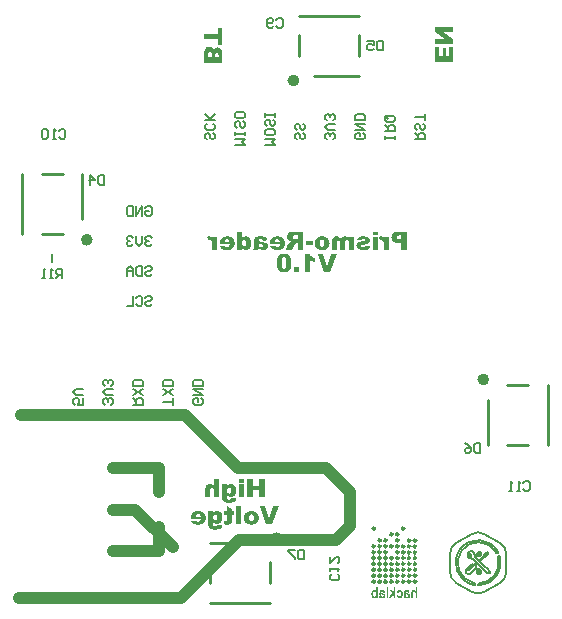
<source format=gbo>
G04 Layer_Color=32896*
%FSLAX44Y44*%
%MOMM*%
G71*
G01*
G75*
%ADD29C,0.2540*%
%ADD30C,1.0000*%
%ADD31C,0.5080*%
%ADD48C,0.2000*%
%ADD50C,0.1900*%
%ADD80C,0.1500*%
G36*
X214260Y67481D02*
X209135D01*
X203483Y82710D01*
X208256D01*
X211653Y71727D01*
X215109Y82710D01*
X220000D01*
X214260Y67481D01*
D02*
G37*
G36*
X168281Y78697D02*
X168896Y78551D01*
X169452Y78317D01*
X169921Y78082D01*
X170301Y77819D01*
X170565Y77585D01*
X170741Y77438D01*
X170770Y77409D01*
X170799Y77379D01*
X171209Y76823D01*
X171502Y76208D01*
X171736Y75535D01*
X171883Y74920D01*
X171971Y74334D01*
X172000Y74099D01*
Y73895D01*
X172029Y73689D01*
Y73572D01*
Y73485D01*
Y73455D01*
X172000Y72664D01*
X171883Y71932D01*
X171736Y71317D01*
X171561Y70790D01*
X171385Y70380D01*
X171297Y70204D01*
X171238Y70087D01*
X171180Y69970D01*
X171121Y69882D01*
X171092Y69853D01*
Y69824D01*
X170828Y69502D01*
X170536Y69209D01*
X170243Y68945D01*
X169950Y68711D01*
X169657Y68535D01*
X169364Y68389D01*
X168778Y68154D01*
X168281Y68008D01*
X168076Y67979D01*
X167871Y67949D01*
X167724Y67920D01*
X167519D01*
X167109Y67949D01*
X166699Y68008D01*
X166348Y68067D01*
X166026Y68184D01*
X165762Y68271D01*
X165586Y68330D01*
X165440Y68389D01*
X165410Y68418D01*
X165176Y68564D01*
X164942Y68711D01*
X164561Y69062D01*
X164386Y69238D01*
X164268Y69355D01*
X164181Y69443D01*
X164151Y69472D01*
Y67803D01*
X164181Y67393D01*
X164210Y67042D01*
X164298Y66749D01*
X164386Y66544D01*
X164473Y66368D01*
X164532Y66221D01*
X164590Y66163D01*
X164620Y66134D01*
X164795Y65958D01*
X165000Y65841D01*
X165235Y65753D01*
X165469Y65694D01*
X165645Y65665D01*
X165821Y65636D01*
X165967D01*
X166231Y65665D01*
X166436Y65694D01*
X166640Y65753D01*
X166816Y65812D01*
X166963Y65870D01*
X167050Y65929D01*
X167109Y65987D01*
X167138D01*
X167255Y66075D01*
X167343Y66192D01*
X167490Y66456D01*
X167548Y66573D01*
X167578Y66661D01*
X167607Y66719D01*
Y66749D01*
X171736Y67217D01*
Y66983D01*
Y66807D01*
Y66690D01*
Y66661D01*
X171678Y66075D01*
X171531Y65548D01*
X171356Y65079D01*
X171121Y64699D01*
X170887Y64406D01*
X170711Y64171D01*
X170565Y64054D01*
X170506Y63996D01*
X170243Y63820D01*
X169950Y63674D01*
X169628Y63527D01*
X169276Y63410D01*
X168515Y63234D01*
X167783Y63117D01*
X167402Y63088D01*
X167080Y63059D01*
X166758Y63029D01*
X166494D01*
X166289Y63000D01*
X165440D01*
X164942Y63029D01*
X164503Y63088D01*
X164122Y63146D01*
X163829Y63176D01*
X163595Y63234D01*
X163448Y63264D01*
X163390D01*
X162980Y63381D01*
X162628Y63498D01*
X162306Y63644D01*
X162013Y63791D01*
X161808Y63908D01*
X161633Y64025D01*
X161545Y64084D01*
X161516Y64113D01*
X161252Y64347D01*
X161018Y64611D01*
X160813Y64845D01*
X160666Y65109D01*
X160520Y65314D01*
X160432Y65489D01*
X160373Y65606D01*
X160344Y65636D01*
X160198Y65987D01*
X160080Y66339D01*
X160022Y66661D01*
X159963Y66954D01*
X159934Y67217D01*
X159905Y67393D01*
Y67539D01*
Y67569D01*
Y68067D01*
Y78492D01*
X163858D01*
Y76852D01*
X164122Y77204D01*
X164415Y77526D01*
X164678Y77760D01*
X164913Y77965D01*
X165118Y78112D01*
X165293Y78229D01*
X165410Y78287D01*
X165440Y78317D01*
X165762Y78463D01*
X166113Y78580D01*
X166465Y78639D01*
X166787Y78697D01*
X167109Y78727D01*
X167343Y78756D01*
X167929D01*
X168281Y78697D01*
D02*
G37*
G36*
X190143Y90236D02*
X185926D01*
Y101248D01*
X190143D01*
Y90236D01*
D02*
G37*
G36*
X187873Y67481D02*
X183626D01*
Y82710D01*
X187873D01*
Y67481D01*
D02*
G37*
G36*
X152173Y78727D02*
X152671Y78697D01*
X153140Y78609D01*
X153608Y78492D01*
X153989Y78375D01*
X154370Y78258D01*
X154721Y78112D01*
X155014Y77965D01*
X155307Y77790D01*
X155541Y77643D01*
X155746Y77526D01*
X155922Y77409D01*
X156039Y77292D01*
X156127Y77204D01*
X156185Y77175D01*
X156215Y77145D01*
X156508Y76823D01*
X156742Y76501D01*
X156976Y76150D01*
X157152Y75798D01*
X157445Y75125D01*
X157650Y74451D01*
X157767Y73865D01*
X157796Y73602D01*
X157825Y73397D01*
X157855Y73221D01*
Y73074D01*
Y72987D01*
Y72957D01*
X157825Y72313D01*
X157738Y71698D01*
X157591Y71171D01*
X157445Y70702D01*
X157298Y70322D01*
X157152Y70029D01*
X157064Y69853D01*
X157035Y69824D01*
Y69794D01*
X156713Y69326D01*
X156361Y68916D01*
X156039Y68594D01*
X155688Y68301D01*
X155424Y68096D01*
X155190Y67949D01*
X155043Y67861D01*
X154985Y67832D01*
X154487Y67627D01*
X153901Y67481D01*
X153345Y67364D01*
X152788Y67305D01*
X152290Y67246D01*
X152085D01*
X151880Y67217D01*
X151529D01*
X150650Y67246D01*
X149860Y67334D01*
X149186Y67452D01*
X148922Y67510D01*
X148659Y67569D01*
X148425Y67627D01*
X148219Y67686D01*
X148044Y67744D01*
X147897Y67803D01*
X147809Y67861D01*
X147722Y67891D01*
X147692Y67920D01*
X147663D01*
X147165Y68242D01*
X146726Y68594D01*
X146345Y69004D01*
X145994Y69384D01*
X145730Y69765D01*
X145525Y70058D01*
X145437Y70175D01*
X145379Y70263D01*
X145350Y70292D01*
Y70322D01*
X149508Y70702D01*
X149801Y70380D01*
X150035Y70175D01*
X150182Y70029D01*
X150211Y69999D01*
X150240D01*
X150650Y69824D01*
X151060Y69736D01*
X151207D01*
X151324Y69707D01*
X151441D01*
X151792Y69736D01*
X152085Y69824D01*
X152378Y69941D01*
X152583Y70058D01*
X152788Y70175D01*
X152905Y70292D01*
X152993Y70380D01*
X153022Y70409D01*
X153169Y70614D01*
X153286Y70849D01*
X153462Y71347D01*
X153491Y71581D01*
X153520Y71757D01*
X153550Y71874D01*
Y71932D01*
X145115D01*
Y72401D01*
X145145Y73162D01*
X145232Y73865D01*
X145350Y74480D01*
X145467Y74978D01*
X145613Y75388D01*
X145730Y75681D01*
X145789Y75769D01*
X145818Y75857D01*
X145847Y75886D01*
Y75915D01*
X146140Y76413D01*
X146462Y76823D01*
X146814Y77175D01*
X147136Y77497D01*
X147458Y77731D01*
X147692Y77877D01*
X147868Y77994D01*
X147897Y78024D01*
X147927D01*
X148483Y78258D01*
X149098Y78434D01*
X149713Y78580D01*
X150299Y78668D01*
X150826Y78727D01*
X151060D01*
X151265Y78756D01*
X151646D01*
X152173Y78727D01*
D02*
G37*
G36*
X180083Y80513D02*
Y78492D01*
X181635D01*
Y75388D01*
X180083D01*
Y71493D01*
X180054Y70849D01*
X180024Y70292D01*
X179966Y69853D01*
X179907Y69472D01*
X179849Y69179D01*
X179790Y68974D01*
X179732Y68857D01*
Y68828D01*
X179585Y68535D01*
X179409Y68301D01*
X179234Y68067D01*
X179058Y67920D01*
X178911Y67774D01*
X178765Y67686D01*
X178677Y67627D01*
X178648Y67598D01*
X178326Y67481D01*
X177945Y67393D01*
X177564Y67305D01*
X177184Y67276D01*
X176832Y67246D01*
X176569Y67217D01*
X176305D01*
X175778Y67246D01*
X175251Y67276D01*
X174753Y67334D01*
X174314Y67393D01*
X173933Y67452D01*
X173611Y67481D01*
X173493Y67510D01*
X173406Y67539D01*
X173347D01*
X173669Y70468D01*
X173962Y70380D01*
X174226Y70322D01*
X174460Y70263D01*
X174636Y70234D01*
X174782D01*
X174899Y70204D01*
X174987D01*
X175163Y70234D01*
X175309Y70263D01*
X175543Y70380D01*
X175690Y70497D01*
X175719Y70556D01*
X175749Y70644D01*
X175778Y70790D01*
X175807Y71083D01*
X175836Y71229D01*
Y71347D01*
Y71434D01*
Y71464D01*
Y75388D01*
X173523D01*
Y78492D01*
X175836D01*
Y82710D01*
X180083Y80513D01*
D02*
G37*
G36*
X190143Y102566D02*
X185926D01*
Y105465D01*
X190143D01*
Y102566D01*
D02*
G37*
G36*
X224620Y296727D02*
X225147Y296668D01*
X225645Y296580D01*
X226113Y296492D01*
X226553Y296346D01*
X226933Y296199D01*
X227285Y296053D01*
X227607Y295877D01*
X227871Y295702D01*
X228105Y295555D01*
X228310Y295409D01*
X228486Y295262D01*
X228603Y295175D01*
X228690Y295087D01*
X228749Y295028D01*
X228778Y294999D01*
X229042Y294647D01*
X229276Y294237D01*
X229510Y293798D01*
X229686Y293330D01*
X229950Y292334D01*
X230126Y291309D01*
X230213Y290840D01*
X230243Y290401D01*
X230272Y289991D01*
X230301Y289639D01*
X230331Y289347D01*
Y289142D01*
Y288995D01*
Y288937D01*
Y288292D01*
X230272Y287677D01*
X230243Y287121D01*
X230184Y286652D01*
X230126Y286242D01*
X230096Y285949D01*
X230067Y285832D01*
X230038Y285744D01*
Y285715D01*
Y285686D01*
X229921Y285188D01*
X229774Y284719D01*
X229628Y284339D01*
X229510Y284016D01*
X229393Y283753D01*
X229276Y283548D01*
X229218Y283431D01*
X229188Y283402D01*
X228895Y282992D01*
X228573Y282611D01*
X228251Y282289D01*
X227929Y282054D01*
X227666Y281849D01*
X227460Y281703D01*
X227314Y281615D01*
X227255Y281586D01*
X226787Y281381D01*
X226260Y281234D01*
X225733Y281146D01*
X225264Y281088D01*
X224825Y281029D01*
X224620D01*
X224473Y281000D01*
X224151D01*
X223536Y281029D01*
X222950Y281088D01*
X222423Y281176D01*
X221955Y281293D01*
X221515Y281439D01*
X221105Y281615D01*
X220754Y281761D01*
X220461Y281966D01*
X220168Y282142D01*
X219934Y282289D01*
X219758Y282464D01*
X219583Y282611D01*
X219465Y282728D01*
X219377Y282816D01*
X219348Y282874D01*
X219319Y282904D01*
X219085Y283284D01*
X218850Y283724D01*
X218675Y284192D01*
X218499Y284661D01*
X218265Y285686D01*
X218089Y286652D01*
X218030Y287121D01*
X217972Y287560D01*
X217943Y287941D01*
Y288292D01*
X217913Y288585D01*
Y288790D01*
Y288907D01*
Y288966D01*
X217943Y289669D01*
X217972Y290313D01*
X218060Y290928D01*
X218118Y291455D01*
X218206Y291894D01*
X218235Y292099D01*
X218294Y292246D01*
X218323Y292363D01*
Y292451D01*
X218353Y292509D01*
Y292539D01*
X218440Y292861D01*
X218528Y293154D01*
X218616Y293417D01*
X218733Y293652D01*
X218792Y293827D01*
X218880Y293974D01*
X218909Y294062D01*
X218938Y294091D01*
X219231Y294589D01*
X219407Y294794D01*
X219553Y294999D01*
X219700Y295145D01*
X219788Y295262D01*
X219875Y295350D01*
X219905Y295380D01*
X220139Y295614D01*
X220403Y295790D01*
X220930Y296112D01*
X221164Y296229D01*
X221340Y296317D01*
X221457Y296346D01*
X221515Y296375D01*
X221896Y296492D01*
X222335Y296609D01*
X222745Y296668D01*
X223155Y296697D01*
X223507Y296727D01*
X223770Y296756D01*
X224034D01*
X224620Y296727D01*
D02*
G37*
G36*
X237008Y281264D02*
X232498D01*
Y285510D01*
X237008D01*
Y281264D01*
D02*
G37*
G36*
X179980Y101453D02*
X180595Y101306D01*
X181152Y101072D01*
X181620Y100838D01*
X182001Y100574D01*
X182265Y100340D01*
X182440Y100194D01*
X182470Y100164D01*
X182499Y100135D01*
X182909Y99579D01*
X183202Y98963D01*
X183436Y98290D01*
X183583Y97675D01*
X183671Y97089D01*
X183700Y96855D01*
Y96650D01*
X183729Y96445D01*
Y96328D01*
Y96240D01*
Y96211D01*
X183700Y95420D01*
X183583Y94688D01*
X183436Y94073D01*
X183260Y93546D01*
X183085Y93135D01*
X182997Y92960D01*
X182938Y92843D01*
X182880Y92725D01*
X182821Y92638D01*
X182792Y92608D01*
Y92579D01*
X182528Y92257D01*
X182235Y91964D01*
X181943Y91700D01*
X181650Y91466D01*
X181357Y91291D01*
X181064Y91144D01*
X180478Y90910D01*
X179980Y90763D01*
X179775Y90734D01*
X179570Y90705D01*
X179424Y90675D01*
X179219D01*
X178809Y90705D01*
X178399Y90763D01*
X178048Y90822D01*
X177725Y90939D01*
X177462Y91027D01*
X177286Y91086D01*
X177140Y91144D01*
X177110Y91173D01*
X176876Y91320D01*
X176642Y91466D01*
X176261Y91818D01*
X176085Y91993D01*
X175968Y92111D01*
X175880Y92198D01*
X175851Y92228D01*
Y90558D01*
X175880Y90148D01*
X175910Y89797D01*
X175998Y89504D01*
X176085Y89299D01*
X176173Y89123D01*
X176232Y88977D01*
X176290Y88918D01*
X176320Y88889D01*
X176495Y88713D01*
X176700Y88596D01*
X176935Y88508D01*
X177169Y88450D01*
X177345Y88420D01*
X177520Y88391D01*
X177667D01*
X177930Y88420D01*
X178135Y88450D01*
X178340Y88508D01*
X178516Y88567D01*
X178662Y88625D01*
X178750Y88684D01*
X178809Y88743D01*
X178838D01*
X178955Y88830D01*
X179043Y88948D01*
X179190Y89211D01*
X179248Y89328D01*
X179277Y89416D01*
X179307Y89475D01*
Y89504D01*
X183436Y89973D01*
Y89738D01*
Y89563D01*
Y89445D01*
Y89416D01*
X183378Y88830D01*
X183231Y88303D01*
X183055Y87835D01*
X182821Y87454D01*
X182587Y87161D01*
X182411Y86927D01*
X182265Y86810D01*
X182206Y86751D01*
X181943Y86575D01*
X181650Y86429D01*
X181328Y86283D01*
X180976Y86165D01*
X180215Y85990D01*
X179482Y85872D01*
X179102Y85843D01*
X178780Y85814D01*
X178458Y85785D01*
X178194D01*
X177989Y85755D01*
X177140D01*
X176642Y85785D01*
X176203Y85843D01*
X175822Y85902D01*
X175529Y85931D01*
X175295Y85990D01*
X175148Y86019D01*
X175090D01*
X174680Y86136D01*
X174328Y86253D01*
X174006Y86400D01*
X173713Y86546D01*
X173508Y86663D01*
X173332Y86780D01*
X173245Y86839D01*
X173215Y86868D01*
X172952Y87102D01*
X172717Y87366D01*
X172512Y87600D01*
X172366Y87864D01*
X172220Y88069D01*
X172132Y88245D01*
X172073Y88362D01*
X172044Y88391D01*
X171897Y88743D01*
X171780Y89094D01*
X171722Y89416D01*
X171663Y89709D01*
X171634Y89973D01*
X171605Y90148D01*
Y90295D01*
Y90324D01*
Y90822D01*
Y101248D01*
X175558D01*
Y99608D01*
X175822Y99959D01*
X176115Y100281D01*
X176378Y100516D01*
X176612Y100721D01*
X176817Y100867D01*
X176993Y100984D01*
X177110Y101043D01*
X177140Y101072D01*
X177462Y101219D01*
X177813Y101336D01*
X178165Y101394D01*
X178487Y101453D01*
X178809Y101482D01*
X179043Y101511D01*
X179629D01*
X179980Y101453D01*
D02*
G37*
G36*
X169027Y90236D02*
X164810D01*
Y95508D01*
X164781Y96035D01*
X164722Y96474D01*
X164664Y96855D01*
X164576Y97148D01*
X164488Y97353D01*
X164400Y97499D01*
X164371Y97587D01*
X164342Y97616D01*
X164166Y97821D01*
X163961Y97968D01*
X163756Y98056D01*
X163551Y98143D01*
X163375Y98173D01*
X163229Y98202D01*
X163112D01*
X162877Y98173D01*
X162672Y98143D01*
X162467Y98056D01*
X162321Y97997D01*
X162204Y97909D01*
X162116Y97821D01*
X162087Y97792D01*
X162057Y97763D01*
X161911Y97587D01*
X161823Y97353D01*
X161706Y96855D01*
X161677Y96650D01*
X161647Y96474D01*
Y96357D01*
Y96298D01*
Y90236D01*
X157401D01*
Y97236D01*
X157430Y97997D01*
X157547Y98641D01*
X157723Y99198D01*
X157899Y99666D01*
X158074Y100018D01*
X158250Y100252D01*
X158367Y100399D01*
X158397Y100457D01*
X158806Y100808D01*
X159246Y101072D01*
X159685Y101248D01*
X160124Y101394D01*
X160534Y101453D01*
X160827Y101482D01*
X160944Y101511D01*
X161120D01*
X161530Y101482D01*
X161911Y101453D01*
X162262Y101394D01*
X162555Y101306D01*
X162789Y101219D01*
X162965Y101160D01*
X163082Y101131D01*
X163112Y101101D01*
X163434Y100926D01*
X163727Y100750D01*
X164019Y100545D01*
X164283Y100340D01*
X164488Y100135D01*
X164664Y99988D01*
X164781Y99871D01*
X164810Y99842D01*
Y105465D01*
X169027D01*
Y90236D01*
D02*
G37*
G36*
X207714D02*
X202999D01*
Y96386D01*
X197874D01*
Y90236D01*
X193159D01*
Y105465D01*
X197874D01*
Y100135D01*
X202999D01*
Y105465D01*
X207714D01*
Y90236D01*
D02*
G37*
G36*
X367229Y484508D02*
X358765D01*
X367229Y478739D01*
Y474375D01*
X352000D01*
Y478797D01*
X360376D01*
X352000Y484508D01*
Y488931D01*
X367229D01*
Y484508D01*
D02*
G37*
G36*
X312450Y5000D02*
X310972D01*
Y14378D01*
X312450D01*
Y5000D01*
D02*
G37*
G36*
X322267Y11949D02*
X322472Y11920D01*
X322677Y11876D01*
X322852Y11818D01*
X323189Y11672D01*
X323467Y11510D01*
X323584Y11423D01*
X323701Y11335D01*
X323789Y11262D01*
X323862Y11189D01*
X323920Y11130D01*
X323964Y11086D01*
X323979Y11057D01*
X323994Y11042D01*
X324125Y10867D01*
X324242Y10662D01*
X324345Y10457D01*
X324418Y10238D01*
X324564Y9799D01*
X324652Y9360D01*
X324681Y9170D01*
X324696Y8979D01*
X324711Y8819D01*
X324725Y8672D01*
X324740Y8540D01*
Y8453D01*
Y8394D01*
Y8380D01*
X324725Y8116D01*
X324711Y7853D01*
X324637Y7370D01*
X324593Y7151D01*
X324535Y6946D01*
X324476Y6756D01*
X324403Y6580D01*
X324345Y6419D01*
X324286Y6288D01*
X324228Y6170D01*
X324184Y6068D01*
X324140Y5980D01*
X324111Y5922D01*
X324081Y5892D01*
Y5878D01*
X323950Y5702D01*
X323803Y5541D01*
X323657Y5395D01*
X323481Y5278D01*
X323321Y5176D01*
X323160Y5088D01*
X322984Y5029D01*
X322823Y4971D01*
X322531Y4898D01*
X322399Y4868D01*
X322282Y4854D01*
X322194Y4839D01*
X322062D01*
X321682Y4868D01*
X321331Y4942D01*
X321024Y5073D01*
X320760Y5219D01*
X320512Y5410D01*
X320307Y5629D01*
X320117Y5849D01*
X319970Y6083D01*
X319839Y6302D01*
X319722Y6536D01*
X319648Y6741D01*
X319575Y6931D01*
X319531Y7078D01*
X319502Y7209D01*
X319473Y7282D01*
Y7312D01*
X320921Y7590D01*
X320965Y7341D01*
X321038Y7121D01*
X321097Y6946D01*
X321155Y6814D01*
X321228Y6712D01*
X321272Y6639D01*
X321302Y6595D01*
X321316Y6580D01*
X321419Y6492D01*
X321536Y6419D01*
X321653Y6375D01*
X321770Y6331D01*
X321857Y6317D01*
X321931Y6302D01*
X322004D01*
X322209Y6317D01*
X322384Y6375D01*
X322545Y6463D01*
X322677Y6551D01*
X322779Y6639D01*
X322852Y6726D01*
X322896Y6785D01*
X322911Y6799D01*
X322970Y6902D01*
X323013Y7019D01*
X323101Y7282D01*
X323160Y7560D01*
X323189Y7838D01*
X323218Y8102D01*
Y8219D01*
X323233Y8321D01*
Y8394D01*
Y8453D01*
Y8497D01*
Y8511D01*
Y8716D01*
X323218Y8892D01*
X323189Y9214D01*
X323130Y9492D01*
X323072Y9711D01*
X323013Y9872D01*
X322955Y9989D01*
X322926Y10062D01*
X322911Y10077D01*
X322779Y10238D01*
X322633Y10355D01*
X322487Y10428D01*
X322340Y10486D01*
X322209Y10516D01*
X322106Y10545D01*
X322019D01*
X321872Y10530D01*
X321726Y10501D01*
X321609Y10443D01*
X321506Y10384D01*
X321316Y10208D01*
X321185Y10018D01*
X321097Y9813D01*
X321038Y9638D01*
X321009Y9579D01*
Y9521D01*
X320994Y9492D01*
Y9477D01*
X319546Y9799D01*
X319663Y10194D01*
X319809Y10530D01*
X319956Y10808D01*
X320102Y11042D01*
X320234Y11218D01*
X320336Y11335D01*
X320409Y11408D01*
X320438Y11437D01*
X320687Y11613D01*
X320951Y11745D01*
X321214Y11832D01*
X321477Y11905D01*
X321697Y11935D01*
X321799Y11949D01*
X321887D01*
X321945Y11964D01*
X322048D01*
X322267Y11949D01*
D02*
G37*
G36*
X161332Y472028D02*
X161801Y471940D01*
X162211Y471794D01*
X162562Y471677D01*
X162855Y471530D01*
X163060Y471384D01*
X163207Y471296D01*
X163236Y471267D01*
X163558Y470945D01*
X163851Y470564D01*
X164085Y470183D01*
X164261Y469773D01*
X164407Y469422D01*
X164495Y469129D01*
X164554Y469012D01*
Y468924D01*
X164583Y468895D01*
Y468865D01*
X164729Y469246D01*
X164905Y469568D01*
X165081Y469861D01*
X165227Y470095D01*
X165374Y470271D01*
X165491Y470388D01*
X165579Y470476D01*
X165608Y470505D01*
X165989Y470798D01*
X166369Y471003D01*
X166779Y471149D01*
X167131Y471237D01*
X167453Y471325D01*
X167687Y471354D01*
X167922D01*
X168507Y471296D01*
X169035Y471179D01*
X169474Y470974D01*
X169884Y470769D01*
X170177Y470535D01*
X170411Y470330D01*
X170557Y470212D01*
X170616Y470154D01*
X170997Y469685D01*
X171260Y469129D01*
X171465Y468572D01*
X171582Y468045D01*
X171670Y467547D01*
X171700Y467342D01*
Y467137D01*
X171729Y466991D01*
Y466874D01*
Y466815D01*
Y466786D01*
Y458000D01*
X156500D01*
Y466112D01*
Y466347D01*
X156529Y466639D01*
X156559Y466991D01*
X156617Y467342D01*
X156646Y467664D01*
X156676Y467928D01*
X156705Y468133D01*
Y468162D01*
Y468192D01*
X156764Y468602D01*
X156852Y468982D01*
X156939Y469275D01*
X156998Y469539D01*
X157086Y469744D01*
X157144Y469861D01*
X157203Y469949D01*
Y469978D01*
X157408Y470330D01*
X157642Y470622D01*
X157906Y470886D01*
X158140Y471091D01*
X158345Y471267D01*
X158521Y471413D01*
X158638Y471472D01*
X158667Y471501D01*
X159048Y471677D01*
X159399Y471823D01*
X159780Y471911D01*
X160102Y471999D01*
X160395Y472028D01*
X160600Y472057D01*
X160805D01*
X161332Y472028D01*
D02*
G37*
G36*
X171729Y473434D02*
X167980D01*
Y478237D01*
X156500D01*
Y482952D01*
X167980D01*
Y487755D01*
X171729D01*
Y473434D01*
D02*
G37*
G36*
X355456Y463715D02*
X358443D01*
Y471037D01*
X361547D01*
Y463715D01*
X363978D01*
Y471593D01*
X367229D01*
Y459000D01*
X352000D01*
Y471827D01*
X355456D01*
Y463715D01*
D02*
G37*
G36*
X337000Y5000D02*
X335522D01*
Y8409D01*
Y8643D01*
X335508Y8848D01*
X335493Y9038D01*
X335479Y9214D01*
X335449Y9360D01*
X335420Y9506D01*
X335391Y9623D01*
X335361Y9740D01*
X335347Y9828D01*
X335317Y9916D01*
X335259Y10033D01*
X335230Y10106D01*
X335215Y10121D01*
X335083Y10282D01*
X334937Y10399D01*
X334791Y10472D01*
X334645Y10530D01*
X334513Y10560D01*
X334410Y10589D01*
X334323D01*
X334132Y10574D01*
X333986Y10530D01*
X333854Y10457D01*
X333737Y10384D01*
X333664Y10296D01*
X333606Y10238D01*
X333577Y10179D01*
X333562Y10165D01*
X333533Y10091D01*
X333503Y10004D01*
X333489Y9901D01*
X333474Y9784D01*
X333445Y9535D01*
X333416Y9257D01*
Y9009D01*
X333401Y8892D01*
Y8804D01*
Y8716D01*
Y8658D01*
Y8614D01*
Y8599D01*
Y5000D01*
X331923D01*
Y8994D01*
Y9199D01*
Y9389D01*
X331938Y9565D01*
X331953Y9726D01*
X331967Y10004D01*
X331996Y10223D01*
X332026Y10399D01*
X332040Y10516D01*
X332070Y10589D01*
Y10603D01*
X332157Y10838D01*
X332245Y11028D01*
X332362Y11203D01*
X332465Y11350D01*
X332552Y11452D01*
X332640Y11540D01*
X332699Y11584D01*
X332713Y11598D01*
X332889Y11715D01*
X333079Y11803D01*
X333269Y11876D01*
X333445Y11920D01*
X333591Y11949D01*
X333708Y11964D01*
X333825D01*
X334001Y11949D01*
X334176Y11920D01*
X334337Y11876D01*
X334469Y11832D01*
X334586Y11789D01*
X334674Y11745D01*
X334732Y11715D01*
X334747Y11701D01*
X334908Y11598D01*
X335039Y11481D01*
X335171Y11350D01*
X335288Y11233D01*
X335391Y11115D01*
X335464Y11028D01*
X335508Y10969D01*
X335522Y10940D01*
Y14378D01*
X337000D01*
Y5000D01*
D02*
G37*
G36*
X303555D02*
X302180D01*
Y5995D01*
X302048Y5790D01*
X301916Y5615D01*
X301799Y5468D01*
X301668Y5351D01*
X301565Y5249D01*
X301477Y5190D01*
X301419Y5146D01*
X301404Y5132D01*
X301229Y5029D01*
X301053Y4956D01*
X300892Y4912D01*
X300746Y4883D01*
X300629Y4854D01*
X300541Y4839D01*
X300453D01*
X300278Y4854D01*
X300117Y4883D01*
X299956Y4927D01*
X299795Y4985D01*
X299517Y5132D01*
X299283Y5307D01*
X299093Y5468D01*
X298932Y5615D01*
X298888Y5673D01*
X298844Y5717D01*
X298829Y5746D01*
X298815Y5761D01*
X298698Y5951D01*
X298581Y6141D01*
X298405Y6580D01*
X298288Y7019D01*
X298200Y7458D01*
X298171Y7648D01*
X298142Y7838D01*
X298127Y7999D01*
Y8145D01*
X298112Y8277D01*
Y8365D01*
Y8424D01*
Y8438D01*
Y8760D01*
X298142Y9053D01*
X298171Y9331D01*
X298215Y9579D01*
X298273Y9828D01*
X298332Y10033D01*
X298390Y10238D01*
X298449Y10413D01*
X298522Y10560D01*
X298581Y10691D01*
X298639Y10808D01*
X298698Y10911D01*
X298741Y10984D01*
X298771Y11028D01*
X298785Y11057D01*
X298800Y11072D01*
X298932Y11233D01*
X299063Y11364D01*
X299210Y11481D01*
X299356Y11584D01*
X299488Y11672D01*
X299634Y11745D01*
X299897Y11847D01*
X300117Y11920D01*
X300219Y11935D01*
X300307Y11949D01*
X300366Y11964D01*
X300468D01*
X300644Y11949D01*
X300804Y11920D01*
X300951Y11891D01*
X301082Y11847D01*
X301185Y11789D01*
X301273Y11759D01*
X301331Y11730D01*
X301346Y11715D01*
X301492Y11613D01*
X301624Y11510D01*
X301755Y11394D01*
X301858Y11276D01*
X301946Y11174D01*
X302019Y11086D01*
X302063Y11028D01*
X302077Y11013D01*
Y14378D01*
X303555D01*
Y5000D01*
D02*
G37*
G36*
X196981Y78727D02*
X197479Y78697D01*
X197948Y78609D01*
X198387Y78492D01*
X198797Y78375D01*
X199148Y78229D01*
X199500Y78082D01*
X199822Y77936D01*
X200085Y77790D01*
X200320Y77643D01*
X200554Y77497D01*
X200700Y77379D01*
X200847Y77262D01*
X200935Y77175D01*
X200993Y77145D01*
X201022Y77116D01*
X201315Y76794D01*
X201579Y76472D01*
X201813Y76120D01*
X201989Y75769D01*
X202165Y75417D01*
X202311Y75066D01*
X202516Y74422D01*
X202575Y74099D01*
X202633Y73836D01*
X202663Y73572D01*
X202692Y73367D01*
X202721Y73162D01*
Y73045D01*
Y72957D01*
Y72928D01*
X202692Y72430D01*
X202633Y71962D01*
X202545Y71522D01*
X202399Y71112D01*
X202253Y70732D01*
X202077Y70351D01*
X201901Y70029D01*
X201725Y69736D01*
X201550Y69472D01*
X201345Y69238D01*
X201198Y69033D01*
X201052Y68857D01*
X200905Y68740D01*
X200818Y68652D01*
X200759Y68594D01*
X200730Y68564D01*
X200408Y68330D01*
X200085Y68125D01*
X199353Y67774D01*
X198650Y67539D01*
X197948Y67393D01*
X197655Y67334D01*
X197362Y67276D01*
X197098Y67246D01*
X196864D01*
X196688Y67217D01*
X196425D01*
X195897Y67246D01*
X195370Y67276D01*
X194902Y67364D01*
X194462Y67481D01*
X194023Y67598D01*
X193642Y67715D01*
X193291Y67861D01*
X192998Y68037D01*
X192705Y68184D01*
X192471Y68330D01*
X192266Y68447D01*
X192090Y68564D01*
X191944Y68682D01*
X191856Y68769D01*
X191797Y68799D01*
X191768Y68828D01*
X191475Y69150D01*
X191212Y69472D01*
X190977Y69824D01*
X190772Y70175D01*
X190626Y70527D01*
X190480Y70878D01*
X190275Y71552D01*
X190216Y71844D01*
X190157Y72137D01*
X190128Y72372D01*
X190099Y72606D01*
X190070Y72782D01*
Y72899D01*
Y72987D01*
Y73016D01*
Y73426D01*
X190128Y73836D01*
X190275Y74568D01*
X190509Y75212D01*
X190743Y75769D01*
X191007Y76208D01*
X191124Y76384D01*
X191241Y76560D01*
X191329Y76677D01*
X191387Y76764D01*
X191417Y76794D01*
X191446Y76823D01*
X191768Y77175D01*
X192149Y77467D01*
X192530Y77731D01*
X192939Y77936D01*
X193349Y78141D01*
X193789Y78287D01*
X194580Y78522D01*
X194960Y78609D01*
X195312Y78668D01*
X195634Y78697D01*
X195897Y78727D01*
X196132Y78756D01*
X196454D01*
X196981Y78727D01*
D02*
G37*
G36*
X318493Y5000D02*
X317015D01*
Y7180D01*
X316342Y8058D01*
X314923Y5000D01*
X313343D01*
X315391Y9301D01*
X313474Y11803D01*
X315289D01*
X317015Y9418D01*
Y14378D01*
X318493D01*
Y5000D01*
D02*
G37*
G36*
X307666Y11949D02*
X308003Y11891D01*
X308266Y11818D01*
X308500Y11730D01*
X308676Y11642D01*
X308807Y11569D01*
X308880Y11510D01*
X308910Y11496D01*
X309100Y11306D01*
X309261Y11072D01*
X309407Y10823D01*
X309510Y10589D01*
X309597Y10369D01*
X309627Y10267D01*
X309656Y10179D01*
X309670Y10121D01*
X309685Y10062D01*
X309700Y10033D01*
Y10018D01*
X308368Y9740D01*
X308310Y9901D01*
X308251Y10048D01*
X308193Y10165D01*
X308149Y10252D01*
X308090Y10311D01*
X308046Y10369D01*
X308032Y10384D01*
X308017Y10399D01*
X307929Y10457D01*
X307812Y10516D01*
X307607Y10560D01*
X307520Y10574D01*
X307447Y10589D01*
X307256D01*
X307139Y10574D01*
X307037Y10560D01*
X306949Y10530D01*
X306876Y10516D01*
X306832Y10486D01*
X306803Y10472D01*
X306788D01*
X306657Y10384D01*
X306554Y10282D01*
X306510Y10208D01*
X306496Y10194D01*
Y10179D01*
X306466Y10091D01*
X306437Y9989D01*
X306423Y9755D01*
X306408Y9638D01*
Y9535D01*
Y9477D01*
Y9448D01*
X306583Y9360D01*
X306803Y9287D01*
X307037Y9214D01*
X307271Y9140D01*
X307491Y9082D01*
X307681Y9038D01*
X307739Y9023D01*
X307798Y9009D01*
X307827Y8994D01*
X307842D01*
X308134Y8921D01*
X308383Y8848D01*
X308602Y8775D01*
X308763Y8702D01*
X308895Y8628D01*
X308997Y8584D01*
X309056Y8555D01*
X309071Y8540D01*
X309202Y8438D01*
X309319Y8321D01*
X309422Y8204D01*
X309510Y8102D01*
X309568Y7999D01*
X309612Y7926D01*
X309641Y7868D01*
X309656Y7853D01*
X309729Y7692D01*
X309773Y7516D01*
X309817Y7341D01*
X309831Y7194D01*
X309846Y7048D01*
X309861Y6946D01*
Y6873D01*
Y6843D01*
X309831Y6522D01*
X309773Y6229D01*
X309700Y5980D01*
X309597Y5775D01*
X309510Y5600D01*
X309422Y5483D01*
X309363Y5410D01*
X309349Y5380D01*
X309144Y5205D01*
X308924Y5073D01*
X308705Y4971D01*
X308485Y4912D01*
X308310Y4868D01*
X308149Y4854D01*
X308090Y4839D01*
X308017D01*
X307842Y4854D01*
X307666Y4868D01*
X307520Y4912D01*
X307388Y4956D01*
X307271Y4985D01*
X307183Y5029D01*
X307125Y5044D01*
X307110Y5059D01*
X306949Y5161D01*
X306803Y5263D01*
X306657Y5380D01*
X306539Y5483D01*
X306437Y5585D01*
X306364Y5658D01*
X306320Y5717D01*
X306305Y5731D01*
X306101Y5000D01*
X304638D01*
X304769Y5351D01*
X304813Y5497D01*
X304857Y5629D01*
X304886Y5746D01*
X304901Y5834D01*
X304916Y5892D01*
Y5907D01*
X304930Y6097D01*
X304945Y6302D01*
X304959Y6522D01*
Y6726D01*
X304974Y6917D01*
Y7078D01*
Y7136D01*
Y7180D01*
Y7209D01*
Y7224D01*
X304959Y9331D01*
Y9550D01*
X304974Y9740D01*
Y9930D01*
X304989Y10091D01*
X305003Y10252D01*
X305033Y10384D01*
X305047Y10501D01*
X305062Y10603D01*
X305106Y10779D01*
X305150Y10896D01*
X305164Y10969D01*
X305179Y10984D01*
X305267Y11145D01*
X305369Y11291D01*
X305486Y11408D01*
X305603Y11510D01*
X305706Y11598D01*
X305793Y11657D01*
X305852Y11686D01*
X305881Y11701D01*
X306086Y11789D01*
X306305Y11847D01*
X306539Y11905D01*
X306774Y11935D01*
X306978Y11949D01*
X307139Y11964D01*
X307300D01*
X307666Y11949D01*
D02*
G37*
G36*
X328602D02*
X328939Y11891D01*
X329202Y11818D01*
X329436Y11730D01*
X329612Y11642D01*
X329743Y11569D01*
X329817Y11510D01*
X329846Y11496D01*
X330036Y11306D01*
X330197Y11072D01*
X330343Y10823D01*
X330446Y10589D01*
X330533Y10369D01*
X330563Y10267D01*
X330592Y10179D01*
X330606Y10121D01*
X330621Y10062D01*
X330636Y10033D01*
Y10018D01*
X329304Y9740D01*
X329246Y9901D01*
X329187Y10048D01*
X329129Y10165D01*
X329085Y10252D01*
X329026Y10311D01*
X328983Y10369D01*
X328968Y10384D01*
X328953Y10399D01*
X328866Y10457D01*
X328749Y10516D01*
X328544Y10560D01*
X328456Y10574D01*
X328383Y10589D01*
X328192D01*
X328075Y10574D01*
X327973Y10560D01*
X327885Y10530D01*
X327812Y10516D01*
X327768Y10486D01*
X327739Y10472D01*
X327724D01*
X327593Y10384D01*
X327490Y10282D01*
X327446Y10208D01*
X327432Y10194D01*
Y10179D01*
X327402Y10091D01*
X327373Y9989D01*
X327359Y9755D01*
X327344Y9638D01*
Y9535D01*
Y9477D01*
Y9448D01*
X327519Y9360D01*
X327739Y9287D01*
X327973Y9214D01*
X328207Y9140D01*
X328427Y9082D01*
X328617Y9038D01*
X328675Y9023D01*
X328734Y9009D01*
X328763Y8994D01*
X328778D01*
X329070Y8921D01*
X329319Y8848D01*
X329538Y8775D01*
X329699Y8702D01*
X329831Y8628D01*
X329934Y8584D01*
X329992Y8555D01*
X330007Y8540D01*
X330138Y8438D01*
X330255Y8321D01*
X330358Y8204D01*
X330446Y8102D01*
X330504Y7999D01*
X330548Y7926D01*
X330577Y7868D01*
X330592Y7853D01*
X330665Y7692D01*
X330709Y7516D01*
X330753Y7341D01*
X330768Y7194D01*
X330782Y7048D01*
X330797Y6946D01*
Y6873D01*
Y6843D01*
X330768Y6522D01*
X330709Y6229D01*
X330636Y5980D01*
X330533Y5775D01*
X330446Y5600D01*
X330358Y5483D01*
X330299Y5410D01*
X330285Y5380D01*
X330080Y5205D01*
X329860Y5073D01*
X329641Y4971D01*
X329422Y4912D01*
X329246Y4868D01*
X329085Y4854D01*
X329026Y4839D01*
X328953D01*
X328778Y4854D01*
X328602Y4868D01*
X328456Y4912D01*
X328324Y4956D01*
X328207Y4985D01*
X328119Y5029D01*
X328061Y5044D01*
X328046Y5059D01*
X327885Y5161D01*
X327739Y5263D01*
X327593Y5380D01*
X327476Y5483D01*
X327373Y5585D01*
X327300Y5658D01*
X327256Y5717D01*
X327242Y5731D01*
X327037Y5000D01*
X325574D01*
X325705Y5351D01*
X325749Y5497D01*
X325793Y5629D01*
X325822Y5746D01*
X325837Y5834D01*
X325852Y5892D01*
Y5907D01*
X325866Y6097D01*
X325881Y6302D01*
X325896Y6522D01*
Y6726D01*
X325910Y6917D01*
Y7078D01*
Y7136D01*
Y7180D01*
Y7209D01*
Y7224D01*
X325896Y9331D01*
Y9550D01*
X325910Y9740D01*
Y9930D01*
X325925Y10091D01*
X325939Y10252D01*
X325969Y10384D01*
X325983Y10501D01*
X325998Y10603D01*
X326042Y10779D01*
X326086Y10896D01*
X326100Y10969D01*
X326115Y10984D01*
X326203Y11145D01*
X326305Y11291D01*
X326422Y11408D01*
X326539Y11510D01*
X326642Y11598D01*
X326730Y11657D01*
X326788Y11686D01*
X326817Y11701D01*
X327022Y11789D01*
X327242Y11847D01*
X327476Y11905D01*
X327710Y11935D01*
X327915Y11949D01*
X328075Y11964D01*
X328236D01*
X328602Y11949D01*
D02*
G37*
G36*
X328000Y300065D02*
X323285D01*
Y305718D01*
X320708D01*
X320181Y305747D01*
X319712Y305776D01*
X319273Y305835D01*
X318863Y305923D01*
X318482Y306010D01*
X318131Y306128D01*
X317808Y306245D01*
X317545Y306362D01*
X317281Y306479D01*
X317076Y306596D01*
X316901Y306713D01*
X316754Y306801D01*
X316637Y306889D01*
X316549Y306948D01*
X316520Y307006D01*
X316490D01*
X316256Y307270D01*
X316022Y307533D01*
X315671Y308119D01*
X315436Y308705D01*
X315261Y309291D01*
X315143Y309818D01*
X315114Y310023D01*
Y310228D01*
X315085Y310374D01*
Y310520D01*
Y310579D01*
Y310608D01*
Y311018D01*
X315143Y311399D01*
X315290Y312102D01*
X315495Y312688D01*
X315729Y313186D01*
X315963Y313566D01*
X316168Y313830D01*
X316315Y314006D01*
X316344Y314064D01*
X316373D01*
X316637Y314269D01*
X316901Y314474D01*
X317516Y314767D01*
X318131Y315001D01*
X318775Y315148D01*
X319331Y315236D01*
X319566Y315265D01*
X319800D01*
X319976Y315294D01*
X328000D01*
Y300065D01*
D02*
G37*
G36*
X176620Y311311D02*
X177118Y311282D01*
X177586Y311194D01*
X178055Y311077D01*
X178435Y310960D01*
X178816Y310843D01*
X179167Y310696D01*
X179460Y310550D01*
X179753Y310374D01*
X179988Y310228D01*
X180193Y310110D01*
X180368Y309993D01*
X180485Y309876D01*
X180573Y309788D01*
X180632Y309759D01*
X180661Y309730D01*
X180954Y309408D01*
X181188Y309086D01*
X181423Y308734D01*
X181598Y308383D01*
X181891Y307709D01*
X182096Y307035D01*
X182213Y306450D01*
X182243Y306186D01*
X182272Y305981D01*
X182301Y305805D01*
Y305659D01*
Y305571D01*
Y305542D01*
X182272Y304897D01*
X182184Y304282D01*
X182038Y303755D01*
X181891Y303287D01*
X181745Y302906D01*
X181598Y302613D01*
X181510Y302437D01*
X181481Y302408D01*
Y302379D01*
X181159Y301910D01*
X180808Y301500D01*
X180485Y301178D01*
X180134Y300885D01*
X179870Y300680D01*
X179636Y300534D01*
X179490Y300446D01*
X179431Y300417D01*
X178933Y300212D01*
X178347Y300065D01*
X177791Y299948D01*
X177235Y299890D01*
X176737Y299831D01*
X176532D01*
X176327Y299802D01*
X175975D01*
X175097Y299831D01*
X174306Y299919D01*
X173632Y300036D01*
X173369Y300095D01*
X173105Y300153D01*
X172871Y300212D01*
X172666Y300270D01*
X172490Y300329D01*
X172344Y300387D01*
X172256Y300446D01*
X172168Y300475D01*
X172139Y300505D01*
X172110D01*
X171612Y300827D01*
X171172Y301178D01*
X170792Y301588D01*
X170440Y301969D01*
X170177Y302350D01*
X169972Y302642D01*
X169884Y302760D01*
X169825Y302847D01*
X169796Y302877D01*
Y302906D01*
X173955Y303287D01*
X174247Y302965D01*
X174482Y302760D01*
X174628Y302613D01*
X174657Y302584D01*
X174687D01*
X175097Y302408D01*
X175507Y302320D01*
X175653D01*
X175770Y302291D01*
X175888D01*
X176239Y302320D01*
X176532Y302408D01*
X176825Y302525D01*
X177030Y302642D01*
X177235Y302760D01*
X177352Y302877D01*
X177440Y302965D01*
X177469Y302994D01*
X177615Y303199D01*
X177733Y303433D01*
X177908Y303931D01*
X177938Y304165D01*
X177967Y304341D01*
X177996Y304458D01*
Y304517D01*
X169562D01*
Y304985D01*
X169591Y305747D01*
X169679Y306450D01*
X169796Y307065D01*
X169913Y307563D01*
X170060Y307973D01*
X170177Y308265D01*
X170235Y308353D01*
X170264Y308441D01*
X170294Y308470D01*
Y308500D01*
X170587Y308998D01*
X170909Y309408D01*
X171260Y309759D01*
X171582Y310081D01*
X171905Y310315D01*
X172139Y310462D01*
X172315Y310579D01*
X172344Y310608D01*
X172373D01*
X172930Y310843D01*
X173545Y311018D01*
X174160Y311165D01*
X174745Y311253D01*
X175273Y311311D01*
X175507D01*
X175712Y311341D01*
X176092D01*
X176620Y311311D01*
D02*
G37*
G36*
X303312Y300065D02*
X299095D01*
Y311077D01*
X303312D01*
Y300065D01*
D02*
G37*
G36*
X306562Y311311D02*
X306855Y311282D01*
X307119Y311194D01*
X307353Y311106D01*
X307529Y311018D01*
X307646Y310960D01*
X307734Y310901D01*
X307763Y310872D01*
X307968Y310667D01*
X308173Y310433D01*
X308554Y309905D01*
X308700Y309642D01*
X308818Y309466D01*
X308876Y309320D01*
X308905Y309261D01*
Y311077D01*
X312859D01*
Y300065D01*
X308612D01*
Y303755D01*
Y304224D01*
X308583Y304663D01*
X308554Y305073D01*
X308525Y305425D01*
X308466Y305747D01*
X308407Y306069D01*
X308349Y306303D01*
X308290Y306538D01*
X308232Y306743D01*
X308173Y306918D01*
X308056Y307153D01*
X307997Y307299D01*
X307968Y307358D01*
X307792Y307592D01*
X307588Y307768D01*
X307353Y307885D01*
X307148Y307973D01*
X306973Y308031D01*
X306826Y308060D01*
X306504D01*
X306328Y308002D01*
X305947Y307914D01*
X305772Y307855D01*
X305625Y307797D01*
X305537Y307768D01*
X305508Y307738D01*
X304190Y310725D01*
X304600Y310931D01*
X304981Y311077D01*
X305333Y311194D01*
X305625Y311253D01*
X305889Y311311D01*
X306065Y311341D01*
X306240D01*
X306562Y311311D01*
D02*
G37*
G36*
X219143D02*
X219641Y311282D01*
X220110Y311194D01*
X220578Y311077D01*
X220959Y310960D01*
X221340Y310843D01*
X221691Y310696D01*
X221984Y310550D01*
X222277Y310374D01*
X222511Y310228D01*
X222716Y310110D01*
X222892Y309993D01*
X223009Y309876D01*
X223097Y309788D01*
X223155Y309759D01*
X223185Y309730D01*
X223478Y309408D01*
X223712Y309086D01*
X223946Y308734D01*
X224122Y308383D01*
X224415Y307709D01*
X224620Y307035D01*
X224737Y306450D01*
X224766Y306186D01*
X224795Y305981D01*
X224825Y305805D01*
Y305659D01*
Y305571D01*
Y305542D01*
X224795Y304897D01*
X224708Y304282D01*
X224561Y303755D01*
X224415Y303287D01*
X224268Y302906D01*
X224122Y302613D01*
X224034Y302437D01*
X224005Y302408D01*
Y302379D01*
X223683Y301910D01*
X223331Y301500D01*
X223009Y301178D01*
X222658Y300885D01*
X222394Y300680D01*
X222160Y300534D01*
X222013Y300446D01*
X221955Y300417D01*
X221457Y300212D01*
X220871Y300065D01*
X220315Y299948D01*
X219758Y299890D01*
X219260Y299831D01*
X219055D01*
X218850Y299802D01*
X218499D01*
X217620Y299831D01*
X216830Y299919D01*
X216156Y300036D01*
X215892Y300095D01*
X215629Y300153D01*
X215395Y300212D01*
X215190Y300270D01*
X215014Y300329D01*
X214867Y300387D01*
X214780Y300446D01*
X214692Y300475D01*
X214662Y300505D01*
X214633D01*
X214135Y300827D01*
X213696Y301178D01*
X213315Y301588D01*
X212964Y301969D01*
X212700Y302350D01*
X212495Y302642D01*
X212407Y302760D01*
X212349Y302847D01*
X212320Y302877D01*
Y302906D01*
X216478Y303287D01*
X216771Y302965D01*
X217005Y302760D01*
X217152Y302613D01*
X217181Y302584D01*
X217210D01*
X217620Y302408D01*
X218030Y302320D01*
X218177D01*
X218294Y302291D01*
X218411D01*
X218762Y302320D01*
X219055Y302408D01*
X219348Y302525D01*
X219553Y302642D01*
X219758Y302760D01*
X219875Y302877D01*
X219963Y302965D01*
X219993Y302994D01*
X220139Y303199D01*
X220256Y303433D01*
X220432Y303931D01*
X220461Y304165D01*
X220490Y304341D01*
X220520Y304458D01*
Y304517D01*
X212085D01*
Y304985D01*
X212115Y305747D01*
X212202Y306450D01*
X212320Y307065D01*
X212437Y307563D01*
X212583Y307973D01*
X212700Y308265D01*
X212759Y308353D01*
X212788Y308441D01*
X212817Y308470D01*
Y308500D01*
X213110Y308998D01*
X213432Y309408D01*
X213784Y309759D01*
X214106Y310081D01*
X214428Y310315D01*
X214662Y310462D01*
X214838Y310579D01*
X214867Y310608D01*
X214897D01*
X215453Y310843D01*
X216068Y311018D01*
X216683Y311165D01*
X217269Y311253D01*
X217796Y311311D01*
X218030D01*
X218235Y311341D01*
X218616D01*
X219143Y311311D01*
D02*
G37*
G36*
X276017D02*
X276427Y311282D01*
X276778Y311194D01*
X277101Y311136D01*
X277335Y311048D01*
X277540Y310960D01*
X277657Y310931D01*
X277686Y310901D01*
X278008Y310725D01*
X278301Y310491D01*
X278594Y310257D01*
X278858Y310023D01*
X279063Y309818D01*
X279238Y309642D01*
X279356Y309525D01*
X279385Y309466D01*
Y311077D01*
X283339D01*
Y300065D01*
X279092D01*
Y305688D01*
X279063Y306128D01*
X279034Y306508D01*
X278946Y306830D01*
X278858Y307065D01*
X278799Y307270D01*
X278711Y307387D01*
X278682Y307475D01*
X278653Y307504D01*
X278477Y307680D01*
X278272Y307826D01*
X278067Y307914D01*
X277862Y308002D01*
X277716Y308031D01*
X277569Y308060D01*
X277452D01*
X277159Y308031D01*
X276896Y307943D01*
X276749Y307826D01*
X276691Y307797D01*
X276456Y307592D01*
X276310Y307358D01*
X276222Y307182D01*
X276193Y307153D01*
Y307123D01*
X276163Y307006D01*
X276134Y306860D01*
X276105Y306538D01*
Y306362D01*
Y306245D01*
Y306157D01*
Y306128D01*
Y300065D01*
X271858D01*
Y305776D01*
X271829Y306186D01*
X271800Y306538D01*
X271712Y306830D01*
X271624Y307094D01*
X271565Y307270D01*
X271478Y307387D01*
X271448Y307475D01*
X271419Y307504D01*
X271243Y307680D01*
X271038Y307826D01*
X270833Y307914D01*
X270658Y308002D01*
X270482Y308031D01*
X270336Y308060D01*
X270218D01*
X269984Y308031D01*
X269779Y307973D01*
X269457Y307768D01*
X269340Y307650D01*
X269252Y307563D01*
X269193Y307504D01*
X269164Y307475D01*
X269076Y307328D01*
X268988Y307153D01*
X268901Y306772D01*
X268871Y306625D01*
Y306479D01*
Y306391D01*
Y306362D01*
Y300065D01*
X264625D01*
Y306977D01*
X264654Y307768D01*
X264771Y308441D01*
X264947Y309027D01*
X265123Y309466D01*
X265298Y309847D01*
X265474Y310081D01*
X265591Y310228D01*
X265620Y310286D01*
X266030Y310638D01*
X266470Y310901D01*
X266938Y311077D01*
X267378Y311223D01*
X267788Y311282D01*
X268110Y311311D01*
X268227Y311341D01*
X268403D01*
X268842Y311311D01*
X269223Y311282D01*
X269574Y311223D01*
X269867Y311136D01*
X270101Y311048D01*
X270277Y310989D01*
X270394Y310960D01*
X270423Y310931D01*
X270746Y310755D01*
X271038Y310550D01*
X271360Y310286D01*
X271624Y310052D01*
X271888Y309818D01*
X272063Y309642D01*
X272181Y309525D01*
X272239Y309466D01*
X272444Y309788D01*
X272649Y310081D01*
X272854Y310315D01*
X273059Y310520D01*
X273235Y310667D01*
X273381Y310784D01*
X273469Y310843D01*
X273498Y310872D01*
X273791Y311018D01*
X274143Y311136D01*
X274494Y311223D01*
X274816Y311282D01*
X275109Y311311D01*
X275373Y311341D01*
X275578D01*
X276017Y311311D01*
D02*
G37*
G36*
X303312Y312395D02*
X299095D01*
Y315294D01*
X303312D01*
Y312395D01*
D02*
G37*
G36*
X248752Y303990D02*
X242601D01*
Y307270D01*
X248752D01*
Y303990D01*
D02*
G37*
G36*
X205496Y311311D02*
X205847Y311282D01*
X206169Y311253D01*
X206462Y311194D01*
X206667Y311165D01*
X206784Y311136D01*
X206843D01*
X207194Y311077D01*
X207517Y310989D01*
X207809Y310901D01*
X208044Y310813D01*
X208219Y310755D01*
X208337Y310696D01*
X208424Y310667D01*
X208454Y310638D01*
X208747Y310462D01*
X208981Y310286D01*
X209186Y310110D01*
X209362Y309935D01*
X209508Y309788D01*
X209596Y309701D01*
X209655Y309613D01*
X209684Y309583D01*
X209830Y309349D01*
X209977Y309086D01*
X210182Y308558D01*
X210240Y308295D01*
X210299Y308119D01*
X210328Y308002D01*
Y307943D01*
X206287Y307504D01*
X206199Y307738D01*
X206082Y307943D01*
X205964Y308119D01*
X205877Y308265D01*
X205789Y308353D01*
X205701Y308412D01*
X205672Y308470D01*
X205642D01*
X205437Y308588D01*
X205174Y308675D01*
X204676Y308793D01*
X204442D01*
X204266Y308822D01*
X203797D01*
X203563Y308763D01*
X203358Y308734D01*
X203211Y308675D01*
X203094Y308617D01*
X203006Y308558D01*
X202948Y308529D01*
Y308500D01*
X202831Y308353D01*
X202772Y308207D01*
X202655Y307826D01*
Y307680D01*
X202626Y307533D01*
Y307445D01*
Y307416D01*
X203182Y307211D01*
X203446Y307123D01*
X203680Y307035D01*
X203885Y306977D01*
X204032Y306918D01*
X204119Y306889D01*
X204149D01*
X204295Y306860D01*
X204471Y306801D01*
X204910Y306713D01*
X205437Y306596D01*
X205935Y306479D01*
X206433Y306391D01*
X206638Y306333D01*
X206843Y306303D01*
X206989Y306274D01*
X207107Y306245D01*
X207194Y306215D01*
X207224D01*
X207897Y306069D01*
X208483Y305864D01*
X208952Y305659D01*
X209303Y305483D01*
X209596Y305308D01*
X209772Y305161D01*
X209889Y305044D01*
X209918Y305015D01*
X210152Y304692D01*
X210328Y304370D01*
X210474Y304019D01*
X210562Y303697D01*
X210621Y303404D01*
X210650Y303170D01*
Y303023D01*
Y302994D01*
Y302965D01*
X210621Y302496D01*
X210504Y302057D01*
X210328Y301647D01*
X210152Y301325D01*
X209977Y301061D01*
X209801Y300885D01*
X209684Y300739D01*
X209655Y300710D01*
X209215Y300417D01*
X208747Y300182D01*
X208249Y300036D01*
X207751Y299919D01*
X207312Y299860D01*
X207136Y299831D01*
X206960D01*
X206814Y299802D01*
X206638D01*
X206111Y299831D01*
X205613Y299860D01*
X205174Y299948D01*
X204793Y300036D01*
X204500Y300095D01*
X204266Y300182D01*
X204119Y300212D01*
X204061Y300241D01*
X203739Y300387D01*
X203446Y300563D01*
X203182Y300768D01*
X202919Y300944D01*
X202714Y301120D01*
X202538Y301266D01*
X202421Y301354D01*
X202391Y301383D01*
X202333Y301090D01*
X202304Y300856D01*
X202274Y300739D01*
Y300680D01*
X202187Y300505D01*
X202069Y300300D01*
X201982Y300124D01*
X201952Y300095D01*
Y300065D01*
X197969D01*
X198174Y300534D01*
X198262Y300710D01*
X198321Y300885D01*
X198350Y301003D01*
X198379Y301090D01*
X198409Y301149D01*
Y301178D01*
X198438Y301354D01*
X198467Y301559D01*
X198496Y301969D01*
Y302145D01*
Y302291D01*
Y302379D01*
Y302408D01*
Y307270D01*
Y307563D01*
X198555Y307855D01*
X198584Y308119D01*
X198643Y308353D01*
X198701Y308558D01*
X198760Y308734D01*
X198789Y308851D01*
X198819Y308881D01*
X198936Y309203D01*
X199082Y309466D01*
X199229Y309701D01*
X199375Y309876D01*
X199492Y310023D01*
X199580Y310140D01*
X199639Y310198D01*
X199668Y310228D01*
X199961Y310462D01*
X200283Y310638D01*
X200605Y310813D01*
X200927Y310931D01*
X201191Y311018D01*
X201396Y311077D01*
X201542Y311106D01*
X201601D01*
X202069Y311194D01*
X202567Y311253D01*
X203065Y311282D01*
X203563Y311311D01*
X203973Y311341D01*
X205086D01*
X205496Y311311D01*
D02*
G37*
G36*
X256893D02*
X257391Y311282D01*
X257860Y311194D01*
X258299Y311077D01*
X258709Y310960D01*
X259060Y310813D01*
X259412Y310667D01*
X259734Y310520D01*
X259997Y310374D01*
X260232Y310228D01*
X260466Y310081D01*
X260613Y309964D01*
X260759Y309847D01*
X260847Y309759D01*
X260905Y309730D01*
X260935Y309701D01*
X261227Y309378D01*
X261491Y309056D01*
X261725Y308705D01*
X261901Y308353D01*
X262077Y308002D01*
X262223Y307650D01*
X262428Y307006D01*
X262487Y306684D01*
X262545Y306420D01*
X262575Y306157D01*
X262604Y305952D01*
X262633Y305747D01*
Y305630D01*
Y305542D01*
Y305513D01*
X262604Y305015D01*
X262545Y304546D01*
X262458Y304107D01*
X262311Y303697D01*
X262165Y303316D01*
X261989Y302935D01*
X261813Y302613D01*
X261637Y302320D01*
X261462Y302057D01*
X261257Y301822D01*
X261110Y301618D01*
X260964Y301442D01*
X260818Y301325D01*
X260730Y301237D01*
X260671Y301178D01*
X260642Y301149D01*
X260320Y300915D01*
X259997Y300710D01*
X259265Y300358D01*
X258562Y300124D01*
X257860Y299977D01*
X257567Y299919D01*
X257274Y299860D01*
X257010Y299831D01*
X256776D01*
X256600Y299802D01*
X256337D01*
X255809Y299831D01*
X255282Y299860D01*
X254814Y299948D01*
X254375Y300065D01*
X253935Y300182D01*
X253554Y300300D01*
X253203Y300446D01*
X252910Y300622D01*
X252617Y300768D01*
X252383Y300915D01*
X252178Y301032D01*
X252002Y301149D01*
X251856Y301266D01*
X251768Y301354D01*
X251709Y301383D01*
X251680Y301413D01*
X251387Y301735D01*
X251124Y302057D01*
X250889Y302408D01*
X250684Y302760D01*
X250538Y303111D01*
X250392Y303463D01*
X250187Y304136D01*
X250128Y304429D01*
X250069Y304722D01*
X250040Y304956D01*
X250011Y305190D01*
X249982Y305366D01*
Y305483D01*
Y305571D01*
Y305600D01*
Y306010D01*
X250040Y306420D01*
X250187Y307153D01*
X250421Y307797D01*
X250655Y308353D01*
X250919Y308793D01*
X251036Y308968D01*
X251153Y309144D01*
X251241Y309261D01*
X251299Y309349D01*
X251329Y309378D01*
X251358Y309408D01*
X251680Y309759D01*
X252061Y310052D01*
X252442Y310315D01*
X252852Y310520D01*
X253262Y310725D01*
X253701Y310872D01*
X254492Y311106D01*
X254872Y311194D01*
X255224Y311253D01*
X255546Y311282D01*
X255809Y311311D01*
X256044Y311341D01*
X256366D01*
X256893Y311311D01*
D02*
G37*
G36*
X292007D02*
X292593Y311282D01*
X293091Y311223D01*
X293530Y311136D01*
X293882Y311048D01*
X294116Y310989D01*
X294262Y310960D01*
X294321Y310931D01*
X294702Y310784D01*
X295053Y310579D01*
X295346Y310403D01*
X295580Y310198D01*
X295785Y310023D01*
X295932Y309876D01*
X296019Y309788D01*
X296049Y309759D01*
X296254Y309466D01*
X296400Y309144D01*
X296517Y308822D01*
X296576Y308529D01*
X296635Y308265D01*
X296664Y308060D01*
Y307943D01*
Y307885D01*
X296635Y307533D01*
X296576Y307182D01*
X296488Y306889D01*
X296371Y306625D01*
X296254Y306391D01*
X296166Y306245D01*
X296107Y306128D01*
X296078Y306098D01*
X295844Y305835D01*
X295609Y305600D01*
X295375Y305425D01*
X295141Y305249D01*
X294936Y305132D01*
X294790Y305044D01*
X294672Y305015D01*
X294643Y304985D01*
X294467Y304927D01*
X294262Y304868D01*
X293794Y304751D01*
X293296Y304634D01*
X292798Y304517D01*
X292329Y304429D01*
X292124Y304370D01*
X291949Y304341D01*
X291802Y304312D01*
X291685D01*
X291626Y304282D01*
X291597D01*
X291099Y304195D01*
X290689Y304107D01*
X290367Y304019D01*
X290133Y303960D01*
X289957Y303902D01*
X289869Y303873D01*
X289811Y303843D01*
X289781D01*
X289606Y303755D01*
X289489Y303638D01*
X289401Y303521D01*
X289342Y303404D01*
X289284Y303228D01*
Y303170D01*
Y303140D01*
X289313Y302994D01*
X289342Y302877D01*
X289459Y302642D01*
X289606Y302525D01*
X289635Y302467D01*
X289664D01*
X289840Y302350D01*
X290074Y302262D01*
X290484Y302174D01*
X290689Y302145D01*
X290836Y302115D01*
X290982D01*
X291275Y302145D01*
X291509Y302174D01*
X291714Y302232D01*
X291919Y302291D01*
X292037Y302350D01*
X292154Y302379D01*
X292212Y302437D01*
X292242D01*
X292417Y302584D01*
X292534Y302730D01*
X292769Y303111D01*
X292857Y303258D01*
X292886Y303404D01*
X292944Y303492D01*
Y303521D01*
X297132Y303111D01*
X296957Y302555D01*
X296722Y302057D01*
X296459Y301618D01*
X296195Y301266D01*
X295932Y301003D01*
X295727Y300798D01*
X295580Y300680D01*
X295522Y300651D01*
X295258Y300505D01*
X294965Y300358D01*
X294292Y300153D01*
X293589Y300007D01*
X292857Y299919D01*
X292212Y299860D01*
X291919Y299831D01*
X291685Y299802D01*
X291187D01*
X290426Y299831D01*
X289752Y299890D01*
X289196Y299977D01*
X288698Y300065D01*
X288317Y300153D01*
X288054Y300241D01*
X287878Y300300D01*
X287819Y300329D01*
X287380Y300534D01*
X287029Y300768D01*
X286707Y301003D01*
X286443Y301237D01*
X286267Y301442D01*
X286121Y301618D01*
X286033Y301735D01*
X286004Y301764D01*
X285799Y302115D01*
X285652Y302437D01*
X285564Y302760D01*
X285476Y303023D01*
X285447Y303258D01*
X285418Y303463D01*
Y303580D01*
Y303609D01*
X285447Y303960D01*
X285506Y304282D01*
X285594Y304605D01*
X285681Y304839D01*
X285799Y305073D01*
X285886Y305220D01*
X285945Y305337D01*
X285974Y305366D01*
X286209Y305659D01*
X286443Y305893D01*
X286707Y306098D01*
X286970Y306274D01*
X287204Y306391D01*
X287380Y306479D01*
X287497Y306538D01*
X287556Y306567D01*
X287995Y306713D01*
X288464Y306860D01*
X288991Y306977D01*
X289518Y307065D01*
X289957Y307153D01*
X290162Y307182D01*
X290338Y307211D01*
X290484D01*
X290602Y307240D01*
X290689D01*
X291158Y307299D01*
X291539Y307387D01*
X291861Y307445D01*
X292095Y307504D01*
X292271Y307563D01*
X292388Y307592D01*
X292447Y307621D01*
X292476D01*
X292622Y307709D01*
X292710Y307797D01*
X292827Y308002D01*
X292886Y308178D01*
Y308207D01*
Y308236D01*
X292857Y308353D01*
X292827Y308470D01*
X292710Y308675D01*
X292622Y308793D01*
X292564Y308851D01*
X292417Y308939D01*
X292271Y308998D01*
X291919Y309086D01*
X291773Y309115D01*
X291275D01*
X291041Y309056D01*
X290836Y308998D01*
X290660Y308939D01*
X290543Y308881D01*
X290426Y308822D01*
X290367Y308793D01*
X290338Y308763D01*
X290104Y308558D01*
X289928Y308295D01*
X289869Y308178D01*
X289840Y308090D01*
X289811Y308031D01*
Y308002D01*
X285799Y308412D01*
X285974Y308793D01*
X286150Y309115D01*
X286326Y309408D01*
X286502Y309642D01*
X286648Y309818D01*
X286736Y309964D01*
X286824Y310052D01*
X286853Y310081D01*
X287087Y310315D01*
X287351Y310491D01*
X287614Y310667D01*
X287878Y310784D01*
X288083Y310901D01*
X288259Y310960D01*
X288405Y311018D01*
X288434D01*
X288815Y311136D01*
X289284Y311194D01*
X289752Y311253D01*
X290221Y311311D01*
X290660D01*
X291012Y311341D01*
X291334D01*
X292007Y311311D01*
D02*
G37*
G36*
X188627Y309993D02*
X188861Y310228D01*
X189125Y310433D01*
X189359Y310608D01*
X189593Y310755D01*
X189798Y310843D01*
X189945Y310931D01*
X190062Y310989D01*
X190091D01*
X190384Y311106D01*
X190706Y311194D01*
X190999Y311253D01*
X191263Y311311D01*
X191497D01*
X191673Y311341D01*
X191849D01*
X192229Y311311D01*
X192581Y311282D01*
X193225Y311106D01*
X193781Y310872D01*
X194279Y310608D01*
X194660Y310345D01*
X194953Y310110D01*
X195128Y309935D01*
X195158Y309905D01*
X195187Y309876D01*
X195421Y309583D01*
X195597Y309261D01*
X195919Y308588D01*
X196154Y307885D01*
X196300Y307211D01*
X196417Y306596D01*
X196446Y306333D01*
Y306128D01*
X196476Y305923D01*
Y305776D01*
Y305688D01*
Y305659D01*
X196417Y304780D01*
X196300Y303990D01*
X196095Y303287D01*
X195890Y302672D01*
X195773Y302408D01*
X195685Y302174D01*
X195568Y301969D01*
X195480Y301822D01*
X195421Y301676D01*
X195363Y301588D01*
X195304Y301530D01*
Y301500D01*
X195070Y301208D01*
X194806Y300944D01*
X194543Y300710D01*
X194279Y300534D01*
X193986Y300358D01*
X193694Y300212D01*
X193137Y300007D01*
X192639Y299890D01*
X192434Y299860D01*
X192258Y299831D01*
X192083Y299802D01*
X191878D01*
X191468Y299831D01*
X191087Y299890D01*
X190736Y299948D01*
X190443Y300036D01*
X190179Y300124D01*
X190003Y300212D01*
X189857Y300241D01*
X189828Y300270D01*
X189564Y300446D01*
X189301Y300651D01*
X189066Y300856D01*
X188832Y301120D01*
X188627Y301325D01*
X188480Y301500D01*
X188363Y301618D01*
X188334Y301676D01*
Y300065D01*
X184351D01*
Y315294D01*
X188627D01*
Y309993D01*
D02*
G37*
G36*
X263248Y281264D02*
X258123D01*
X252471Y296492D01*
X257244D01*
X260642Y285510D01*
X264097Y296492D01*
X268988D01*
X263248Y281264D01*
D02*
G37*
G36*
X245794Y296229D02*
X246116Y295760D01*
X246409Y295321D01*
X246731Y294970D01*
X246994Y294677D01*
X247199Y294472D01*
X247346Y294354D01*
X247404Y294296D01*
X247902Y293944D01*
X248429Y293622D01*
X248986Y293359D01*
X249513Y293125D01*
X250011Y292920D01*
X250216Y292832D01*
X250392Y292773D01*
X250538Y292715D01*
X250655Y292685D01*
X250714Y292656D01*
X250743D01*
Y289200D01*
X250216Y289376D01*
X249747Y289522D01*
X249337Y289669D01*
X248986Y289815D01*
X248693Y289932D01*
X248488Y290020D01*
X248342Y290079D01*
X248312Y290108D01*
X247580Y290518D01*
X247258Y290723D01*
X246936Y290928D01*
X246672Y291133D01*
X246467Y291280D01*
X246350Y291367D01*
X246292Y291397D01*
Y281264D01*
X242016D01*
Y296756D01*
X245530D01*
X245794Y296229D01*
D02*
G37*
G36*
X240522Y300065D02*
X235807D01*
Y306245D01*
X235397D01*
X235163Y306215D01*
X234958Y306186D01*
X234753Y306128D01*
X234577Y306069D01*
X234460Y305981D01*
X234343Y305923D01*
X234284Y305893D01*
X234255Y305864D01*
X234108Y305747D01*
X233962Y305571D01*
X233698Y305190D01*
X233581Y304985D01*
X233493Y304839D01*
X233435Y304722D01*
X233406Y304692D01*
X230858Y300065D01*
X225528D01*
X227841Y304458D01*
X227929Y304605D01*
X228017Y304751D01*
X228251Y305044D01*
X228339Y305190D01*
X228427Y305308D01*
X228486Y305366D01*
X228515Y305395D01*
X228690Y305600D01*
X228837Y305776D01*
X228954Y305923D01*
X229042Y306040D01*
X229188Y306186D01*
X229247Y306215D01*
X229423Y306303D01*
X229598Y306420D01*
X230008Y306596D01*
X230184Y306655D01*
X230331Y306713D01*
X230448Y306772D01*
X230477D01*
X230096Y306860D01*
X229774Y306977D01*
X229481Y307065D01*
X229247Y307153D01*
X229071Y307240D01*
X228925Y307299D01*
X228837Y307358D01*
X228808D01*
X228486Y307592D01*
X228163Y307826D01*
X227929Y308090D01*
X227695Y308324D01*
X227548Y308529D01*
X227402Y308705D01*
X227343Y308822D01*
X227314Y308851D01*
X227138Y309203D01*
X226992Y309583D01*
X226904Y309964D01*
X226816Y310315D01*
X226787Y310608D01*
X226758Y310843D01*
Y310989D01*
Y311048D01*
X226787Y311575D01*
X226875Y312043D01*
X226992Y312483D01*
X227109Y312834D01*
X227255Y313127D01*
X227373Y313332D01*
X227460Y313449D01*
X227490Y313508D01*
X227783Y313859D01*
X228076Y314152D01*
X228398Y314416D01*
X228690Y314591D01*
X228954Y314738D01*
X229159Y314826D01*
X229305Y314884D01*
X229364Y314913D01*
X229833Y315031D01*
X230360Y315148D01*
X230916Y315206D01*
X231443Y315236D01*
X231912Y315265D01*
X232146Y315294D01*
X240522D01*
Y300065D01*
D02*
G37*
G36*
X161274Y311311D02*
X161567Y311282D01*
X161830Y311194D01*
X162064Y311106D01*
X162240Y311018D01*
X162357Y310960D01*
X162445Y310901D01*
X162474Y310872D01*
X162679Y310667D01*
X162884Y310433D01*
X163265Y309905D01*
X163412Y309642D01*
X163529Y309466D01*
X163587Y309320D01*
X163617Y309261D01*
Y311077D01*
X167570D01*
Y300065D01*
X163324D01*
Y303755D01*
Y304224D01*
X163294Y304663D01*
X163265Y305073D01*
X163236Y305425D01*
X163177Y305747D01*
X163119Y306069D01*
X163060Y306303D01*
X163002Y306538D01*
X162943Y306743D01*
X162884Y306918D01*
X162767Y307153D01*
X162709Y307299D01*
X162679Y307358D01*
X162504Y307592D01*
X162299Y307768D01*
X162064Y307885D01*
X161859Y307973D01*
X161684Y308031D01*
X161537Y308060D01*
X161215D01*
X161039Y308002D01*
X160659Y307914D01*
X160483Y307855D01*
X160336Y307797D01*
X160249Y307768D01*
X160219Y307738D01*
X158902Y310725D01*
X159312Y310931D01*
X159692Y311077D01*
X160044Y311194D01*
X160336Y311253D01*
X160600Y311311D01*
X160776Y311341D01*
X160951D01*
X161274Y311311D01*
D02*
G37*
%LPC*%
G36*
X166201Y75681D02*
X166055D01*
X165762Y75652D01*
X165498Y75593D01*
X165293Y75476D01*
X165088Y75359D01*
X164913Y75242D01*
X164795Y75125D01*
X164737Y75066D01*
X164708Y75037D01*
X164503Y74773D01*
X164356Y74480D01*
X164268Y74158D01*
X164181Y73865D01*
X164151Y73572D01*
X164122Y73367D01*
Y73221D01*
Y73162D01*
X164151Y72752D01*
X164210Y72372D01*
X164298Y72049D01*
X164386Y71815D01*
X164503Y71610D01*
X164590Y71464D01*
X164649Y71376D01*
X164678Y71347D01*
X164883Y71142D01*
X165118Y70995D01*
X165323Y70907D01*
X165528Y70849D01*
X165703Y70790D01*
X165850Y70761D01*
X165996D01*
X166289Y70790D01*
X166553Y70849D01*
X166787Y70937D01*
X166963Y71054D01*
X167109Y71142D01*
X167226Y71229D01*
X167285Y71288D01*
X167314Y71317D01*
X167490Y71552D01*
X167607Y71844D01*
X167695Y72137D01*
X167753Y72430D01*
X167783Y72694D01*
X167812Y72899D01*
Y73045D01*
Y73104D01*
X167783Y73572D01*
X167724Y73982D01*
X167666Y74334D01*
X167578Y74597D01*
X167490Y74802D01*
X167402Y74949D01*
X167373Y75037D01*
X167343Y75066D01*
X167138Y75271D01*
X166933Y75417D01*
X166728Y75535D01*
X166523Y75593D01*
X166348Y75652D01*
X166201Y75681D01*
D02*
G37*
G36*
X151646Y76267D02*
X151470D01*
X151177Y76237D01*
X150885Y76179D01*
X150650Y76091D01*
X150475Y76003D01*
X150299Y75886D01*
X150182Y75798D01*
X150123Y75739D01*
X150094Y75710D01*
X149918Y75476D01*
X149772Y75212D01*
X149655Y74920D01*
X149567Y74627D01*
X149479Y74363D01*
X149450Y74158D01*
X149420Y74012D01*
Y73953D01*
X153550D01*
X153491Y74304D01*
X153433Y74597D01*
X153374Y74861D01*
X153286Y75066D01*
X153198Y75242D01*
X153140Y75359D01*
X153110Y75417D01*
X153081Y75447D01*
X152847Y75710D01*
X152583Y75915D01*
X152290Y76062D01*
X152056Y76179D01*
X151822Y76237D01*
X151646Y76267D01*
D02*
G37*
G36*
X224239Y293944D02*
X224180D01*
X223829Y293886D01*
X223507Y293769D01*
X223243Y293622D01*
X223038Y293417D01*
X222862Y293212D01*
X222745Y293066D01*
X222687Y292949D01*
X222658Y292890D01*
X222570Y292685D01*
X222482Y292422D01*
X222423Y292129D01*
X222365Y291807D01*
X222248Y291133D01*
X222189Y290459D01*
X222160Y289844D01*
Y289552D01*
X222130Y289317D01*
Y289112D01*
Y288966D01*
Y288849D01*
Y288819D01*
Y288087D01*
X222160Y287472D01*
X222189Y286945D01*
X222248Y286506D01*
X222277Y286184D01*
X222335Y285920D01*
X222365Y285803D01*
Y285744D01*
X222453Y285393D01*
X222570Y285129D01*
X222687Y284866D01*
X222804Y284690D01*
X222892Y284544D01*
X222980Y284426D01*
X223038Y284368D01*
X223067Y284339D01*
X223243Y284192D01*
X223448Y284075D01*
X223624Y284016D01*
X223800Y283958D01*
X223946Y283929D01*
X224063Y283899D01*
X224180D01*
X224532Y283958D01*
X224825Y284075D01*
X225059Y284221D01*
X225264Y284426D01*
X225440Y284632D01*
X225557Y284778D01*
X225615Y284895D01*
X225645Y284954D01*
X225733Y285159D01*
X225821Y285422D01*
X225879Y285715D01*
X225938Y286008D01*
X226026Y286681D01*
X226084Y287355D01*
X226113Y287941D01*
Y288234D01*
X226143Y288468D01*
Y288673D01*
Y288819D01*
Y288907D01*
Y288937D01*
Y289464D01*
X226113Y289932D01*
Y290372D01*
X226084Y290752D01*
X226026Y291133D01*
X225996Y291426D01*
X225967Y291719D01*
X225908Y291982D01*
X225879Y292187D01*
X225850Y292363D01*
X225791Y292539D01*
X225762Y292656D01*
X225733Y292802D01*
X225703Y292861D01*
X225498Y293212D01*
X225264Y293476D01*
X225000Y293681D01*
X224766Y293798D01*
X224532Y293886D01*
X224356Y293915D01*
X224239Y293944D01*
D02*
G37*
G36*
X177901Y98436D02*
X177755D01*
X177462Y98407D01*
X177198Y98348D01*
X176993Y98231D01*
X176788Y98114D01*
X176612Y97997D01*
X176495Y97880D01*
X176437Y97821D01*
X176408Y97792D01*
X176203Y97528D01*
X176056Y97236D01*
X175968Y96913D01*
X175880Y96621D01*
X175851Y96328D01*
X175822Y96123D01*
Y95976D01*
Y95918D01*
X175851Y95508D01*
X175910Y95127D01*
X175998Y94805D01*
X176085Y94571D01*
X176203Y94366D01*
X176290Y94219D01*
X176349Y94131D01*
X176378Y94102D01*
X176583Y93897D01*
X176817Y93750D01*
X177022Y93663D01*
X177227Y93604D01*
X177403Y93546D01*
X177550Y93516D01*
X177696D01*
X177989Y93546D01*
X178253Y93604D01*
X178487Y93692D01*
X178662Y93809D01*
X178809Y93897D01*
X178926Y93985D01*
X178985Y94043D01*
X179014Y94073D01*
X179190Y94307D01*
X179307Y94600D01*
X179395Y94893D01*
X179453Y95185D01*
X179482Y95449D01*
X179512Y95654D01*
Y95801D01*
Y95859D01*
X179482Y96328D01*
X179424Y96738D01*
X179365Y97089D01*
X179277Y97353D01*
X179190Y97558D01*
X179102Y97704D01*
X179072Y97792D01*
X179043Y97821D01*
X178838Y98026D01*
X178633Y98173D01*
X178428Y98290D01*
X178223Y98348D01*
X178048Y98407D01*
X177901Y98436D01*
D02*
G37*
G36*
X161479Y467342D02*
X161362D01*
X161098Y467313D01*
X160864Y467254D01*
X160659Y467196D01*
X160512Y467108D01*
X160366Y466991D01*
X160278Y466932D01*
X160219Y466874D01*
X160190Y466844D01*
X160044Y466639D01*
X159956Y466376D01*
X159839Y465790D01*
X159809Y465527D01*
X159780Y465322D01*
Y465175D01*
Y465117D01*
Y462744D01*
X162855D01*
Y465117D01*
X162826Y465556D01*
X162797Y465907D01*
X162738Y466200D01*
X162650Y466434D01*
X162562Y466610D01*
X162504Y466757D01*
X162474Y466815D01*
X162445Y466844D01*
X162269Y467020D01*
X162094Y467137D01*
X161918Y467225D01*
X161742Y467284D01*
X161596Y467313D01*
X161479Y467342D01*
D02*
G37*
G36*
X167336Y466757D02*
X167219D01*
X166985Y466727D01*
X166750Y466698D01*
X166574Y466610D01*
X166428Y466552D01*
X166282Y466464D01*
X166194Y466376D01*
X166164Y466347D01*
X166135Y466317D01*
X166018Y466112D01*
X165930Y465878D01*
X165813Y465380D01*
X165784Y465146D01*
X165755Y464941D01*
Y464824D01*
Y464765D01*
Y462744D01*
X168654D01*
Y464794D01*
X168624Y465175D01*
X168595Y465497D01*
X168537Y465761D01*
X168478Y465966D01*
X168390Y466112D01*
X168332Y466229D01*
X168302Y466288D01*
X168273Y466317D01*
X168127Y466464D01*
X167951Y466581D01*
X167775Y466639D01*
X167600Y466698D01*
X167453Y466727D01*
X167336Y466757D01*
D02*
G37*
G36*
X300892Y10589D02*
X300863D01*
X300673Y10560D01*
X300497Y10501D01*
X300336Y10428D01*
X300219Y10325D01*
X300117Y10223D01*
X300029Y10150D01*
X299985Y10091D01*
X299970Y10062D01*
X299912Y9960D01*
X299853Y9843D01*
X299766Y9579D01*
X299707Y9301D01*
X299663Y9023D01*
X299634Y8775D01*
Y8672D01*
X299619Y8570D01*
Y8497D01*
Y8438D01*
Y8394D01*
Y8380D01*
X299634Y7985D01*
X299678Y7663D01*
X299736Y7385D01*
X299795Y7151D01*
X299853Y6975D01*
X299912Y6858D01*
X299956Y6785D01*
X299970Y6756D01*
X300102Y6595D01*
X300248Y6463D01*
X300395Y6375D01*
X300512Y6317D01*
X300629Y6288D01*
X300717Y6273D01*
X300790Y6258D01*
X300804D01*
X300936Y6273D01*
X301053Y6302D01*
X301155Y6331D01*
X301258Y6375D01*
X301346Y6419D01*
X301404Y6463D01*
X301448Y6478D01*
X301463Y6492D01*
X301565Y6595D01*
X301668Y6697D01*
X301814Y6931D01*
X301858Y7034D01*
X301902Y7121D01*
X301916Y7180D01*
X301931Y7194D01*
X301989Y7385D01*
X302019Y7604D01*
X302048Y7824D01*
X302077Y8043D01*
Y8233D01*
X302092Y8394D01*
Y8453D01*
Y8497D01*
Y8526D01*
Y8540D01*
X302077Y8906D01*
X302033Y9214D01*
X301975Y9477D01*
X301916Y9696D01*
X301858Y9872D01*
X301799Y9989D01*
X301755Y10048D01*
X301741Y10077D01*
X301594Y10252D01*
X301448Y10369D01*
X301302Y10457D01*
X301170Y10530D01*
X301038Y10560D01*
X300951Y10574D01*
X300892Y10589D01*
D02*
G37*
G36*
X196513Y75857D02*
X196366D01*
X196073Y75827D01*
X195780Y75739D01*
X195546Y75622D01*
X195341Y75505D01*
X195165Y75359D01*
X195048Y75242D01*
X194960Y75154D01*
X194931Y75125D01*
X194726Y74832D01*
X194580Y74510D01*
X194462Y74129D01*
X194404Y73807D01*
X194345Y73485D01*
X194316Y73221D01*
Y73045D01*
Y73016D01*
Y72987D01*
X194345Y72459D01*
X194404Y71991D01*
X194492Y71581D01*
X194609Y71288D01*
X194726Y71024D01*
X194814Y70878D01*
X194872Y70761D01*
X194902Y70732D01*
X195136Y70497D01*
X195370Y70351D01*
X195634Y70234D01*
X195868Y70146D01*
X196073Y70087D01*
X196249Y70058D01*
X196395D01*
X196717Y70087D01*
X197010Y70175D01*
X197274Y70292D01*
X197479Y70409D01*
X197655Y70527D01*
X197772Y70644D01*
X197860Y70732D01*
X197889Y70761D01*
X198094Y71054D01*
X198240Y71405D01*
X198328Y71757D01*
X198387Y72137D01*
X198445Y72459D01*
X198475Y72723D01*
Y72899D01*
Y72928D01*
Y72957D01*
X198445Y73485D01*
X198387Y73924D01*
X198299Y74275D01*
X198182Y74597D01*
X198065Y74832D01*
X197977Y75007D01*
X197918Y75095D01*
X197889Y75125D01*
X197655Y75359D01*
X197391Y75535D01*
X197157Y75681D01*
X196893Y75769D01*
X196688Y75827D01*
X196513Y75857D01*
D02*
G37*
G36*
X306423Y8277D02*
X306408D01*
Y7911D01*
Y7648D01*
X306423Y7414D01*
X306452Y7224D01*
X306466Y7078D01*
X306496Y6960D01*
X306525Y6887D01*
X306539Y6843D01*
Y6829D01*
X306598Y6726D01*
X306657Y6624D01*
X306788Y6463D01*
X306861Y6405D01*
X306920Y6361D01*
X306949Y6331D01*
X306964Y6317D01*
X307081Y6244D01*
X307183Y6200D01*
X307374Y6141D01*
X307461Y6126D01*
X307520Y6112D01*
X307578D01*
X307710Y6126D01*
X307812Y6156D01*
X307915Y6200D01*
X308003Y6244D01*
X308076Y6288D01*
X308120Y6331D01*
X308149Y6361D01*
X308164Y6375D01*
X308237Y6478D01*
X308295Y6595D01*
X308324Y6697D01*
X308354Y6799D01*
X308368Y6902D01*
X308383Y6975D01*
Y7019D01*
Y7034D01*
X308368Y7165D01*
X308354Y7268D01*
X308324Y7370D01*
X308281Y7458D01*
X308237Y7516D01*
X308207Y7560D01*
X308193Y7590D01*
X308178Y7604D01*
X308076Y7677D01*
X307959Y7765D01*
X307812Y7824D01*
X307651Y7882D01*
X307520Y7926D01*
X307403Y7970D01*
X307315Y7985D01*
X307286Y7999D01*
X307081Y8058D01*
X306905Y8116D01*
X306744Y8160D01*
X306627Y8204D01*
X306525Y8233D01*
X306466Y8263D01*
X306423Y8277D01*
D02*
G37*
G36*
X327359D02*
X327344D01*
Y7911D01*
Y7648D01*
X327359Y7414D01*
X327388Y7224D01*
X327402Y7078D01*
X327432Y6960D01*
X327461Y6887D01*
X327476Y6843D01*
Y6829D01*
X327534Y6726D01*
X327593Y6624D01*
X327724Y6463D01*
X327798Y6405D01*
X327856Y6361D01*
X327885Y6331D01*
X327900Y6317D01*
X328017Y6244D01*
X328119Y6200D01*
X328310Y6141D01*
X328397Y6126D01*
X328456Y6112D01*
X328514D01*
X328646Y6126D01*
X328749Y6156D01*
X328851Y6200D01*
X328939Y6244D01*
X329012Y6288D01*
X329056Y6331D01*
X329085Y6361D01*
X329100Y6375D01*
X329173Y6478D01*
X329231Y6595D01*
X329260Y6697D01*
X329290Y6799D01*
X329304Y6902D01*
X329319Y6975D01*
Y7019D01*
Y7034D01*
X329304Y7165D01*
X329290Y7268D01*
X329260Y7370D01*
X329217Y7458D01*
X329173Y7516D01*
X329143Y7560D01*
X329129Y7590D01*
X329114Y7604D01*
X329012Y7677D01*
X328895Y7765D01*
X328749Y7824D01*
X328587Y7882D01*
X328456Y7926D01*
X328339Y7970D01*
X328251Y7985D01*
X328222Y7999D01*
X328017Y8058D01*
X327841Y8116D01*
X327680Y8160D01*
X327563Y8204D01*
X327461Y8233D01*
X327402Y8263D01*
X327359Y8277D01*
D02*
G37*
G36*
X323285Y312190D02*
X321967D01*
X321498Y312160D01*
X321118Y312102D01*
X320796Y312014D01*
X320561Y311926D01*
X320356Y311838D01*
X320239Y311751D01*
X320181Y311692D01*
X320151Y311663D01*
X319976Y311458D01*
X319858Y311253D01*
X319771Y311077D01*
X319712Y310872D01*
X319683Y310725D01*
X319653Y310579D01*
Y310491D01*
Y310462D01*
X319683Y310198D01*
X319741Y309964D01*
X319829Y309759D01*
X319917Y309583D01*
X320034Y309437D01*
X320122Y309349D01*
X320181Y309291D01*
X320210Y309261D01*
X320444Y309115D01*
X320737Y308998D01*
X321059Y308910D01*
X321381Y308851D01*
X321674Y308822D01*
X321908Y308793D01*
X323285D01*
Y312190D01*
D02*
G37*
G36*
X176092Y308851D02*
X175917D01*
X175624Y308822D01*
X175331Y308763D01*
X175097Y308675D01*
X174921Y308588D01*
X174745Y308470D01*
X174628Y308383D01*
X174570Y308324D01*
X174540Y308295D01*
X174365Y308060D01*
X174218Y307797D01*
X174101Y307504D01*
X174013Y307211D01*
X173925Y306948D01*
X173896Y306743D01*
X173867Y306596D01*
Y306538D01*
X177996D01*
X177938Y306889D01*
X177879Y307182D01*
X177820Y307445D01*
X177733Y307650D01*
X177645Y307826D01*
X177586Y307943D01*
X177557Y308002D01*
X177528Y308031D01*
X177293Y308295D01*
X177030Y308500D01*
X176737Y308646D01*
X176502Y308763D01*
X176268Y308822D01*
X176092Y308851D01*
D02*
G37*
G36*
X218616D02*
X218440D01*
X218148Y308822D01*
X217855Y308763D01*
X217620Y308675D01*
X217445Y308588D01*
X217269Y308470D01*
X217152Y308383D01*
X217093Y308324D01*
X217064Y308295D01*
X216888Y308060D01*
X216742Y307797D01*
X216625Y307504D01*
X216537Y307211D01*
X216449Y306948D01*
X216420Y306743D01*
X216390Y306596D01*
Y306538D01*
X220520D01*
X220461Y306889D01*
X220403Y307182D01*
X220344Y307445D01*
X220256Y307650D01*
X220168Y307826D01*
X220110Y307943D01*
X220080Y308002D01*
X220051Y308031D01*
X219817Y308295D01*
X219553Y308500D01*
X219260Y308646D01*
X219026Y308763D01*
X218792Y308822D01*
X218616Y308851D01*
D02*
G37*
G36*
X202655Y305278D02*
X202626D01*
Y304575D01*
Y304312D01*
X202655Y304048D01*
X202714Y303843D01*
X202743Y303668D01*
X202801Y303521D01*
X202860Y303404D01*
X202889Y303345D01*
Y303316D01*
X203006Y303140D01*
X203124Y302965D01*
X203417Y302701D01*
X203563Y302613D01*
X203680Y302525D01*
X203739Y302496D01*
X203768Y302467D01*
X204002Y302350D01*
X204207Y302291D01*
X204617Y302174D01*
X204793D01*
X204939Y302145D01*
X205291D01*
X205496Y302203D01*
X205672Y302232D01*
X205818Y302291D01*
X205935Y302350D01*
X206023Y302379D01*
X206052Y302437D01*
X206082D01*
X206199Y302555D01*
X206257Y302701D01*
X206374Y302965D01*
Y303082D01*
X206404Y303170D01*
Y303228D01*
Y303258D01*
X206374Y303404D01*
X206345Y303580D01*
X206228Y303814D01*
X206140Y303990D01*
X206082Y304019D01*
Y304048D01*
X205906Y304165D01*
X205672Y304282D01*
X205408Y304400D01*
X205115Y304517D01*
X204881Y304605D01*
X204646Y304663D01*
X204500Y304692D01*
X204442Y304722D01*
X203768Y304897D01*
X203446Y305015D01*
X203182Y305103D01*
X202948Y305161D01*
X202772Y305220D01*
X202655Y305278D01*
D02*
G37*
G36*
X256425Y308441D02*
X256278D01*
X255985Y308412D01*
X255692Y308324D01*
X255458Y308207D01*
X255253Y308090D01*
X255077Y307943D01*
X254960Y307826D01*
X254872Y307738D01*
X254843Y307709D01*
X254638Y307416D01*
X254492Y307094D01*
X254375Y306713D01*
X254316Y306391D01*
X254257Y306069D01*
X254228Y305805D01*
Y305630D01*
Y305600D01*
Y305571D01*
X254257Y305044D01*
X254316Y304575D01*
X254404Y304165D01*
X254521Y303873D01*
X254638Y303609D01*
X254726Y303463D01*
X254785Y303345D01*
X254814Y303316D01*
X255048Y303082D01*
X255282Y302935D01*
X255546Y302818D01*
X255780Y302730D01*
X255985Y302672D01*
X256161Y302642D01*
X256307D01*
X256630Y302672D01*
X256922Y302760D01*
X257186Y302877D01*
X257391Y302994D01*
X257567Y303111D01*
X257684Y303228D01*
X257772Y303316D01*
X257801Y303345D01*
X258006Y303638D01*
X258152Y303990D01*
X258240Y304341D01*
X258299Y304722D01*
X258357Y305044D01*
X258387Y305308D01*
Y305483D01*
Y305513D01*
Y305542D01*
X258357Y306069D01*
X258299Y306508D01*
X258211Y306860D01*
X258094Y307182D01*
X257977Y307416D01*
X257889Y307592D01*
X257830Y307680D01*
X257801Y307709D01*
X257567Y307943D01*
X257303Y308119D01*
X257069Y308265D01*
X256805Y308353D01*
X256600Y308412D01*
X256425Y308441D01*
D02*
G37*
G36*
X190648Y308178D02*
X190531D01*
X190238Y308148D01*
X189974Y308090D01*
X189740Y307973D01*
X189535Y307855D01*
X189359Y307738D01*
X189242Y307621D01*
X189183Y307563D01*
X189154Y307533D01*
X188978Y307270D01*
X188832Y306948D01*
X188744Y306625D01*
X188656Y306333D01*
X188627Y306040D01*
X188598Y305805D01*
Y305659D01*
Y305630D01*
Y305600D01*
X188627Y305103D01*
X188686Y304663D01*
X188773Y304312D01*
X188861Y304019D01*
X188978Y303814D01*
X189066Y303638D01*
X189125Y303550D01*
X189154Y303521D01*
X189359Y303316D01*
X189593Y303170D01*
X189798Y303053D01*
X190033Y302994D01*
X190208Y302935D01*
X190355Y302906D01*
X190501D01*
X190765Y302935D01*
X191028Y302994D01*
X191234Y303111D01*
X191409Y303228D01*
X191556Y303316D01*
X191673Y303433D01*
X191731Y303492D01*
X191761Y303521D01*
X191936Y303785D01*
X192054Y304077D01*
X192141Y304400D01*
X192200Y304722D01*
X192229Y305015D01*
X192258Y305278D01*
Y305425D01*
Y305483D01*
X192229Y305981D01*
X192171Y306420D01*
X192112Y306772D01*
X192024Y307065D01*
X191936Y307299D01*
X191849Y307445D01*
X191819Y307533D01*
X191790Y307563D01*
X191585Y307768D01*
X191380Y307914D01*
X191175Y308031D01*
X190970Y308090D01*
X190794Y308148D01*
X190648Y308178D01*
D02*
G37*
G36*
X235807Y312219D02*
X233728D01*
X233288Y312190D01*
X232908Y312160D01*
X232615Y312102D01*
X232351Y312014D01*
X232176Y311926D01*
X232058Y311868D01*
X232000Y311838D01*
X231971Y311809D01*
X231795Y311633D01*
X231678Y311458D01*
X231590Y311282D01*
X231531Y311077D01*
X231502Y310931D01*
X231473Y310784D01*
Y310696D01*
Y310667D01*
Y310491D01*
X231531Y310315D01*
X231619Y310052D01*
X231678Y309935D01*
X231736Y309847D01*
X231766Y309818D01*
X231795Y309788D01*
X232029Y309554D01*
X232293Y309408D01*
X232468Y309349D01*
X232527Y309320D01*
X232556D01*
X232878Y309261D01*
X233142Y309203D01*
X233376Y309173D01*
X233523Y309144D01*
X233669Y309115D01*
X235807D01*
Y312219D01*
D02*
G37*
%LPD*%
D29*
X316000Y19000D02*
G03*
X316000Y19000I-1000J0D01*
G01*
X311000D02*
G03*
X311000Y19000I-1000J0D01*
G01*
X306000D02*
G03*
X306000Y19000I-1000J0D01*
G01*
X301000D02*
G03*
X301000Y19000I-1000J0D01*
G01*
X321000D02*
G03*
X321000Y19000I-1000J0D01*
G01*
X326000D02*
G03*
X326000Y19000I-1000J0D01*
G01*
X331000D02*
G03*
X331000Y19000I-1000J0D01*
G01*
X336000D02*
G03*
X336000Y19000I-1000J0D01*
G01*
Y24000D02*
G03*
X336000Y24000I-1000J0D01*
G01*
X331000D02*
G03*
X331000Y24000I-1000J0D01*
G01*
X326000D02*
G03*
X326000Y24000I-1000J0D01*
G01*
X321000D02*
G03*
X321000Y24000I-1000J0D01*
G01*
X301000D02*
G03*
X301000Y24000I-1000J0D01*
G01*
X306000D02*
G03*
X306000Y24000I-1000J0D01*
G01*
X311000D02*
G03*
X311000Y24000I-1000J0D01*
G01*
X316000D02*
G03*
X316000Y24000I-1000J0D01*
G01*
X336000Y29000D02*
G03*
X336000Y29000I-1000J0D01*
G01*
X331000D02*
G03*
X331000Y29000I-1000J0D01*
G01*
X326000D02*
G03*
X326000Y29000I-1000J0D01*
G01*
X321000D02*
G03*
X321000Y29000I-1000J0D01*
G01*
X301000D02*
G03*
X301000Y29000I-1000J0D01*
G01*
X306000D02*
G03*
X306000Y29000I-1000J0D01*
G01*
X311000D02*
G03*
X311000Y29000I-1000J0D01*
G01*
X316000D02*
G03*
X316000Y29000I-1000J0D01*
G01*
X336000Y34000D02*
G03*
X336000Y34000I-1000J0D01*
G01*
X331000D02*
G03*
X331000Y34000I-1000J0D01*
G01*
X326000D02*
G03*
X326000Y34000I-1000J0D01*
G01*
X321000D02*
G03*
X321000Y34000I-1000J0D01*
G01*
X301000D02*
G03*
X301000Y34000I-1000J0D01*
G01*
X306000D02*
G03*
X306000Y34000I-1000J0D01*
G01*
X311000D02*
G03*
X311000Y34000I-1000J0D01*
G01*
X316000D02*
G03*
X316000Y34000I-1000J0D01*
G01*
X336000Y39000D02*
G03*
X336000Y39000I-1000J0D01*
G01*
X331000D02*
G03*
X331000Y39000I-1000J0D01*
G01*
X326000D02*
G03*
X326000Y39000I-1000J0D01*
G01*
X321000D02*
G03*
X321000Y39000I-1000J0D01*
G01*
X301000D02*
G03*
X301000Y39000I-1000J0D01*
G01*
X306000D02*
G03*
X306000Y39000I-1000J0D01*
G01*
X311000D02*
G03*
X311000Y39000I-1000J0D01*
G01*
X316000D02*
G03*
X316000Y39000I-1000J0D01*
G01*
X336000Y44000D02*
G03*
X336000Y44000I-1000J0D01*
G01*
X331000D02*
G03*
X331000Y44000I-1000J0D01*
G01*
X326000D02*
G03*
X326000Y44000I-1000J0D01*
G01*
X321000D02*
G03*
X321000Y44000I-1000J0D01*
G01*
X301000D02*
G03*
X301000Y44000I-1000J0D01*
G01*
X306000D02*
G03*
X306000Y44000I-1000J0D01*
G01*
X311000D02*
G03*
X311000Y44000I-1000J0D01*
G01*
X336000Y49000D02*
G03*
X336000Y49000I-1000J0D01*
G01*
X331000D02*
G03*
X331000Y49000I-1000J0D01*
G01*
X326000D02*
G03*
X326000Y49000I-1000J0D01*
G01*
X321000D02*
G03*
X321000Y49000I-1000J0D01*
G01*
X301000D02*
G03*
X301000Y49000I-1000J0D01*
G01*
X306000D02*
G03*
X306000Y49000I-1000J0D01*
G01*
X311000D02*
G03*
X311000Y49000I-1000J0D01*
G01*
X316000D02*
G03*
X316000Y49000I-1000J0D01*
G01*
X336000Y54000D02*
G03*
X336000Y54000I-1000J0D01*
G01*
X331000D02*
G03*
X331000Y54000I-1000J0D01*
G01*
X321000D02*
G03*
X321000Y54000I-1000J0D01*
G01*
X306000D02*
G03*
X306000Y54000I-1000J0D01*
G01*
X311000D02*
G03*
X311000Y54000I-1000J0D01*
G01*
X321000Y59000D02*
G03*
X321000Y59000I-1000J0D01*
G01*
X316000D02*
G03*
X316000Y59000I-1000J0D01*
G01*
X326000Y64000D02*
G03*
X326000Y64000I-1000J0D01*
G01*
X301000D02*
G03*
X301000Y64000I-1000J0D01*
G01*
X249800Y447100D02*
X287900D01*
X237100Y463610D02*
Y481390D01*
X287900Y463610D02*
Y481390D01*
X237100Y497900D02*
X287900D01*
X2540Y313520D02*
Y364320D01*
X19050D02*
X36830D01*
X19050Y313520D02*
X36830D01*
X53340Y326220D02*
Y364320D01*
X161615Y51890D02*
X199715D01*
X212415Y17600D02*
Y35380D01*
X161615Y17600D02*
Y35380D01*
Y1090D02*
X212415D01*
X396610Y134265D02*
Y172365D01*
X413120Y185065D02*
X430900D01*
X413120Y134265D02*
X430900D01*
X447410D02*
Y185065D01*
D30*
X1652Y160000D02*
X140000D01*
X185000Y115000D01*
X260000D01*
X280000Y95000D01*
Y66000D02*
Y95000D01*
X268000Y54000D02*
X280000Y66000D01*
X186000Y54000D02*
X268000D01*
X137000Y5000D02*
X186000Y54000D01*
X0Y5000D02*
X137000D01*
X118000Y95000D02*
Y115000D01*
X79000Y80000D02*
X98000D01*
X130000Y48000D01*
X79000Y115000D02*
X118000D01*
X79000Y45000D02*
X118000D01*
X118000D02*
Y65001D01*
D31*
X234560Y443290D02*
G03*
X234560Y443290I-2540J0D01*
G01*
X59690Y308440D02*
G03*
X59690Y308440I-2540J0D01*
G01*
X220035Y55700D02*
G03*
X220035Y55700I-2540J0D01*
G01*
X395340Y190145D02*
G03*
X395340Y190145I-2540J0D01*
G01*
D48*
X28000Y290000D02*
Y296000D01*
X53599Y174052D02*
Y168720D01*
X49600D01*
X50933Y171386D01*
Y172719D01*
X49600Y174052D01*
X46934D01*
X45601Y172719D01*
Y170053D01*
X46934Y168720D01*
X53599Y176718D02*
X48267D01*
X45601Y179383D01*
X48267Y182049D01*
X53599D01*
X153866Y174052D02*
X155199Y172719D01*
Y170053D01*
X153866Y168720D01*
X148534D01*
X147201Y170053D01*
Y172719D01*
X148534Y174052D01*
X151200D01*
Y171386D01*
X147201Y176718D02*
X155199D01*
X147201Y182049D01*
X155199D01*
Y184715D02*
X147201D01*
Y188714D01*
X148534Y190047D01*
X153866D01*
X155199Y188714D01*
Y184715D01*
X129798Y168721D02*
Y174053D01*
Y171387D01*
X121800D01*
X129798Y176719D02*
X121800Y182050D01*
X129798D02*
X121800Y176719D01*
X129798Y184716D02*
X121800D01*
Y188715D01*
X123133Y190047D01*
X128465D01*
X129798Y188715D01*
Y184716D01*
X96400Y168719D02*
X104398D01*
Y172718D01*
X103065Y174051D01*
X100399D01*
X99066Y172718D01*
Y168719D01*
Y171385D02*
X96400Y174051D01*
X104398Y176717D02*
X96400Y182048D01*
X104398D02*
X96400Y176717D01*
X104398Y184714D02*
X96400D01*
Y188713D01*
X97733Y190046D01*
X103065D01*
X104398Y188713D01*
Y184714D01*
X77666Y168720D02*
X78999Y170053D01*
Y172719D01*
X77666Y174052D01*
X76333D01*
X75000Y172719D01*
Y171386D01*
Y172719D01*
X73667Y174052D01*
X72334D01*
X71001Y172719D01*
Y170053D01*
X72334Y168720D01*
X78999Y176718D02*
X73667D01*
X71001Y179383D01*
X73667Y182049D01*
X78999D01*
X77666Y184715D02*
X78999Y186048D01*
Y188714D01*
X77666Y190047D01*
X76333D01*
X75000Y188714D01*
Y187381D01*
Y188714D01*
X73667Y190047D01*
X72334D01*
X71001Y188714D01*
Y186048D01*
X72334Y184715D01*
X265766Y393510D02*
X267099Y394843D01*
Y397509D01*
X265766Y398842D01*
X264433D01*
X263100Y397509D01*
Y396176D01*
Y397509D01*
X261767Y398842D01*
X260434D01*
X259101Y397509D01*
Y394843D01*
X260434Y393510D01*
X267099Y401508D02*
X261767D01*
X259101Y404173D01*
X261767Y406839D01*
X267099D01*
X265766Y409505D02*
X267099Y410838D01*
Y413504D01*
X265766Y414837D01*
X264433D01*
X263100Y413504D01*
Y412171D01*
Y413504D01*
X261767Y414837D01*
X260434D01*
X259101Y413504D01*
Y410838D01*
X260434Y409505D01*
X291165Y398841D02*
X292498Y397508D01*
Y394842D01*
X291165Y393509D01*
X285833D01*
X284500Y394842D01*
Y397508D01*
X285833Y398841D01*
X288499D01*
Y396175D01*
X284500Y401507D02*
X292498D01*
X284500Y406838D01*
X292498D01*
Y409504D02*
X284500D01*
Y413503D01*
X285833Y414836D01*
X291165D01*
X292498Y413503D01*
Y409504D01*
X317898Y393511D02*
Y396177D01*
Y394844D01*
X309900D01*
Y393511D01*
Y396177D01*
Y400176D02*
X317898D01*
Y404174D01*
X316565Y405507D01*
X313899D01*
X312566Y404174D01*
Y400176D01*
Y402841D02*
X309900Y405507D01*
X311233Y413505D02*
X316565D01*
X317898Y412172D01*
Y409506D01*
X316565Y408173D01*
X311233D01*
X309900Y409506D01*
Y412172D01*
X312566Y410839D02*
X309900Y413505D01*
Y412172D02*
X311233Y413505D01*
X335301Y393510D02*
X343299D01*
Y397509D01*
X341966Y398842D01*
X339300D01*
X337967Y397509D01*
Y393510D01*
Y396176D02*
X335301Y398842D01*
X341966Y406839D02*
X343299Y405506D01*
Y402840D01*
X341966Y401508D01*
X340633D01*
X339300Y402840D01*
Y405506D01*
X337967Y406839D01*
X336634D01*
X335301Y405506D01*
Y402840D01*
X336634Y401508D01*
X343299Y409505D02*
Y414837D01*
Y412171D01*
X335301D01*
X240366Y398842D02*
X241699Y397509D01*
Y394843D01*
X240366Y393510D01*
X239033D01*
X237700Y394843D01*
Y397509D01*
X236367Y398842D01*
X235034D01*
X233701Y397509D01*
Y394843D01*
X235034Y393510D01*
X240366Y406839D02*
X241699Y405506D01*
Y402840D01*
X240366Y401508D01*
X239033D01*
X237700Y402840D01*
Y405506D01*
X236367Y406839D01*
X235034D01*
X233701Y405506D01*
Y402840D01*
X235034Y401508D01*
X164165Y398841D02*
X165498Y397508D01*
Y394842D01*
X164165Y393509D01*
X162832D01*
X161499Y394842D01*
Y397508D01*
X160166Y398841D01*
X158833D01*
X157500Y397508D01*
Y394842D01*
X158833Y393509D01*
X164165Y406838D02*
X165498Y405505D01*
Y402840D01*
X164165Y401507D01*
X158833D01*
X157500Y402840D01*
Y405505D01*
X158833Y406838D01*
X165498Y409504D02*
X157500D01*
X160166D01*
X165498Y414836D01*
X161499Y410837D01*
X157500Y414836D01*
X183030Y388775D02*
X191027D01*
X188361Y391441D01*
X191027Y394107D01*
X183030D01*
X191027Y396773D02*
Y399439D01*
Y398106D01*
X183030D01*
Y396773D01*
Y399439D01*
X189694Y408769D02*
X191027Y407436D01*
Y404770D01*
X189694Y403437D01*
X188361D01*
X187028Y404770D01*
Y407436D01*
X185695Y408769D01*
X184363D01*
X183030Y407436D01*
Y404770D01*
X184363Y403437D01*
X191027Y415434D02*
Y412768D01*
X189694Y411435D01*
X184363D01*
X183030Y412768D01*
Y415434D01*
X184363Y416766D01*
X189694D01*
X191027Y415434D01*
X208431Y388774D02*
X216428D01*
X213762Y391440D01*
X216428Y394106D01*
X208431D01*
X216428Y400771D02*
Y398105D01*
X215095Y396772D01*
X209764D01*
X208431Y398105D01*
Y400771D01*
X209764Y402104D01*
X215095D01*
X216428Y400771D01*
X215095Y410101D02*
X216428Y408768D01*
Y406102D01*
X215095Y404769D01*
X213762D01*
X212429Y406102D01*
Y408768D01*
X211096Y410101D01*
X209764D01*
X208431Y408768D01*
Y406102D01*
X209764Y404769D01*
X216428Y412767D02*
Y415433D01*
Y414100D01*
X208431D01*
Y412767D01*
Y415433D01*
X106758Y259276D02*
X108091Y260609D01*
X110757D01*
X112090Y259276D01*
Y257943D01*
X110757Y256610D01*
X108091D01*
X106758Y255277D01*
Y253944D01*
X108091Y252611D01*
X110757D01*
X112090Y253944D01*
X98761Y259276D02*
X100094Y260609D01*
X102760D01*
X104093Y259276D01*
Y253944D01*
X102760Y252611D01*
X100094D01*
X98761Y253944D01*
X96095Y260609D02*
Y252611D01*
X90763D01*
X106759Y284675D02*
X108092Y286008D01*
X110758D01*
X112091Y284675D01*
Y283342D01*
X110758Y282009D01*
X108092D01*
X106759Y280676D01*
Y279343D01*
X108092Y278010D01*
X110758D01*
X112091Y279343D01*
X104093Y286008D02*
Y278010D01*
X100095D01*
X98762Y279343D01*
Y284675D01*
X100095Y286008D01*
X104093D01*
X96096Y278010D02*
Y283342D01*
X93430Y286008D01*
X90764Y283342D01*
Y278010D01*
Y282009D01*
X96096D01*
X112089Y310075D02*
X110756Y311408D01*
X108090D01*
X106757Y310075D01*
Y308742D01*
X108090Y307409D01*
X109423D01*
X108090D01*
X106757Y306076D01*
Y304743D01*
X108090Y303410D01*
X110756D01*
X112089Y304743D01*
X104092Y311408D02*
Y306076D01*
X101426Y303410D01*
X98760Y306076D01*
Y311408D01*
X96094Y310075D02*
X94761Y311408D01*
X92095D01*
X90763Y310075D01*
Y308742D01*
X92095Y307409D01*
X93428D01*
X92095D01*
X90763Y306076D01*
Y304743D01*
X92095Y303410D01*
X94761D01*
X96094Y304743D01*
X106758Y335476D02*
X108091Y336809D01*
X110757D01*
X112090Y335476D01*
Y330144D01*
X110757Y328811D01*
X108091D01*
X106758Y330144D01*
Y332810D01*
X109424D01*
X104093Y328811D02*
Y336809D01*
X98761Y328811D01*
Y336809D01*
X96095D02*
Y328811D01*
X92096D01*
X90763Y330144D01*
Y335476D01*
X92096Y336809D01*
X96095D01*
D50*
X36500Y276000D02*
Y283997D01*
X32501D01*
X31168Y282665D01*
Y279999D01*
X32501Y278666D01*
X36500D01*
X33834D02*
X31168Y276000D01*
X28503D02*
X25837D01*
X27170D01*
Y283997D01*
X28503Y282665D01*
X21838Y276000D02*
X19172D01*
X20505D01*
Y283997D01*
X21838Y282665D01*
X72000Y362997D02*
Y355000D01*
X68001D01*
X66668Y356333D01*
Y361665D01*
X68001Y362997D01*
X72000D01*
X60004Y355000D02*
Y362997D01*
X64003Y358999D01*
X58671D01*
X217668Y494664D02*
X219001Y495997D01*
X221667D01*
X223000Y494664D01*
Y489333D01*
X221667Y488000D01*
X219001D01*
X217668Y489333D01*
X215003D02*
X213670Y488000D01*
X211004D01*
X209671Y489333D01*
Y494664D01*
X211004Y495997D01*
X213670D01*
X215003Y494664D01*
Y493332D01*
X213670Y491999D01*
X209671D01*
X33668Y400664D02*
X35001Y401997D01*
X37667D01*
X39000Y400664D01*
Y395333D01*
X37667Y394000D01*
X35001D01*
X33668Y395333D01*
X31003Y394000D02*
X28337D01*
X29670D01*
Y401997D01*
X31003Y400664D01*
X24338D02*
X23005Y401997D01*
X20339D01*
X19006Y400664D01*
Y395333D01*
X20339Y394000D01*
X23005D01*
X24338Y395333D01*
Y400664D01*
X426668Y102664D02*
X428001Y103997D01*
X430667D01*
X432000Y102664D01*
Y97333D01*
X430667Y96000D01*
X428001D01*
X426668Y97333D01*
X424003Y96000D02*
X421337D01*
X422670D01*
Y103997D01*
X424003Y102664D01*
X417338Y96000D02*
X414672D01*
X416005D01*
Y103997D01*
X417338Y102664D01*
X269664Y25332D02*
X270997Y23999D01*
Y21333D01*
X269664Y20000D01*
X264333D01*
X263000Y21333D01*
Y23999D01*
X264333Y25332D01*
X263000Y27997D02*
Y30663D01*
Y29330D01*
X270997D01*
X269664Y27997D01*
X263000Y39994D02*
Y34662D01*
X268332Y39994D01*
X269664D01*
X270997Y38661D01*
Y35995D01*
X269664Y34662D01*
X308000Y476997D02*
Y469000D01*
X304001D01*
X302668Y470333D01*
Y475664D01*
X304001Y476997D01*
X308000D01*
X294671D02*
X300003D01*
Y472999D01*
X297337Y474332D01*
X296004D01*
X294671Y472999D01*
Y470333D01*
X296004Y469000D01*
X298670D01*
X300003Y470333D01*
X390260Y135997D02*
Y128000D01*
X386261D01*
X384928Y129333D01*
Y134664D01*
X386261Y135997D01*
X390260D01*
X376931D02*
X379597Y134664D01*
X382263Y131999D01*
Y129333D01*
X380930Y128000D01*
X378264D01*
X376931Y129333D01*
Y130666D01*
X378264Y131999D01*
X382263D01*
X241000Y45917D02*
Y37920D01*
X237001D01*
X235668Y39253D01*
Y44584D01*
X237001Y45917D01*
X241000D01*
X233003D02*
X227671D01*
Y44584D01*
X233003Y39253D01*
Y37920D01*
D80*
X387294Y42338D02*
G03*
X387294Y42322I4126J-13D01*
G01*
X387648Y40981D02*
G03*
X387664Y40959I1155J838D01*
G01*
Y40959D02*
G03*
X387684Y40933I1125J851D01*
G01*
Y40934D02*
G03*
X387706Y40906I1094J866D01*
G01*
D02*
G03*
X387735Y40873I1060J884D01*
G01*
D02*
G03*
X387775Y40830I1020J908D01*
G01*
D02*
G03*
X387938Y40686I973J944D01*
G01*
D02*
G03*
X387974Y40661I825J1107D01*
G01*
D02*
G03*
X388004Y40640I798J1145D01*
G01*
X388004D02*
G03*
X388031Y40623I777J1179D01*
G01*
X388031Y40623D02*
G03*
X388055Y40608I759J1210D01*
G01*
X390057Y40788D02*
G03*
X390046Y40816I-1544J-613D01*
G01*
X390046D02*
G03*
X390030Y40852I-1517J-634D01*
G01*
D02*
G03*
X389933Y41037I-1484J-663D01*
G01*
X387990Y42986D02*
G03*
X387956Y43007I-991J-1549D01*
G01*
D02*
G03*
X387749Y43115I-947J-1552D01*
G01*
D02*
G03*
X387718Y43129I-756J-1697D01*
G01*
X387708Y28822D02*
G03*
X387682Y28787I1976J-1527D01*
G01*
X387682D02*
G03*
X387650Y28744I2024J-1507D01*
G01*
Y28744D02*
G03*
X387609Y28684I2076J-1480D01*
G01*
D02*
G03*
X387434Y28379I2138J-1432D01*
G01*
X387434D02*
G03*
X387409Y28328I2268J-1105D01*
G01*
Y28328D02*
G03*
X387390Y28284I2269J-1043D01*
G01*
X387204Y27468D02*
G03*
X387204Y27451I1684J-15D01*
G01*
X387247Y27089D02*
G03*
X387253Y27065I1330J330D01*
G01*
X387253D02*
G03*
X387260Y27041I1311J351D01*
G01*
D02*
G03*
X387268Y27014I1290J371D01*
G01*
X387268D02*
G03*
X387277Y26985I1269J394D01*
G01*
D02*
G03*
X387289Y26953I1246J418D01*
G01*
Y26953D02*
G03*
X387301Y26919I1222J445D01*
G01*
D02*
G03*
X387319Y26878I1196J474D01*
G01*
D02*
G03*
X387345Y26822I1167J510D01*
G01*
X387345Y26822D02*
G03*
X387468Y26622I1132J562D01*
G01*
X387468D02*
G03*
X387496Y26587I1028J776D01*
G01*
D02*
G03*
X387518Y26560I1011J819D01*
G01*
X387518D02*
G03*
X387538Y26538I998J855D01*
G01*
D02*
G03*
X387556Y26518I989J887D01*
G01*
X387556D02*
G03*
X387575Y26498I981J916D01*
G01*
X387575D02*
G03*
X387592Y26481I973J946D01*
G01*
D02*
G03*
X387610Y26463I966J974D01*
G01*
X388851Y27465D02*
G03*
X389039Y27693I-7347J6263D01*
G01*
X388473Y29403D02*
G03*
X388449Y29395I421J-1288D01*
G01*
X388449D02*
G03*
X388422Y29386I440J-1267D01*
G01*
D02*
G03*
X388379Y29369I462J-1244D01*
G01*
X388379D02*
G03*
X388255Y29310I502J-1221D01*
G01*
Y29310D02*
G03*
X388227Y29295I636J-1182D01*
G01*
X388227D02*
G03*
X388204Y29281I672J-1179D01*
G01*
X388550Y26090D02*
G03*
X388547Y26078I584J-150D01*
G01*
D02*
G03*
X388535Y26012I580J-137D01*
G01*
X388531Y25937D02*
G03*
X388531Y25933I706J-3D01*
G01*
X389888Y25569D02*
G03*
X389917Y25578I-468J1605D01*
G01*
Y25578D02*
G03*
X389965Y25594I-493J1579D01*
G01*
D02*
G03*
X390034Y25620I-537J1553D01*
G01*
X390747Y26146D02*
G03*
X390774Y26177I-1756J1525D01*
G01*
D02*
G03*
X390803Y26212I-1802J1509D01*
G01*
D02*
G03*
X390835Y26254I-1850J1489D01*
G01*
D02*
G03*
X390877Y26309I-1902J1462D01*
G01*
D02*
G03*
X390952Y26420I-1965J1423D01*
G01*
X390952D02*
G03*
X391060Y26605I-2044J1315D01*
G01*
X391060Y26605D02*
G03*
X391091Y26666I-2124J1115D01*
G01*
Y26666D02*
G03*
X391114Y26714I-2133J1043D01*
G01*
Y26714D02*
G03*
X391132Y26756I-2134J985D01*
G01*
Y26756D02*
G03*
X391149Y26794I-2130J934D01*
G01*
X391263Y27911D02*
G03*
X391257Y27934I-1242J-328D01*
G01*
X391257Y27934D02*
G03*
X391250Y27957I-1222J-348D01*
G01*
Y27957D02*
G03*
X391243Y27980I-1203J-367D01*
G01*
D02*
G03*
X391234Y28007I-1183J-386D01*
G01*
Y28007D02*
G03*
X391224Y28033I-1161J-408D01*
G01*
D02*
G03*
X391213Y28062I-1140J-430D01*
G01*
Y28062D02*
G03*
X391199Y28094I-1117J-454D01*
G01*
D02*
G03*
X391180Y28135I-1092J-481D01*
G01*
X391180D02*
G03*
X391150Y28193I-1062J-516D01*
G01*
X391150D02*
G03*
X391039Y28358I-1025J-572D01*
G01*
X391039Y28358D02*
G03*
X391011Y28391I-930J-748D01*
G01*
X391011Y28391D02*
G03*
X390987Y28419I-912J-790D01*
G01*
X390987Y28419D02*
G03*
X390966Y28440I-897J-826D01*
G01*
Y28440D02*
G03*
X390948Y28458I-886J-857D01*
G01*
X390948D02*
G03*
X390929Y28477I-877J-885D01*
G01*
X390929Y28477D02*
G03*
X390913Y28492I-868J-913D01*
G01*
X390913D02*
G03*
X390896Y28507I-860J-939D01*
G01*
X390896D02*
G03*
X390879Y28522I-853J-965D01*
G01*
X390780Y28599D02*
G03*
X390731Y28573I844J-1660D01*
G01*
D02*
G03*
X390697Y28554I903J-1652D01*
G01*
X391137Y43171D02*
G03*
X391126Y43202I-1757J-608D01*
G01*
X391126D02*
G03*
X391115Y43232I-1729J-632D01*
G01*
D02*
G03*
X391101Y43267I-1699J-655D01*
G01*
X391101D02*
G03*
X391087Y43300I-1668J-682D01*
G01*
D02*
G03*
X391072Y43334I-1636J-709D01*
G01*
X391072D02*
G03*
X391054Y43371I-1604J-734D01*
G01*
D02*
G03*
X391036Y43408I-1570J-763D01*
G01*
D02*
G03*
X391015Y43448I-1535J-791D01*
G01*
X391015D02*
G03*
X390993Y43487I-1498J-823D01*
G01*
D02*
G03*
X390967Y43529I-1460J-853D01*
G01*
X390967D02*
G03*
X390938Y43574I-1420J-886D01*
G01*
X390938Y43574D02*
G03*
X390902Y43626I-1377J-922D01*
G01*
Y43626D02*
G03*
X390856Y43686I-1328J-963D01*
G01*
X390856D02*
G03*
X390781Y43774I-1268J-1013D01*
G01*
X390781D02*
G03*
X390519Y44002I-1186J-1094D01*
G01*
D02*
G03*
X390456Y44044I-941J-1345D01*
G01*
D02*
G03*
X390405Y44075I-886J-1402D01*
G01*
D02*
G03*
X390358Y44102I-845J-1448D01*
G01*
D02*
G03*
X390317Y44123I-806J-1491D01*
G01*
D02*
G03*
X390280Y44141I-773J-1528D01*
G01*
X390280Y44141D02*
G03*
X390242Y44159I-743J-1562D01*
G01*
X390242D02*
G03*
X390207Y44174I-713J-1597D01*
G01*
X390207D02*
G03*
X390173Y44188I-686J-1629D01*
G01*
D02*
G03*
X390142Y44200I-658J-1661D01*
G01*
D02*
G03*
X390111Y44211I-634J-1690D01*
G01*
Y44211D02*
G03*
X390079Y44222I-609J-1720D01*
G01*
D02*
G03*
X390047Y44232I-584J-1750D01*
G01*
X388345Y43781D02*
G03*
X388351Y43764I878J304D01*
G01*
Y43764D02*
G03*
X388361Y43738I863J318D01*
G01*
X388361D02*
G03*
X388395Y43665I847J342D01*
G01*
X388395Y43665D02*
G03*
X388403Y43649I828J422D01*
G01*
X389564Y42438D02*
G03*
X389394Y42632I-3878J-3238D01*
G01*
X390451Y41505D02*
G03*
X390468Y41496I357J709D01*
G01*
D02*
G03*
X390513Y41476I338J714D01*
G01*
X389861Y36981D02*
G03*
X389879Y36962I297J285D01*
G01*
X393741Y40034D02*
G03*
X393555Y39905I5520J-8152D01*
G01*
X395607Y41262D02*
G03*
X395762Y41431I-1723J1735D01*
G01*
X396746Y43189D02*
G03*
X396745Y43198I-518J-33D01*
G01*
D02*
G03*
X396744Y43210I-511J-41D01*
G01*
X396744D02*
G03*
X396742Y43230I-504J-52D01*
G01*
X396742D02*
G03*
X396735Y43269I-500J-72D01*
G01*
X396735D02*
G03*
X396732Y43280I-501J-112D01*
G01*
X394809Y43070D02*
G03*
X394662Y42952I3651J-4718D01*
G01*
X394252Y42576D02*
G03*
X394124Y42436I2396J-2311D01*
G01*
X383161Y33434D02*
G03*
X383100Y33413I439J-1418D01*
G01*
X378178Y28603D02*
G03*
X378167Y28572I1690J-631D01*
G01*
Y28572D02*
G03*
X378155Y28536I1682J-593D01*
G01*
X378155D02*
G03*
X378141Y28493I1677J-552D01*
G01*
D02*
G03*
X378119Y28412I1672J-503D01*
G01*
X378119Y28412D02*
G03*
X378088Y28258I1690J-421D01*
G01*
X378088D02*
G03*
X378081Y28210I1745J-271D01*
G01*
X378081Y28210D02*
G03*
X378077Y28171I1770J-226D01*
G01*
Y28171D02*
G03*
X378073Y28136I1795J-189D01*
G01*
X378067Y27983D02*
G03*
X378067Y27959I1950J-6D01*
G01*
X378631Y26358D02*
G03*
X378665Y26315I2234J1700D01*
G01*
X378665Y26315D02*
G03*
X378707Y26263I2224J1761D01*
G01*
Y26263D02*
G03*
X378776Y26184I2205J1832D01*
G01*
D02*
G03*
X379043Y25921I2149J1924D01*
G01*
D02*
G03*
X379109Y25866I1850J2151D01*
G01*
D02*
G03*
X379165Y25823I1767J2183D01*
G01*
X379165D02*
G03*
X379214Y25786I1694J2204D01*
G01*
D02*
G03*
X379262Y25751I1628J2218D01*
G01*
D02*
G03*
X379305Y25721I1564J2230D01*
G01*
X379305Y25721D02*
G03*
X379349Y25692I1505J2237D01*
G01*
Y25692D02*
G03*
X379391Y25666I1446J2242D01*
G01*
Y25666D02*
G03*
X379431Y25642I1390J2246D01*
G01*
Y25642D02*
G03*
X379472Y25618I1336J2247D01*
G01*
D02*
G03*
X379513Y25595I1282J2247D01*
G01*
X379513D02*
G03*
X379554Y25573I1228J2247D01*
G01*
X379594Y25553D02*
G03*
X379633Y25533I1124J2243D01*
G01*
X379633Y25533D02*
G03*
X379673Y25515I1073J2240D01*
G01*
Y25515D02*
G03*
X379714Y25496I1023J2236D01*
G01*
Y25496D02*
G03*
X379758Y25478I972J2231D01*
G01*
X379758Y25478D02*
G03*
X379802Y25460I919J2226D01*
G01*
X379802D02*
G03*
X379846Y25443I866J2221D01*
G01*
D02*
G03*
X379895Y25426I813J2215D01*
G01*
X379895D02*
G03*
X379943Y25410I757J2209D01*
G01*
X379943Y25410D02*
G03*
X379995Y25394I701J2202D01*
G01*
D02*
G03*
X380051Y25379I642J2195D01*
G01*
D02*
G03*
X380111Y25364I580J2189D01*
G01*
Y25364D02*
G03*
X380181Y25348I515J2181D01*
G01*
X380181Y25348D02*
G03*
X380264Y25333I441J2174D01*
G01*
X380264D02*
G03*
X380381Y25317I354J2167D01*
G01*
Y25317D02*
G03*
X380714Y25307I235J2164D01*
G01*
X380714D02*
G03*
X380746Y25308I-57J1258D01*
G01*
D02*
G03*
X380773Y25311I-90J1270D01*
G01*
X380773D02*
G03*
X380796Y25313I-117J1281D01*
G01*
X380796D02*
G03*
X380819Y25316I-142J1293D01*
G01*
X386077Y30292D02*
G03*
X386104Y30355I-2768J1255D01*
G01*
X386104Y30355D02*
G03*
X386151Y30472I-2765J1179D01*
G01*
D02*
G03*
X386221Y30679I-2806J1060D01*
G01*
X386221D02*
G03*
X386240Y30746I-2915J865D01*
G01*
D02*
G03*
X386254Y30799I-2964J806D01*
G01*
X386340Y32187D02*
G03*
X386340Y32171I2557J-5D01*
G01*
X386471Y32901D02*
G03*
X386460Y32874I1350J-572D01*
G01*
X386486Y32933D02*
G03*
X386471Y32901I1322J-599D01*
G01*
X386511Y32987D02*
G03*
X386486Y32933I1283J-646D01*
G01*
X386574Y33098D02*
G03*
X386511Y32987I1216J-755D01*
G01*
X386591Y33126D02*
G03*
X386574Y33098I1217J-793D01*
G01*
X386605Y33147D02*
G03*
X386591Y33126I1216J-824D01*
G01*
X387338Y33956D02*
G03*
X387340Y33963I-330J105D01*
G01*
D02*
G03*
X387342Y33971I-329J97D01*
G01*
Y33971D02*
G03*
X387345Y33984I-327J87D01*
G01*
Y33984D02*
G03*
X387352Y34028I-328J74D01*
G01*
D02*
G03*
X387353Y34037I-341J31D01*
G01*
D02*
G03*
X387354Y34045I-346J22D01*
G01*
X386754Y34524D02*
G03*
X386738Y34517I331J-828D01*
G01*
D02*
G03*
X386713Y34506I344J-813D01*
G01*
X386713Y34506D02*
G03*
X386657Y34478I367J-799D01*
G01*
X386657D02*
G03*
X386643Y34470I430J-783D01*
G01*
X385544Y33561D02*
G03*
X385552Y33563I-124J410D01*
G01*
X385517Y33554D02*
G03*
X385544Y33561I-96J414D01*
G01*
X385166Y33535D02*
G03*
X385103Y33531I127J-2241D01*
G01*
X384777Y33482D02*
G03*
X384773Y33481I42J-204D01*
G01*
X379581Y28976D02*
G03*
X379570Y28949I1472J-634D01*
G01*
X379596Y29009D02*
G03*
X379581Y28976I1443J-660D01*
G01*
X379680Y29168D02*
G03*
X379596Y29009I1343J-812D01*
G01*
X388553Y16524D02*
G03*
X388553Y16522I3633J-1D01*
G01*
X388635Y16067D02*
G03*
X388639Y16060I377J218D01*
G01*
X388639Y16060D02*
G03*
X388643Y16053I369J222D01*
G01*
X388643Y16052D02*
G03*
X388650Y16043I361J228D01*
G01*
Y16043D02*
G03*
X388663Y16025I351J234D01*
G01*
Y16025D02*
G03*
X388684Y15999I337J253D01*
G01*
D02*
G03*
X388691Y15990I320J282D01*
G01*
Y15990D02*
G03*
X388698Y15983I316J293D01*
G01*
X388698Y15983D02*
G03*
X388704Y15977I313J303D01*
G01*
X389028Y15813D02*
G03*
X406876Y40446I-505J19148D01*
G01*
X406575Y40755D02*
G03*
X406563Y40762I-401J-645D01*
G01*
D02*
G03*
X406550Y40770I-385J-645D01*
G01*
X406550D02*
G03*
X406535Y40778I-368J-645D01*
G01*
D02*
G03*
X406518Y40787I-349J-647D01*
G01*
D02*
G03*
X406494Y40798I-329J-649D01*
G01*
D02*
G03*
X406373Y40841I-302J-654D01*
G01*
Y40841D02*
G03*
X406354Y40846I-185J-712D01*
G01*
D02*
G03*
X406337Y40850I-168J-724D01*
G01*
Y40850D02*
G03*
X406323Y40852I-152J-736D01*
G01*
X405377Y40232D02*
G03*
X405377Y40225I3272J-4D01*
G01*
X390345Y17614D02*
G03*
X405584Y38589I-1822J17347D01*
G01*
X396991Y25975D02*
G03*
X397064Y25971I93J1220D01*
G01*
D02*
G03*
X397426Y26021I19J1214D01*
G01*
X397426D02*
G03*
X397507Y26048I-349J1187D01*
G01*
D02*
G03*
X397590Y26082I-434J1172D01*
G01*
D02*
G03*
X397724Y26152I-523J1150D01*
G01*
D02*
G03*
X397864Y26251I-658J1082D01*
G01*
X397864D02*
G03*
X397906Y26286I-788J970D01*
G01*
D02*
G03*
X397935Y26314I-821J926D01*
G01*
X398181Y26649D02*
G03*
X398188Y26664I-810J369D01*
G01*
X398188Y26664D02*
G03*
X398196Y26682I-808J349D01*
G01*
D02*
G03*
X398203Y26702I-807J328D01*
G01*
D02*
G03*
X398212Y26725I-806J305D01*
G01*
Y26725D02*
G03*
X398223Y26759I-806J279D01*
G01*
D02*
G03*
X398253Y26902I-810J243D01*
G01*
D02*
G03*
X398255Y26928I-856J103D01*
G01*
Y26928D02*
G03*
X398257Y26949I-868J77D01*
G01*
X398257Y26949D02*
G03*
X398258Y26967I-879J57D01*
G01*
D02*
G03*
X398259Y26983I-889J39D01*
G01*
X398259Y26983D02*
G03*
X398259Y27000I-899J23D01*
G01*
X385648Y40760D02*
G03*
X385665Y40720I2223J899D01*
G01*
X385627Y40814D02*
G03*
X385648Y40760I2221J836D01*
G01*
X385565Y41005D02*
G03*
X385627Y40814I2268J639D01*
G01*
X385338Y42808D02*
G03*
X385325Y42853I-2291J-637D01*
G01*
D02*
G03*
X385247Y43074I-2257J-676D01*
G01*
X384275Y44262D02*
G03*
X384216Y44304I-2144J-2962D01*
G01*
Y44304D02*
G03*
X384125Y44365I-2107J-3036D01*
G01*
X384125D02*
G03*
X383768Y44570I-2029J-3117D01*
G01*
D02*
G03*
X383689Y44608I-1643J-3266D01*
G01*
D02*
G03*
X383624Y44639I-1548J-3270D01*
G01*
X383624D02*
G03*
X383564Y44665I-1467J-3266D01*
G01*
X382248Y44921D02*
G03*
X382201Y44918I117J-2506D01*
G01*
D02*
G03*
X382154Y44915I162J-2477D01*
G01*
X382154Y44915D02*
G03*
X382103Y44910I207J-2448D01*
G01*
Y44910D02*
G03*
X382048Y44904I255J-2418D01*
G01*
D02*
G03*
X381989Y44895I307J-2387D01*
G01*
X381989D02*
G03*
X381922Y44884I362J-2355D01*
G01*
D02*
G03*
X381844Y44868I424J-2320D01*
G01*
X381844D02*
G03*
X381782Y44854I499J-2286D01*
G01*
X380329Y44145D02*
G03*
X380246Y44058I2074J-2077D01*
G01*
X379739Y43026D02*
G03*
X379739Y43013I866J-6D01*
G01*
X379740Y42985D02*
G03*
X379740Y42970I838J34D01*
G01*
Y42970D02*
G03*
X379742Y42954I829J49D01*
G01*
D02*
G03*
X379743Y42935I819J65D01*
G01*
Y42935D02*
G03*
X379746Y42915I809J82D01*
G01*
D02*
G03*
X379749Y42889I798J101D01*
G01*
X379749D02*
G03*
X379756Y42852I786J126D01*
G01*
X379756Y42852D02*
G03*
X379790Y42735I774J162D01*
G01*
X379790D02*
G03*
X379800Y42711I753J284D01*
G01*
X379799D02*
G03*
X379808Y42691I752J311D01*
G01*
X379808D02*
G03*
X379816Y42675I751J334D01*
G01*
X379816D02*
G03*
X379823Y42660I752J354D01*
G01*
X382017Y42423D02*
G03*
X382008Y42431I-420J-437D01*
G01*
X382027Y42413D02*
G03*
X382017Y42423I-425J-423D01*
G01*
X382038Y42402D02*
G03*
X382027Y42413I-432J-407D01*
G01*
X382052Y42386D02*
G03*
X382038Y42402I-441J-387D01*
G01*
X382079Y42353D02*
G03*
X382052Y42386I-463J-350D01*
G01*
X382108Y42310D02*
G03*
X382079Y42353I-492J-306D01*
G01*
X382119Y42293D02*
G03*
X382108Y42310I-509J-293D01*
G01*
X382126Y42280D02*
G03*
X382119Y42293I-521J-283D01*
G01*
X382132Y42268D02*
G03*
X382126Y42280I-533J-274D01*
G01*
X382137Y42257D02*
G03*
X382132Y42268I-544J-266D01*
G01*
X382142Y42247D02*
G03*
X382137Y42257I-555J-259D01*
G01*
X379721Y40825D02*
G03*
X379718Y40770I1477J-122D01*
G01*
Y40770D02*
G03*
X379716Y40692I1464J-66D01*
G01*
X379716D02*
G03*
X379740Y40443I1457J12D01*
G01*
D02*
G03*
X379751Y40388I1458J265D01*
G01*
D02*
G03*
X379761Y40343I1463J323D01*
G01*
D02*
G03*
X379771Y40305I1468J372D01*
G01*
D02*
G03*
X379782Y40270I1474J415D01*
G01*
X379782Y40270D02*
G03*
X379792Y40239I1479J454D01*
G01*
X379792D02*
G03*
X379801Y40211I1485J491D01*
G01*
D02*
G03*
X379811Y40183I1490J524D01*
G01*
D02*
G03*
X379822Y40156I1497J558D01*
G01*
X380733Y39137D02*
G03*
X380776Y39111I1499J2436D01*
G01*
Y39111D02*
G03*
X380826Y39082I1471J2488D01*
G01*
X380826D02*
G03*
X380886Y39049I1437J2543D01*
G01*
X380886Y39049D02*
G03*
X380963Y39009I1391J2603D01*
G01*
D02*
G03*
X381130Y38933I1329J2673D01*
G01*
D02*
G03*
X381346Y38851I1164J2753D01*
G01*
D02*
G03*
X381428Y38825I936J2799D01*
G01*
X381428Y38825D02*
G03*
X381490Y38807I845J2796D01*
G01*
X381490D02*
G03*
X381545Y38792I775J2785D01*
G01*
D02*
G03*
X381594Y38780I712J2771D01*
G01*
X383906Y38372D02*
G03*
X383881Y38386I-712J-1296D01*
G01*
X383997Y38318D02*
G03*
X383906Y38372I-798J-1232D01*
G01*
X385585Y16938D02*
G03*
X385586Y16951I-692J28D01*
G01*
X385586Y16951D02*
G03*
X385586Y16964I-685J15D01*
G01*
D02*
G03*
X385586Y16979I-678J2D01*
G01*
Y16979D02*
G03*
X385585Y16995I-671J-13D01*
G01*
X385585Y16995D02*
G03*
X385584Y17017I-663J-29D01*
G01*
X385584D02*
G03*
X385580Y17055I-654J-50D01*
G01*
D02*
G03*
X385566Y17126I-649J-87D01*
G01*
D02*
G03*
X385561Y17146I-644J-161D01*
G01*
D02*
G03*
X385556Y17163I-645J-183D01*
G01*
X385556D02*
G03*
X385551Y17177I-647J-202D01*
G01*
D02*
G03*
X385547Y17190I-650J-218D01*
G01*
X385547D02*
G03*
X385542Y17202I-653J-234D01*
G01*
X403514Y43879D02*
G03*
X384689Y17945I-14990J-8918D01*
G01*
X404677Y42887D02*
G03*
X404687Y42887I42J550D01*
G01*
Y42887D02*
G03*
X404697Y42886I32J545D01*
G01*
Y42886D02*
G03*
X404709Y42886I21J540D01*
G01*
D02*
G03*
X404722Y42886I10J534D01*
G01*
D02*
G03*
X404739Y42886I-4J529D01*
G01*
D02*
G03*
X404765Y42888I-20J523D01*
G01*
X404765D02*
G03*
X404831Y42898I-46J519D01*
G01*
X404831D02*
G03*
X404847Y42902I-114J517D01*
G01*
D02*
G03*
X404861Y42905I-132J519D01*
G01*
X404861Y42905D02*
G03*
X404872Y42909I-146J521D01*
G01*
X404872Y42909D02*
G03*
X404882Y42912I-160J523D01*
G01*
D02*
G03*
X404892Y42915I-171J526D01*
G01*
X405210Y43142D02*
G03*
X405223Y43156I-455J411D01*
G01*
X405223Y43156D02*
G03*
X405239Y43176I-462J393D01*
G01*
Y43176D02*
G03*
X405293Y43258I-474J370D01*
G01*
X405293Y43258D02*
G03*
X405301Y43274I-538J293D01*
G01*
Y43274D02*
G03*
X405308Y43288I-552J280D01*
G01*
D02*
G03*
X405313Y43299I-565J269D01*
G01*
Y43299D02*
G03*
X405317Y43310I-576J261D01*
G01*
Y43310D02*
G03*
X405322Y43320I-587J253D01*
G01*
X405152Y44469D02*
G03*
X384502Y16233I-16628J-9508D01*
G01*
X393453Y59350D02*
G03*
X383387Y59350I-5033J-8717D01*
G01*
X412177Y42728D02*
G03*
X407144Y51445I-10066J0D01*
G01*
Y18202D02*
G03*
X412177Y26919I-5033J8717D01*
G01*
X383387Y10297D02*
G03*
X393453Y10297I5033J8717D01*
G01*
X364663Y26919D02*
G03*
X369696Y18202I10066J0D01*
G01*
X369696Y51445D02*
G03*
X364663Y42728I5033J-8717D01*
G01*
X387373Y43212D02*
X387377Y43238D01*
X387370Y43192D02*
X387373Y43212D01*
X387367Y43172D02*
X387370Y43192D01*
X387364Y43153D02*
X387367Y43172D01*
X387361Y43134D02*
X387364Y43153D01*
X387358Y43114D02*
X387361Y43134D01*
X387355Y43095D02*
X387358Y43114D01*
X387352Y43075D02*
X387355Y43095D01*
X387349Y43056D02*
X387352Y43075D01*
X387347Y43037D02*
X387349Y43056D01*
X387344Y43018D02*
X387347Y43037D01*
X387341Y42999D02*
X387344Y43018D01*
X387339Y42980D02*
X387341Y42999D01*
X387337Y42961D02*
X387339Y42980D01*
X387334Y42942D02*
X387337Y42961D01*
X387332Y42923D02*
X387334Y42942D01*
X387330Y42905D02*
X387332Y42923D01*
X387327Y42886D02*
X387330Y42905D01*
X387325Y42867D02*
X387327Y42886D01*
X387323Y42849D02*
X387325Y42867D01*
X387322Y42830D02*
X387323Y42849D01*
X387319Y42812D02*
X387322Y42830D01*
X387318Y42794D02*
X387319Y42812D01*
X387316Y42775D02*
X387318Y42794D01*
X387314Y42757D02*
X387316Y42775D01*
X387313Y42739D02*
X387314Y42757D01*
X387311Y42721D02*
X387313Y42739D01*
X387310Y42703D02*
X387311Y42721D01*
X387308Y42685D02*
X387310Y42703D01*
X387307Y42667D02*
X387308Y42685D01*
X387305Y42649D02*
X387307Y42667D01*
X387304Y42631D02*
X387305Y42649D01*
X387303Y42614D02*
X387304Y42631D01*
X387302Y42596D02*
X387303Y42614D01*
X387301Y42578D02*
X387302Y42596D01*
X387300Y42561D02*
X387301Y42578D01*
X387299Y42543D02*
X387300Y42561D01*
X387298Y42526D02*
X387299Y42543D01*
X387298Y42508D02*
X387298Y42526D01*
X387297Y42491D02*
X387298Y42508D01*
X387296Y42474D02*
X387297Y42491D01*
X387296Y42457D02*
X387296Y42474D01*
X387295Y42440D02*
X387296Y42457D01*
X387295Y42423D02*
X387295Y42440D01*
X387295Y42406D02*
X387295Y42423D01*
X387294Y42389D02*
X387295Y42406D01*
X387294Y42372D02*
X387294Y42389D01*
X387294Y42355D02*
X387294Y42372D01*
X387294Y42338D02*
X387294Y42355D01*
X387294Y42322D02*
X387294Y42305D01*
X387294Y42289D01*
X387294Y42272D01*
X387294Y42256D01*
X387295Y42239D01*
X387295Y42223D01*
X387295Y42207D01*
X387296Y42191D01*
X387297Y42175D01*
X387297Y42159D01*
X387298Y42143D01*
X387299Y42127D01*
X387300Y42111D01*
X387300Y42095D01*
X387301Y42080D01*
X387303Y42064D01*
X387304Y42049D01*
X387305Y42033D01*
X387306Y42018D01*
X387308Y42002D01*
X387309Y41987D01*
X387310Y41972D01*
X387312Y41957D01*
X387313Y41942D01*
X387315Y41927D01*
X387317Y41912D01*
X387319Y41897D01*
X387321Y41882D01*
X387323Y41867D01*
X387325Y41852D01*
X387327Y41838D01*
X387329Y41823D01*
X387331Y41809D01*
X387333Y41794D01*
X387336Y41780D01*
X387338Y41766D01*
X387341Y41751D01*
X387343Y41737D01*
X387346Y41723D01*
X387349Y41709D01*
X387351Y41695D01*
X387354Y41681D01*
X387357Y41668D01*
X387360Y41654D01*
X387363Y41640D01*
X387366Y41627D01*
X387369Y41613D01*
X387373Y41599D01*
X387376Y41586D01*
X387379Y41573D01*
X387383Y41560D01*
X387386Y41546D01*
X387390Y41533D01*
X387394Y41520D01*
X387397Y41507D01*
X387401Y41494D01*
X387405Y41481D01*
X387409Y41469D01*
X387413Y41456D01*
X387417Y41443D01*
X387421Y41431D01*
X387425Y41418D01*
X387430Y41406D01*
X387434Y41393D01*
X387439Y41381D01*
X387443Y41369D01*
X387448Y41356D01*
X387454Y41340D01*
X387460Y41324D01*
X387467Y41308D01*
X387473Y41293D01*
X387480Y41277D01*
X387487Y41262D01*
X387494Y41246D01*
X387501Y41231D01*
X387508Y41216D01*
X387515Y41201D01*
X387523Y41186D01*
X387531Y41171D01*
X387538Y41157D01*
X387546Y41142D01*
X387554Y41128D01*
X387564Y41110D01*
X387575Y41092D01*
X387585Y41075D01*
X387596Y41058D01*
X387607Y41041D01*
X387620Y41021D01*
X387634Y41001D01*
X387648Y40981D01*
X388055Y40608D02*
X388076Y40596D01*
X388097Y40584D01*
X388119Y40572D01*
X388137Y40563D01*
X388155Y40553D01*
X388174Y40544D01*
X388193Y40535D01*
X388212Y40526D01*
X388227Y40520D01*
X388242Y40513D01*
X388258Y40507D01*
X388274Y40500D01*
X388290Y40494D01*
X388306Y40488D01*
X388322Y40482D01*
X388338Y40476D01*
X388355Y40470D01*
X388371Y40465D01*
X388388Y40459D01*
X388405Y40454D01*
X388417Y40450D01*
X388430Y40446D01*
X388443Y40443D01*
X388456Y40439D01*
X388469Y40435D01*
X388482Y40432D01*
X388495Y40429D01*
X388508Y40425D01*
X388522Y40422D01*
X388535Y40419D01*
X388549Y40416D01*
X388562Y40413D01*
X388576Y40410D01*
X388589Y40407D01*
X388603Y40404D01*
X388617Y40401D01*
X388631Y40399D01*
X388645Y40396D01*
X388659Y40394D01*
X388673Y40392D01*
X388687Y40389D01*
X388701Y40387D01*
X388716Y40385D01*
X388730Y40383D01*
X388745Y40381D01*
X388759Y40379D01*
X388774Y40377D01*
X388789Y40375D01*
X388803Y40374D01*
X388818Y40372D01*
X388833Y40371D01*
X388848Y40369D01*
X388863Y40368D01*
X388879Y40367D01*
X388894Y40366D01*
X388909Y40364D01*
X388925Y40363D01*
X388940Y40363D01*
X388956Y40362D01*
X388971Y40361D01*
X388987Y40360D01*
X389003Y40360D01*
X389019Y40359D01*
X389035Y40359D01*
X389051Y40358D01*
X389067Y40358D01*
X389083Y40358D01*
X389099Y40358D01*
X389115D01*
X389132Y40358D01*
X389148Y40358D01*
X389165Y40358D01*
X389182Y40359D01*
X389198Y40359D01*
X389215Y40359D01*
X389232Y40360D01*
X389249Y40361D01*
X389266Y40361D01*
X389283Y40362D01*
X389300Y40363D01*
X389317Y40364D01*
X389335Y40365D01*
X389352Y40366D01*
X389370Y40367D01*
X389387Y40369D01*
X389405Y40370D01*
X389422Y40371D01*
X389440Y40373D01*
X389458Y40375D01*
X389476Y40376D01*
X389494Y40378D01*
X389512Y40380D01*
X389530Y40382D01*
X389549Y40384D01*
X389567Y40386D01*
X389585Y40388D01*
X389604Y40391D01*
X389622Y40393D01*
X389641Y40396D01*
X389660Y40398D01*
X389678Y40401D01*
X389697Y40404D01*
X389716Y40406D01*
X389735Y40409D01*
X389754Y40412D01*
X389774Y40415D01*
X389793Y40419D01*
X389812Y40422D01*
X389832Y40425D01*
X389851Y40429D01*
X389871Y40432D01*
X389891Y40436D01*
X389910Y40439D01*
X389930Y40443D01*
X389950Y40447D01*
X389970Y40451D01*
X389990Y40455D01*
X390010Y40459D01*
X390030Y40463D01*
X390051Y40467D01*
X390071Y40472D01*
X390091Y40476D01*
X390112Y40481D01*
X390132Y40485D01*
X390146Y40488D01*
X390143Y40505D02*
X390146Y40488D01*
X390140Y40519D02*
X390143Y40505D01*
X390136Y40533D02*
X390140Y40519D01*
X390133Y40547D02*
X390136Y40533D01*
X390130Y40560D02*
X390133Y40547D01*
X390126Y40574D02*
X390130Y40560D01*
X390123Y40588D02*
X390126Y40574D01*
X390119Y40603D02*
X390123Y40588D01*
X390114Y40619D02*
X390119Y40603D01*
X390110Y40634D02*
X390114Y40619D01*
X390105Y40649D02*
X390110Y40634D01*
X390100Y40667D02*
X390105Y40649D01*
X390095Y40684D02*
X390100Y40667D01*
X390088Y40703D02*
X390095Y40684D01*
X390082Y40722D02*
X390088Y40703D01*
X390075Y40742D02*
X390082Y40722D01*
X390066Y40764D02*
X390075Y40742D01*
X390057Y40788D02*
X390066Y40764D01*
X389919Y41060D02*
X389933Y41037D01*
X389906Y41080D02*
X389919Y41060D01*
X389895Y41096D02*
X389906Y41080D01*
X389886Y41110D02*
X389895Y41096D01*
X389876Y41124D02*
X389886Y41110D01*
X389867Y41137D02*
X389876Y41124D01*
X389858Y41149D02*
X389867Y41137D01*
X389850Y41160D02*
X389858Y41149D01*
X389842Y41171D02*
X389850Y41160D01*
X389835Y41180D02*
X389842Y41171D01*
X389828Y41189D02*
X389835Y41180D01*
X389821Y41198D02*
X389828Y41189D01*
X389814Y41207D02*
X389821Y41198D01*
X389807Y41216D02*
X389814Y41207D01*
X389801Y41224D02*
X389807Y41216D01*
X389795Y41231D02*
X389801Y41224D01*
X389789Y41238D02*
X389795Y41231D01*
X389783Y41245D02*
X389789Y41238D01*
X389777Y41253D02*
X389783Y41245D01*
X389771Y41260D02*
X389777Y41253D01*
X389765Y41267D02*
X389771Y41260D01*
X389759Y41274D02*
X389765Y41267D01*
X389754Y41280D02*
X389759Y41274D01*
X389749Y41286D02*
X389754Y41280D01*
X389744Y41291D02*
X389749Y41286D01*
X389739Y41297D02*
X389744Y41291D01*
X389734Y41303D02*
X389739Y41297D01*
X389729Y41308D02*
X389734Y41303D01*
X389724Y41314D02*
X389729Y41308D01*
X389719Y41319D02*
X389724Y41314D01*
X389714Y41325D02*
X389719Y41319D01*
X389709Y41330D02*
X389714Y41325D01*
X389704Y41336D02*
X389709Y41330D01*
X389699Y41341D02*
X389704Y41336D01*
X389694Y41347D02*
X389699Y41341D01*
X389689Y41352D02*
X389694Y41347D01*
X389685Y41357D02*
X389689Y41352D01*
X389681Y41361D02*
X389685Y41357D01*
X389677Y41365D02*
X389681Y41361D01*
X389673Y41369D02*
X389677Y41365D01*
X389669Y41373D02*
X389673Y41369D01*
X389665Y41377D02*
X389669Y41373D01*
X389661Y41381D02*
X389665Y41377D01*
X389658Y41385D02*
X389661Y41381D01*
X389654Y41389D02*
X389658Y41385D01*
X389650Y41393D02*
X389654Y41389D01*
X389646Y41397D02*
X389650Y41393D01*
X389642Y41401D02*
X389646Y41397D01*
X389638Y41405D02*
X389642Y41401D01*
X389634Y41409D02*
X389638Y41405D01*
X389630Y41413D02*
X389634Y41409D01*
X389626Y41417D02*
X389630Y41413D01*
X389622Y41421D02*
X389626Y41417D01*
X389618Y41424D02*
X389622Y41421D01*
X389614Y41428D02*
X389618Y41424D01*
X389610Y41432D02*
X389614Y41428D01*
X389606Y41436D02*
X389610Y41432D01*
X389602Y41440D02*
X389606Y41436D01*
X389598Y41444D02*
X389602Y41440D01*
X389594Y41448D02*
X389598Y41444D01*
X389590Y41452D02*
X389594Y41448D01*
X389586Y41456D02*
X389590Y41452D01*
X389583Y41458D02*
X389586Y41456D01*
X389580Y41461D02*
X389583Y41458D01*
X389578Y41463D02*
X389580Y41461D01*
X389575Y41466D02*
X389578Y41463D01*
X389572Y41469D02*
X389575Y41466D01*
X389570Y41471D02*
X389572Y41469D01*
X389567Y41474D02*
X389570Y41471D01*
X389564Y41476D02*
X389567Y41474D01*
X389561Y41479D02*
X389564Y41476D01*
X389559Y41481D02*
X389561Y41479D01*
X389556Y41484D02*
X389559Y41481D01*
X389553Y41487D02*
X389556Y41484D01*
X389550Y41489D02*
X389553Y41487D01*
X389548Y41492D02*
X389550Y41489D01*
X389545Y41494D02*
X389548Y41492D01*
X389542Y41497D02*
X389545Y41494D01*
X389539Y41499D02*
X389542Y41497D01*
X389537Y41502D02*
X389539Y41499D01*
X389534Y41504D02*
X389537Y41502D01*
X389531Y41507D02*
X389534Y41504D01*
X389528Y41509D02*
X389531Y41507D01*
X389526Y41512D02*
X389528Y41509D01*
X389523Y41515D02*
X389526Y41512D01*
X389520Y41517D02*
X389523Y41515D01*
X389517Y41520D02*
X389520Y41517D01*
X389515Y41522D02*
X389517Y41520D01*
X389512Y41525D02*
X389515Y41522D01*
X389509Y41527D02*
X389512Y41525D01*
X389506Y41530D02*
X389509Y41527D01*
X389504Y41532D02*
X389506Y41530D01*
X389501Y41535D02*
X389504Y41532D01*
X389498Y41537D02*
X389501Y41535D01*
X389495Y41540D02*
X389498Y41537D01*
X389492Y41542D02*
X389495Y41540D01*
X389490Y41545D02*
X389492Y41542D01*
X389487Y41547D02*
X389490Y41545D01*
X389484Y41550D02*
X389487Y41547D01*
X389481Y41552D02*
X389484Y41550D01*
X389478Y41555D02*
X389481Y41552D01*
X389476Y41557D02*
X389478Y41555D01*
X389473Y41560D02*
X389476Y41557D01*
X389470Y41562D02*
X389473Y41560D01*
X389467Y41565D02*
X389470Y41562D01*
X389464Y41567D02*
X389467Y41565D01*
X389462Y41570D02*
X389464Y41567D01*
X389459Y41572D02*
X389462Y41570D01*
X389456Y41575D02*
X389459Y41572D01*
X389453Y41577D02*
X389456Y41575D01*
X389450Y41580D02*
X389453Y41577D01*
X389449Y41581D02*
X389450Y41580D01*
X389448Y41582D02*
X389449Y41581D01*
X389446Y41583D02*
X389448Y41582D01*
X389445Y41585D02*
X389446Y41583D01*
X389443Y41586D02*
X389445Y41585D01*
X389442Y41587D02*
X389443Y41586D01*
X389440Y41588D02*
X389442Y41587D01*
X389439Y41590D02*
X389440Y41588D01*
X389438Y41591D02*
X389439Y41590D01*
X389436Y41592D02*
X389438Y41591D01*
X389435Y41593D02*
X389436Y41592D01*
X389433Y41595D02*
X389435Y41593D01*
X389432Y41596D02*
X389433Y41595D01*
X389431Y41597D02*
X389432Y41596D01*
X389429Y41598D02*
X389431Y41597D01*
X389428Y41600D02*
X389429Y41598D01*
X389426Y41601D02*
X389428Y41600D01*
X389425Y41602D02*
X389426Y41601D01*
X389423Y41603D02*
X389425Y41602D01*
X389422Y41604D02*
X389423Y41603D01*
X389421Y41606D02*
X389422Y41604D01*
X389419Y41607D02*
X389421Y41606D01*
X389418Y41608D02*
X389419Y41607D01*
X389416Y41610D02*
X389418Y41608D01*
X389415Y41611D02*
X389416Y41610D01*
X389413Y41612D02*
X389415Y41611D01*
X389412Y41613D02*
X389413Y41612D01*
X389411Y41614D02*
X389412Y41613D01*
X389409Y41616D02*
X389411Y41614D01*
X389408Y41617D02*
X389409Y41616D01*
X389406Y41618D02*
X389408Y41617D01*
X389405Y41619D02*
X389406Y41618D01*
X389404Y41621D02*
X389405Y41619D01*
X389402Y41622D02*
X389404Y41621D01*
X389401Y41623D02*
X389402Y41622D01*
X389399Y41624D02*
X389401Y41623D01*
X389398Y41625D02*
X389399Y41624D01*
X389397Y41627D02*
X389398Y41625D01*
X389395Y41628D02*
X389397Y41627D01*
X389394Y41629D02*
X389395Y41628D01*
X389392Y41631D02*
X389394Y41629D01*
X389391Y41632D02*
X389392Y41631D01*
X389389Y41633D02*
X389391Y41632D01*
X389388Y41634D02*
X389389Y41633D01*
X389386Y41635D02*
X389388Y41634D01*
X389385Y41637D02*
X389386Y41635D01*
X389384Y41638D02*
X389385Y41637D01*
X389382Y41639D02*
X389384Y41638D01*
X389381Y41640D02*
X389382Y41639D01*
X389379Y41642D02*
X389381Y41640D01*
X389378Y41643D02*
X389379Y41642D01*
X389376Y41644D02*
X389378Y41643D01*
X389375Y41645D02*
X389376Y41644D01*
X389374Y41646D02*
X389375Y41645D01*
X389372Y41648D02*
X389374Y41646D01*
X389371Y41649D02*
X389372Y41648D01*
X389369Y41650D02*
X389371Y41649D01*
X389368Y41652D02*
X389369Y41650D01*
X389366Y41653D02*
X389368Y41652D01*
X389365Y41654D02*
X389366Y41653D01*
X389364Y41655D02*
X389365Y41654D01*
X389362Y41656D02*
X389364Y41655D01*
X389361Y41658D02*
X389362Y41656D01*
X389359Y41659D02*
X389361Y41658D01*
X389358Y41660D02*
X389359Y41659D01*
X389356Y41661D02*
X389358Y41660D01*
X389355Y41663D02*
X389356Y41661D01*
X389354Y41664D02*
X389355Y41663D01*
X389352Y41665D02*
X389354Y41664D01*
X389351Y41666D02*
X389352Y41665D01*
X389349Y41667D02*
X389351Y41666D01*
X389348Y41669D02*
X389349Y41667D01*
X389346Y41670D02*
X389348Y41669D01*
X389345Y41671D02*
X389346Y41670D01*
X389343Y41672D02*
X389345Y41671D01*
X389342Y41674D02*
X389343Y41672D01*
X389341Y41675D02*
X389342Y41674D01*
X389339Y41676D02*
X389341Y41675D01*
X389338Y41677D02*
X389339Y41676D01*
X389336Y41679D02*
X389338Y41677D01*
X389335Y41680D02*
X389336Y41679D01*
X389333Y41681D02*
X389335Y41680D01*
X389332Y41682D02*
X389333Y41681D01*
X389331Y41684D02*
X389332Y41682D01*
X389329Y41685D02*
X389331Y41684D01*
X389328Y41686D02*
X389329Y41685D01*
X389326Y41687D02*
X389328Y41686D01*
X389325Y41688D02*
X389326Y41687D01*
X389323Y41690D02*
X389325Y41688D01*
X389322Y41691D02*
X389323Y41690D01*
X389321Y41692D02*
X389322Y41691D01*
X389319Y41693D02*
X389321Y41692D01*
X389318Y41695D02*
X389319Y41693D01*
X389316Y41696D02*
X389318Y41695D01*
X389315Y41697D02*
X389316Y41696D01*
X389313Y41698D02*
X389315Y41697D01*
X389312Y41700D02*
X389313Y41698D01*
X389310Y41701D02*
X389312Y41700D01*
X389309Y41702D02*
X389310Y41701D01*
X389308Y41703D02*
X389309Y41702D01*
X389306Y41705D02*
X389308Y41703D01*
X389305Y41706D02*
X389306Y41705D01*
X389303Y41707D02*
X389305Y41706D01*
X389302Y41708D02*
X389303Y41707D01*
X389300Y41709D02*
X389302Y41708D01*
X389299Y41711D02*
X389300Y41709D01*
X389297Y41712D02*
X389299Y41711D01*
X389296Y41713D02*
X389297Y41712D01*
X389295Y41714D02*
X389296Y41713D01*
X389293Y41716D02*
X389295Y41714D01*
X389292Y41717D02*
X389293Y41716D01*
X389290Y41718D02*
X389292Y41717D01*
X389289Y41719D02*
X389290Y41718D01*
X389287Y41721D02*
X389289Y41719D01*
X389286Y41722D02*
X389287Y41721D01*
X389285Y41723D02*
X389286Y41722D01*
X389283Y41724D02*
X389285Y41723D01*
X389282Y41726D02*
X389283Y41724D01*
X389280Y41727D02*
X389282Y41726D01*
X389279Y41728D02*
X389280Y41727D01*
X389277Y41729D02*
X389279Y41728D01*
X389276Y41730D02*
X389277Y41729D01*
X389274Y41732D02*
X389276Y41730D01*
X389273Y41733D02*
X389274Y41732D01*
X389272Y41734D02*
X389273Y41733D01*
X389270Y41736D02*
X389272Y41734D01*
X389269Y41737D02*
X389270Y41736D01*
X389267Y41738D02*
X389269Y41737D01*
X389266Y41739D02*
X389267Y41738D01*
X389264Y41740D02*
X389266Y41739D01*
X389263Y41742D02*
X389264Y41740D01*
X389262Y41743D02*
X389263Y41742D01*
X389260Y41744D02*
X389262Y41743D01*
X389259Y41746D02*
X389260Y41744D01*
X389257Y41747D02*
X389259Y41746D01*
X389256Y41748D02*
X389257Y41747D01*
X389254Y41749D02*
X389256Y41748D01*
X389253Y41750D02*
X389254Y41749D01*
X389251Y41752D02*
X389253Y41750D01*
X389250Y41753D02*
X389251Y41752D01*
X389248Y41754D02*
X389250Y41753D01*
X389247Y41755D02*
X389248Y41754D01*
X389246Y41757D02*
X389247Y41755D01*
X389244Y41758D02*
X389246Y41757D01*
X389243Y41759D02*
X389244Y41758D01*
X389241Y41760D02*
X389243Y41759D01*
X389240Y41762D02*
X389241Y41760D01*
X389238Y41763D02*
X389240Y41762D01*
X389237Y41764D02*
X389238Y41763D01*
X389235Y41765D02*
X389237Y41764D01*
X389234Y41767D02*
X389235Y41765D01*
X389233Y41768D02*
X389234Y41767D01*
X389231Y41769D02*
X389233Y41768D01*
X389230Y41770D02*
X389231Y41769D01*
X389228Y41772D02*
X389230Y41770D01*
X389227Y41773D02*
X389228Y41772D01*
X389225Y41774D02*
X389227Y41773D01*
X389224Y41775D02*
X389225Y41774D01*
X389222Y41777D02*
X389224Y41775D01*
X389221Y41778D02*
X389222Y41777D01*
X389220Y41779D02*
X389221Y41778D01*
X389218Y41780D02*
X389220Y41779D01*
X389217Y41782D02*
X389218Y41780D01*
X389215Y41783D02*
X389217Y41782D01*
X389214Y41784D02*
X389215Y41783D01*
X389212Y41785D02*
X389214Y41784D01*
X389211Y41787D02*
X389212Y41785D01*
X389209Y41788D02*
X389211Y41787D01*
X389208Y41789D02*
X389209Y41788D01*
X389207Y41790D02*
X389208Y41789D01*
X389205Y41792D02*
X389207Y41790D01*
X389204Y41793D02*
X389205Y41792D01*
X389202Y41794D02*
X389204Y41793D01*
X389201Y41795D02*
X389202Y41794D01*
X389199Y41797D02*
X389201Y41795D01*
X389198Y41798D02*
X389199Y41797D01*
X389196Y41799D02*
X389198Y41798D01*
X389195Y41800D02*
X389196Y41799D01*
X389193Y41802D02*
X389195Y41800D01*
X389192Y41803D02*
X389193Y41802D01*
X389191Y41804D02*
X389192Y41803D01*
X389189Y41806D02*
X389191Y41804D01*
X389188Y41807D02*
X389189Y41806D01*
X389186Y41808D02*
X389188Y41807D01*
X389185Y41809D02*
X389186Y41808D01*
X389183Y41811D02*
X389185Y41809D01*
X389182Y41812D02*
X389183Y41811D01*
X389180Y41813D02*
X389182Y41812D01*
X389179Y41814D02*
X389180Y41813D01*
X389178Y41816D02*
X389179Y41814D01*
X389176Y41817D02*
X389178Y41816D01*
X389175Y41818D02*
X389176Y41817D01*
X389173Y41819D02*
X389175Y41818D01*
X389172Y41821D02*
X389173Y41819D01*
X389170Y41822D02*
X389172Y41821D01*
X389169Y41823D02*
X389170Y41822D01*
X389168Y41824D02*
X389169Y41823D01*
X389166Y41826D02*
X389168Y41824D01*
X389163Y41828D02*
X389166Y41826D01*
X389160Y41831D02*
X389163Y41828D01*
X389157Y41833D02*
X389160Y41831D01*
X389155Y41836D02*
X389157Y41833D01*
X389152Y41838D02*
X389155Y41836D01*
X389149Y41841D02*
X389152Y41838D01*
X389146Y41844D02*
X389149Y41841D01*
X389143Y41846D02*
X389146Y41844D01*
X389140Y41849D02*
X389143Y41846D01*
X389137Y41851D02*
X389140Y41849D01*
X389134Y41854D02*
X389137Y41851D01*
X389132Y41856D02*
X389134Y41854D01*
X389129Y41859D02*
X389132Y41856D01*
X389126Y41862D02*
X389129Y41859D01*
X389123Y41864D02*
X389126Y41862D01*
X389120Y41867D02*
X389123Y41864D01*
X389117Y41869D02*
X389120Y41867D01*
X389114Y41872D02*
X389117Y41869D01*
X389111Y41874D02*
X389114Y41872D01*
X389109Y41877D02*
X389111Y41874D01*
X389106Y41880D02*
X389109Y41877D01*
X389103Y41882D02*
X389106Y41880D01*
X389100Y41885D02*
X389103Y41882D01*
X389097Y41887D02*
X389100Y41885D01*
X389094Y41890D02*
X389097Y41887D01*
X389091Y41893D02*
X389094Y41890D01*
X389088Y41895D02*
X389091Y41893D01*
X389086Y41898D02*
X389088Y41895D01*
X389083Y41901D02*
X389086Y41898D01*
X389080Y41903D02*
X389083Y41901D01*
X389077Y41906D02*
X389080Y41903D01*
X389074Y41908D02*
X389077Y41906D01*
X389071Y41911D02*
X389074Y41908D01*
X389068Y41914D02*
X389071Y41911D01*
X389066Y41916D02*
X389068Y41914D01*
X389063Y41919D02*
X389066Y41916D01*
X389060Y41922D02*
X389063Y41919D01*
X389057Y41924D02*
X389060Y41922D01*
X389054Y41927D02*
X389057Y41924D01*
X389051Y41930D02*
X389054Y41927D01*
X389048Y41932D02*
X389051Y41930D01*
X389045Y41935D02*
X389048Y41932D01*
X389041Y41939D02*
X389045Y41935D01*
X389037Y41943D02*
X389041Y41939D01*
X389033Y41947D02*
X389037Y41943D01*
X389028Y41951D02*
X389033Y41947D01*
X389024Y41955D02*
X389028Y41951D01*
X389020Y41959D02*
X389024Y41955D01*
X389016Y41963D02*
X389020Y41959D01*
X389011Y41967D02*
X389016Y41963D01*
X389007Y41971D02*
X389011Y41967D01*
X389003Y41975D02*
X389007Y41971D01*
X388999Y41979D02*
X389003Y41975D01*
X388994Y41984D02*
X388999Y41979D01*
X388990Y41988D02*
X388994Y41984D01*
X388986Y41992D02*
X388990Y41988D01*
X388982Y41996D02*
X388986Y41992D01*
X388978Y42000D02*
X388982Y41996D01*
X388973Y42004D02*
X388978Y42000D01*
X388969Y42008D02*
X388973Y42004D01*
X388965Y42013D02*
X388969Y42008D01*
X388964Y42014D02*
X388965Y42013D01*
X388958Y42019D02*
X388964Y42014D01*
X388954Y42023D02*
X388958Y42019D01*
X388950Y42028D02*
X388954Y42023D01*
X388946Y42032D02*
X388950Y42028D01*
X388942Y42036D02*
X388946Y42032D01*
X388938Y42040D02*
X388942Y42036D01*
X388934Y42044D02*
X388938Y42040D01*
X388930Y42048D02*
X388934Y42044D01*
X388926Y42052D02*
X388930Y42048D01*
X388922Y42056D02*
X388926Y42052D01*
X388918Y42060D02*
X388922Y42056D01*
X388914Y42064D02*
X388918Y42060D01*
X388910Y42069D02*
X388914Y42064D01*
X388906Y42073D02*
X388910Y42069D01*
X388902Y42077D02*
X388906Y42073D01*
X388899Y42080D02*
X388902Y42077D01*
X388897Y42083D02*
X388899Y42080D01*
X388894Y42085D02*
X388897Y42083D01*
X388891Y42088D02*
X388894Y42085D01*
X388889Y42091D02*
X388891Y42088D01*
X388886Y42094D02*
X388889Y42091D01*
X388884Y42097D02*
X388886Y42094D01*
X388881Y42099D02*
X388884Y42097D01*
X388878Y42102D02*
X388881Y42099D01*
X388876Y42105D02*
X388878Y42102D01*
X388873Y42108D02*
X388876Y42105D01*
X388871Y42110D02*
X388873Y42108D01*
X388868Y42113D02*
X388871Y42110D01*
X388865Y42116D02*
X388868Y42113D01*
X388863Y42119D02*
X388865Y42116D01*
X388860Y42122D02*
X388863Y42119D01*
X388858Y42125D02*
X388860Y42122D01*
X388855Y42127D02*
X388858Y42125D01*
X388853Y42130D02*
X388855Y42127D01*
X388850Y42133D02*
X388853Y42130D01*
X388847Y42136D02*
X388850Y42133D01*
X388845Y42139D02*
X388847Y42136D01*
X388842Y42141D02*
X388845Y42139D01*
X388840Y42144D02*
X388842Y42141D01*
X388837Y42147D02*
X388840Y42144D01*
X388834Y42150D02*
X388837Y42147D01*
X388832Y42153D02*
X388834Y42150D01*
X388829Y42155D02*
X388832Y42153D01*
X388827Y42158D02*
X388829Y42155D01*
X388824Y42161D02*
X388827Y42158D01*
X388822Y42164D02*
X388824Y42161D01*
X388819Y42167D02*
X388822Y42164D01*
X388817Y42170D02*
X388819Y42167D01*
X388814Y42172D02*
X388817Y42170D01*
X388811Y42175D02*
X388814Y42172D01*
X388809Y42178D02*
X388811Y42175D01*
X388806Y42181D02*
X388809Y42178D01*
X388804Y42184D02*
X388806Y42181D01*
X388801Y42187D02*
X388804Y42184D01*
X388799Y42190D02*
X388801Y42187D01*
X388796Y42192D02*
X388799Y42190D01*
X388794Y42195D02*
X388796Y42192D01*
X388791Y42198D02*
X388794Y42195D01*
X388789Y42201D02*
X388791Y42198D01*
X388786Y42204D02*
X388789Y42201D01*
X388784Y42207D02*
X388786Y42204D01*
X388782Y42208D02*
X388784Y42207D01*
X388781Y42210D02*
X388782Y42208D01*
X388780Y42211D02*
X388781Y42210D01*
X388779Y42212D02*
X388780Y42211D01*
X388777Y42214D02*
X388779Y42212D01*
X388776Y42215D02*
X388777Y42214D01*
X388775Y42217D02*
X388776Y42215D01*
X388774Y42218D02*
X388775Y42217D01*
X388772Y42220D02*
X388774Y42218D01*
X388771Y42221D02*
X388772Y42220D01*
X388770Y42222D02*
X388771Y42221D01*
X388769Y42224D02*
X388770Y42222D01*
X388767Y42225D02*
X388769Y42224D01*
X388766Y42227D02*
X388767Y42225D01*
X388765Y42228D02*
X388766Y42227D01*
X388764Y42230D02*
X388765Y42228D01*
X388762Y42231D02*
X388764Y42230D01*
X388761Y42232D02*
X388762Y42231D01*
X388760Y42234D02*
X388761Y42232D01*
X388759Y42235D02*
X388760Y42234D01*
X388757Y42237D02*
X388759Y42235D01*
X388756Y42238D02*
X388757Y42237D01*
X388755Y42240D02*
X388756Y42238D01*
X388754Y42241D02*
X388755Y42240D01*
X388752Y42243D02*
X388754Y42241D01*
X388751Y42244D02*
X388752Y42243D01*
X388750Y42245D02*
X388751Y42244D01*
X388749Y42247D02*
X388750Y42245D01*
X388747Y42248D02*
X388749Y42247D01*
X388746Y42250D02*
X388747Y42248D01*
X388745Y42251D02*
X388746Y42250D01*
X388744Y42253D02*
X388745Y42251D01*
X388742Y42254D02*
X388744Y42253D01*
X388741Y42256D02*
X388742Y42254D01*
X388740Y42257D02*
X388741Y42256D01*
X388739Y42258D02*
X388740Y42257D01*
X388737Y42260D02*
X388739Y42258D01*
X388736Y42261D02*
X388737Y42260D01*
X388735Y42263D02*
X388736Y42261D01*
X388733Y42264D02*
X388735Y42263D01*
X388732Y42266D02*
X388733Y42264D01*
X388731Y42267D02*
X388732Y42266D01*
X388730Y42269D02*
X388731Y42267D01*
X388728Y42270D02*
X388730Y42269D01*
X388727Y42271D02*
X388728Y42270D01*
X388726Y42273D02*
X388727Y42271D01*
X388725Y42274D02*
X388726Y42273D01*
X388723Y42276D02*
X388725Y42274D01*
X388722Y42277D02*
X388723Y42276D01*
X388721Y42279D02*
X388722Y42277D01*
X388720Y42280D02*
X388721Y42279D01*
X388718Y42281D02*
X388720Y42280D01*
X388717Y42283D02*
X388718Y42281D01*
X388716Y42284D02*
X388717Y42283D01*
X388715Y42286D02*
X388716Y42284D01*
X388713Y42287D02*
X388715Y42286D01*
X388712Y42289D02*
X388713Y42287D01*
X388711Y42290D02*
X388712Y42289D01*
X388710Y42292D02*
X388711Y42290D01*
X388709Y42293D02*
X388710Y42292D01*
X388707Y42295D02*
X388709Y42293D01*
X388706Y42296D02*
X388707Y42295D01*
X388705Y42297D02*
X388706Y42296D01*
X388704Y42299D02*
X388705Y42297D01*
X388702Y42300D02*
X388704Y42299D01*
X388701Y42302D02*
X388702Y42300D01*
X388700Y42303D02*
X388701Y42302D01*
X388699Y42305D02*
X388700Y42303D01*
X388697Y42306D02*
X388699Y42305D01*
X388696Y42308D02*
X388697Y42306D01*
X388695Y42309D02*
X388696Y42308D01*
X388694Y42310D02*
X388695Y42309D01*
X388692Y42312D02*
X388694Y42310D01*
X388691Y42313D02*
X388692Y42312D01*
X388690Y42315D02*
X388691Y42313D01*
X388689Y42316D02*
X388690Y42315D01*
X388687Y42318D02*
X388689Y42316D01*
X388686Y42319D02*
X388687Y42318D01*
X388685Y42320D02*
X388686Y42319D01*
X388684Y42322D02*
X388685Y42320D01*
X388683Y42323D02*
X388684Y42322D01*
X388681Y42325D02*
X388683Y42323D01*
X388680Y42326D02*
X388681Y42325D01*
X388679Y42328D02*
X388680Y42326D01*
X388677Y42329D02*
X388679Y42328D01*
X388676Y42331D02*
X388677Y42329D01*
X388675Y42332D02*
X388676Y42331D01*
X388674Y42333D02*
X388675Y42332D01*
X388672Y42335D02*
X388674Y42333D01*
X388671Y42336D02*
X388672Y42335D01*
X388670Y42338D02*
X388671Y42336D01*
X388669Y42339D02*
X388670Y42338D01*
X388667Y42341D02*
X388669Y42339D01*
X388666Y42342D02*
X388667Y42341D01*
X388665Y42344D02*
X388666Y42342D01*
X388664Y42345D02*
X388665Y42344D01*
X388663Y42347D02*
X388664Y42345D01*
X388661Y42348D02*
X388663Y42347D01*
X388660Y42349D02*
X388661Y42348D01*
X388659Y42351D02*
X388660Y42349D01*
X388658Y42352D02*
X388659Y42351D01*
X388656Y42354D02*
X388658Y42352D01*
X388655Y42355D02*
X388656Y42354D01*
X388654Y42357D02*
X388655Y42355D01*
X388653Y42358D02*
X388654Y42357D01*
X388651Y42360D02*
X388653Y42358D01*
X388650Y42361D02*
X388651Y42360D01*
X388649Y42362D02*
X388650Y42361D01*
X388648Y42364D02*
X388649Y42362D01*
X388646Y42365D02*
X388648Y42364D01*
X388645Y42367D02*
X388646Y42365D01*
X388644Y42368D02*
X388645Y42367D01*
X388643Y42370D02*
X388644Y42368D01*
X388642Y42371D02*
X388643Y42370D01*
X388640Y42373D02*
X388642Y42371D01*
X388639Y42374D02*
X388640Y42373D01*
X388638Y42375D02*
X388639Y42374D01*
X388637Y42377D02*
X388638Y42375D01*
X388635Y42378D02*
X388637Y42377D01*
X388634Y42380D02*
X388635Y42378D01*
X388633Y42381D02*
X388634Y42380D01*
X388632Y42383D02*
X388633Y42381D01*
X388630Y42384D02*
X388632Y42383D01*
X388629Y42386D02*
X388630Y42384D01*
X388628Y42387D02*
X388629Y42386D01*
X388627Y42389D02*
X388628Y42387D01*
X388625Y42390D02*
X388627Y42389D01*
X388624Y42392D02*
X388625Y42390D01*
X388623Y42393D02*
X388624Y42392D01*
X388622Y42394D02*
X388623Y42393D01*
X388620Y42396D02*
X388622Y42394D01*
X388619Y42397D02*
X388620Y42396D01*
X388618Y42399D02*
X388619Y42397D01*
X388617Y42400D02*
X388618Y42399D01*
X388615Y42402D02*
X388617Y42400D01*
X388614Y42403D02*
X388615Y42402D01*
X388613Y42404D02*
X388614Y42403D01*
X388612Y42406D02*
X388613Y42404D01*
X388610Y42407D02*
X388612Y42406D01*
X388609Y42409D02*
X388610Y42407D01*
X388608Y42410D02*
X388609Y42409D01*
X388607Y42412D02*
X388608Y42410D01*
X388605Y42413D02*
X388607Y42412D01*
X388604Y42415D02*
X388605Y42413D01*
X388603Y42416D02*
X388604Y42415D01*
X388602Y42417D02*
X388603Y42416D01*
X388600Y42419D02*
X388602Y42417D01*
X388599Y42420D02*
X388600Y42419D01*
X388598Y42422D02*
X388599Y42420D01*
X388597Y42423D02*
X388598Y42422D01*
X388595Y42425D02*
X388597Y42423D01*
X388594Y42426D02*
X388595Y42425D01*
X388593Y42428D02*
X388594Y42426D01*
X388592Y42429D02*
X388593Y42428D01*
X388590Y42431D02*
X388592Y42429D01*
X388589Y42432D02*
X388590Y42431D01*
X388588Y42433D02*
X388589Y42432D01*
X388587Y42435D02*
X388588Y42433D01*
X388585Y42436D02*
X388587Y42435D01*
X388584Y42438D02*
X388585Y42436D01*
X388583Y42439D02*
X388584Y42438D01*
X388582Y42441D02*
X388583Y42439D01*
X388580Y42442D02*
X388582Y42441D01*
X388579Y42443D02*
X388580Y42442D01*
X388578Y42445D02*
X388579Y42443D01*
X388577Y42446D02*
X388578Y42445D01*
X388575Y42448D02*
X388577Y42446D01*
X388574Y42449D02*
X388575Y42448D01*
X388573Y42451D02*
X388574Y42449D01*
X388572Y42452D02*
X388573Y42451D01*
X388570Y42454D02*
X388572Y42452D01*
X388569Y42455D02*
X388570Y42454D01*
X388568Y42456D02*
X388569Y42455D01*
X388567Y42458D02*
X388568Y42456D01*
X388565Y42459D02*
X388567Y42458D01*
X388564Y42461D02*
X388565Y42459D01*
X388563Y42462D02*
X388564Y42461D01*
X388562Y42464D02*
X388563Y42462D01*
X388560Y42465D02*
X388562Y42464D01*
X388559Y42467D02*
X388560Y42465D01*
X388558Y42468D02*
X388559Y42467D01*
X388557Y42470D02*
X388558Y42468D01*
X388555Y42471D02*
X388557Y42470D01*
X388554Y42472D02*
X388555Y42471D01*
X388553Y42474D02*
X388554Y42472D01*
X388551Y42475D02*
X388553Y42474D01*
X388550Y42477D02*
X388551Y42475D01*
X388549Y42478D02*
X388550Y42477D01*
X388548Y42480D02*
X388549Y42478D01*
X388546Y42481D02*
X388548Y42480D01*
X388545Y42482D02*
X388546Y42481D01*
X388544Y42484D02*
X388545Y42482D01*
X388543Y42485D02*
X388544Y42484D01*
X388541Y42487D02*
X388543Y42485D01*
X388540Y42488D02*
X388541Y42487D01*
X388539Y42490D02*
X388540Y42488D01*
X388538Y42491D02*
X388539Y42490D01*
X388536Y42492D02*
X388538Y42491D01*
X388535Y42494D02*
X388536Y42492D01*
X388532Y42497D02*
X388535Y42494D01*
X388530Y42500D02*
X388532Y42497D01*
X388527Y42503D02*
X388530Y42500D01*
X388525Y42505D02*
X388527Y42503D01*
X388522Y42508D02*
X388525Y42505D01*
X388520Y42511D02*
X388522Y42508D01*
X388517Y42514D02*
X388520Y42511D01*
X388515Y42517D02*
X388517Y42514D01*
X388512Y42520D02*
X388515Y42517D01*
X388510Y42523D02*
X388512Y42520D01*
X388507Y42526D02*
X388510Y42523D01*
X388504Y42528D02*
X388507Y42526D01*
X388502Y42531D02*
X388504Y42528D01*
X388499Y42534D02*
X388502Y42531D01*
X388497Y42537D02*
X388499Y42534D01*
X388494Y42540D02*
X388497Y42537D01*
X388492Y42543D02*
X388494Y42540D01*
X388489Y42545D02*
X388492Y42543D01*
X388487Y42548D02*
X388489Y42545D01*
X388484Y42551D02*
X388487Y42548D01*
X388481Y42554D02*
X388484Y42551D01*
X388479Y42557D02*
X388481Y42554D01*
X388476Y42560D02*
X388479Y42557D01*
X388474Y42562D02*
X388476Y42560D01*
X388471Y42565D02*
X388474Y42562D01*
X388469Y42568D02*
X388471Y42565D01*
X388466Y42571D02*
X388469Y42568D01*
X388463Y42574D02*
X388466Y42571D01*
X388461Y42577D02*
X388463Y42574D01*
X388458Y42579D02*
X388461Y42577D01*
X388456Y42582D02*
X388458Y42579D01*
X388453Y42585D02*
X388456Y42582D01*
X388450Y42588D02*
X388453Y42585D01*
X388448Y42591D02*
X388450Y42588D01*
X388445Y42594D02*
X388448Y42591D01*
X388442Y42597D02*
X388445Y42594D01*
X388440Y42599D02*
X388442Y42597D01*
X388437Y42602D02*
X388440Y42599D01*
X388434Y42605D02*
X388437Y42602D01*
X388432Y42608D02*
X388434Y42605D01*
X388429Y42611D02*
X388432Y42608D01*
X388427Y42613D02*
X388429Y42611D01*
X388424Y42616D02*
X388427Y42613D01*
X388421Y42619D02*
X388424Y42616D01*
X388419Y42622D02*
X388421Y42619D01*
X388415Y42626D02*
X388419Y42622D01*
X388411Y42630D02*
X388415Y42626D01*
X388407Y42634D02*
X388411Y42630D01*
X388403Y42639D02*
X388407Y42634D01*
X388399Y42643D02*
X388403Y42639D01*
X388395Y42647D02*
X388399Y42643D01*
X388391Y42651D02*
X388395Y42647D01*
X388386Y42655D02*
X388391Y42651D01*
X388382Y42659D02*
X388386Y42655D01*
X388378Y42663D02*
X388382Y42659D01*
X388374Y42668D02*
X388378Y42663D01*
X388370Y42672D02*
X388374Y42668D01*
X388366Y42676D02*
X388370Y42672D01*
X388362Y42680D02*
X388366Y42676D01*
X388358Y42684D02*
X388362Y42680D01*
X388354Y42688D02*
X388358Y42684D01*
X388350Y42692D02*
X388354Y42688D01*
X388346Y42696D02*
X388350Y42692D01*
X388341Y42701D02*
X388346Y42696D01*
X388337Y42705D02*
X388341Y42701D01*
X388333Y42709D02*
X388337Y42705D01*
X388329Y42713D02*
X388333Y42709D01*
X388325Y42717D02*
X388329Y42713D01*
X388321Y42721D02*
X388325Y42717D01*
X388316Y42725D02*
X388321Y42721D01*
X388311Y42730D02*
X388316Y42725D01*
X388305Y42736D02*
X388311Y42730D01*
X388299Y42741D02*
X388305Y42736D01*
X388294Y42747D02*
X388299Y42741D01*
X388288Y42752D02*
X388294Y42747D01*
X388282Y42757D02*
X388288Y42752D01*
X388277Y42762D02*
X388282Y42757D01*
X388271Y42768D02*
X388277Y42762D01*
X388265Y42773D02*
X388271Y42768D01*
X388259Y42778D02*
X388265Y42773D01*
X388253Y42784D02*
X388259Y42778D01*
X388247Y42789D02*
X388253Y42784D01*
X388242Y42794D02*
X388247Y42789D01*
X388234Y42801D02*
X388242Y42794D01*
X388227Y42807D02*
X388234Y42801D01*
X388219Y42814D02*
X388227Y42807D01*
X388212Y42820D02*
X388219Y42814D01*
X388204Y42826D02*
X388212Y42820D01*
X388197Y42833D02*
X388204Y42826D01*
X388189Y42839D02*
X388197Y42833D01*
X388181Y42846D02*
X388189Y42839D01*
X388172Y42853D02*
X388181Y42846D01*
X388163Y42861D02*
X388172Y42853D01*
X388154Y42868D02*
X388163Y42861D01*
X388144Y42876D02*
X388154Y42868D01*
X388133Y42884D02*
X388144Y42876D01*
X388122Y42893D02*
X388133Y42884D01*
X388111Y42901D02*
X388122Y42893D01*
X388098Y42911D02*
X388111Y42901D01*
X388085Y42921D02*
X388098Y42911D01*
X388070Y42931D02*
X388085Y42921D01*
X388053Y42943D02*
X388070Y42931D01*
X388035Y42956D02*
X388053Y42943D01*
X388014Y42970D02*
X388035Y42956D01*
X387990Y42986D02*
X388014Y42970D01*
X387690Y43140D02*
X387718Y43129D01*
X387667Y43150D02*
X387690Y43140D01*
X387643Y43159D02*
X387667Y43150D01*
X387621Y43167D02*
X387643Y43159D01*
X387600Y43174D02*
X387621Y43167D01*
X387580Y43181D02*
X387600Y43174D01*
X387562Y43187D02*
X387580Y43181D01*
X387543Y43193D02*
X387562Y43187D01*
X387527Y43198D02*
X387543Y43193D01*
X387510Y43203D02*
X387527Y43198D01*
X387494Y43208D02*
X387510Y43203D01*
X387477Y43213D02*
X387494Y43208D01*
X387460Y43218D02*
X387477Y43213D01*
X387445Y43221D02*
X387460Y43218D01*
X387430Y43225D02*
X387445Y43221D01*
X387415Y43229D02*
X387430Y43225D01*
X387400Y43233D02*
X387415Y43229D01*
X387385Y43236D02*
X387400Y43233D01*
X387377Y43238D02*
X387385Y43236D01*
X387846Y28986D02*
X387864Y29004D01*
X387829Y28967D02*
X387846Y28986D01*
X387812Y28948D02*
X387829Y28967D01*
X387793Y28926D02*
X387812Y28948D01*
X387774Y28904D02*
X387793Y28926D01*
X387754Y28879D02*
X387774Y28904D01*
X387732Y28852D02*
X387754Y28879D01*
X387708Y28822D02*
X387732Y28852D01*
X387373Y28246D02*
X387390Y28284D01*
X387359Y28210D02*
X387373Y28246D01*
X387346Y28177D02*
X387359Y28210D01*
X387334Y28146D02*
X387346Y28177D01*
X387324Y28118D02*
X387334Y28146D01*
X387314Y28090D02*
X387324Y28118D01*
X387305Y28062D02*
X387314Y28090D01*
X387297Y28037D02*
X387305Y28062D01*
X387289Y28011D02*
X387297Y28037D01*
X387282Y27986D02*
X387289Y28011D01*
X387276Y27963D02*
X387282Y27986D01*
X387270Y27940D02*
X387276Y27963D01*
X387264Y27917D02*
X387270Y27940D01*
X387258Y27894D02*
X387264Y27917D01*
X387253Y27872D02*
X387258Y27894D01*
X387248Y27852D02*
X387253Y27872D01*
X387244Y27832D02*
X387248Y27852D01*
X387240Y27812D02*
X387244Y27832D01*
X387236Y27792D02*
X387240Y27812D01*
X387233Y27771D02*
X387236Y27792D01*
X387229Y27752D02*
X387233Y27771D01*
X387226Y27731D02*
X387229Y27752D01*
X387223Y27711D02*
X387226Y27731D01*
X387220Y27691D02*
X387223Y27711D01*
X387218Y27671D02*
X387220Y27691D01*
X387215Y27651D02*
X387218Y27671D01*
X387213Y27631D02*
X387215Y27651D01*
X387211Y27611D02*
X387213Y27631D01*
X387210Y27591D02*
X387211Y27611D01*
X387208Y27571D02*
X387210Y27591D01*
X387207Y27554D02*
X387208Y27571D01*
X387206Y27537D02*
X387207Y27554D01*
X387205Y27520D02*
X387206Y27537D01*
X387205Y27502D02*
X387205Y27520D01*
X387204Y27485D02*
X387205Y27502D01*
X387204Y27468D02*
X387204Y27485D01*
X387204Y27451D02*
X387204Y27434D01*
X387205Y27414D01*
X387205Y27394D01*
X387206Y27375D01*
X387207Y27355D01*
X387208Y27335D01*
X387210Y27316D01*
X387212Y27296D01*
X387214Y27276D01*
X387216Y27257D01*
X387219Y27238D01*
X387221Y27218D01*
X387225Y27199D01*
X387228Y27177D01*
X387233Y27155D01*
X387237Y27133D01*
X387242Y27111D01*
X387247Y27089D01*
X387610Y26463D02*
X387626Y26449D01*
X387642Y26434D01*
X387656Y26421D01*
X387670Y26409D01*
X387673Y26407D01*
X387676Y26408D01*
X387677Y26409D01*
X387679Y26409D01*
X387680Y26409D01*
X387682Y26410D01*
X387683Y26411D01*
X387685Y26411D01*
X387687Y26412D01*
X387688Y26412D01*
X387690Y26413D01*
X387692Y26413D01*
X387693Y26414D01*
X387695Y26415D01*
X387696Y26415D01*
X387698Y26416D01*
X387700Y26417D01*
X387701Y26417D01*
X387703Y26418D01*
X387705Y26419D01*
X387706Y26419D01*
X387708Y26420D01*
X387710Y26421D01*
X387712Y26421D01*
X387713Y26422D01*
X387715Y26423D01*
X387717Y26424D01*
X387719Y26424D01*
X387720Y26425D01*
X387722Y26426D01*
X387724Y26427D01*
X387725Y26428D01*
X387727Y26428D01*
X387729Y26429D01*
X387731Y26430D01*
X387733Y26431D01*
X387734Y26432D01*
X387736Y26433D01*
X387738Y26433D01*
X387740Y26434D01*
X387742Y26435D01*
X387743Y26436D01*
X387745Y26437D01*
X387747Y26438D01*
X387749Y26439D01*
X387751Y26440D01*
X387753Y26441D01*
X387755Y26442D01*
X387757Y26443D01*
X387758Y26444D01*
X387760Y26445D01*
X387762Y26446D01*
X387764Y26447D01*
X387766Y26448D01*
X387768Y26449D01*
X387770Y26450D01*
X387772Y26451D01*
X387774Y26452D01*
X387775Y26453D01*
X387777Y26454D01*
X387779Y26455D01*
X387781Y26456D01*
X387783Y26458D01*
X387785Y26459D01*
X387787Y26460D01*
X387789Y26461D01*
X387791Y26462D01*
X387793Y26463D01*
X387795Y26465D01*
X387797Y26466D01*
X387799Y26467D01*
X387801Y26468D01*
X387803Y26469D01*
X387805Y26470D01*
X387807Y26472D01*
X387809Y26473D01*
X387811Y26474D01*
X387813Y26476D01*
X387816Y26477D01*
X387818Y26478D01*
X387820Y26479D01*
X387822Y26481D01*
X387824Y26482D01*
X387826Y26483D01*
X387828Y26485D01*
X387830Y26486D01*
X387832Y26487D01*
X387834Y26489D01*
X387836Y26490D01*
X387839Y26491D01*
X387841Y26493D01*
X387843Y26494D01*
X387845Y26496D01*
X387847Y26497D01*
X387849Y26498D01*
X387851Y26500D01*
X387854Y26501D01*
X387856Y26503D01*
X387858Y26504D01*
X387860Y26506D01*
X387862Y26507D01*
X387864Y26509D01*
X387867Y26510D01*
X387869Y26512D01*
X387871Y26513D01*
X387873Y26515D01*
X387876Y26516D01*
X387878Y26518D01*
X387880Y26519D01*
X387882Y26521D01*
X387884Y26522D01*
X387887Y26524D01*
X387889Y26525D01*
X387891Y26527D01*
X387893Y26529D01*
X387896Y26530D01*
X387898Y26532D01*
X387900Y26534D01*
X387903Y26535D01*
X387905Y26537D01*
X387907Y26539D01*
X387909Y26540D01*
X387912Y26542D01*
X387914Y26544D01*
X387916Y26545D01*
X387919Y26547D01*
X387921Y26549D01*
X387923Y26550D01*
X387926Y26552D01*
X387928Y26554D01*
X387930Y26556D01*
X387933Y26557D01*
X387935Y26559D01*
X387937Y26561D01*
X387940Y26562D01*
X387942Y26564D01*
X387947Y26568D01*
X387952Y26572D01*
X387956Y26575D01*
X387961Y26579D01*
X387966Y26583D01*
X387971Y26586D01*
X387976Y26590D01*
X387981Y26594D01*
X387986Y26598D01*
X387990Y26602D01*
X387995Y26606D01*
X388000Y26610D01*
X388005Y26614D01*
X388010Y26618D01*
X388015Y26622D01*
X388020Y26626D01*
X388026Y26630D01*
X388031Y26634D01*
X388036Y26638D01*
X388041Y26642D01*
X388046Y26647D01*
X388051Y26651D01*
X388056Y26655D01*
X388061Y26660D01*
X388066Y26664D01*
X388072Y26668D01*
X388077Y26673D01*
X388082Y26677D01*
X388087Y26682D01*
X388093Y26686D01*
X388098Y26691D01*
X388103Y26695D01*
X388108Y26700D01*
X388114Y26704D01*
X388119Y26709D01*
X388125Y26714D01*
X388130Y26719D01*
X388135Y26723D01*
X388141Y26728D01*
X388146Y26733D01*
X388152Y26738D01*
X388157Y26743D01*
X388162Y26748D01*
X388168Y26752D01*
X388173Y26757D01*
X388179Y26762D01*
X388184Y26767D01*
X388190Y26772D01*
X388195Y26777D01*
X388201Y26783D01*
X388207Y26788D01*
X388212Y26793D01*
X388218Y26798D01*
X388223Y26803D01*
X388229Y26808D01*
X388235Y26814D01*
X388240Y26819D01*
X388246Y26824D01*
X388251Y26829D01*
X388257Y26835D01*
X388263Y26840D01*
X388269Y26846D01*
X388274Y26851D01*
X388280Y26856D01*
X388289Y26865D01*
X388297Y26873D01*
X388306Y26881D01*
X388315Y26890D01*
X388323Y26898D01*
X388332Y26907D01*
X388341Y26915D01*
X388349Y26924D01*
X388358Y26932D01*
X388367Y26941D01*
X388376Y26950D01*
X388385Y26959D01*
X388394Y26967D01*
X388402Y26976D01*
X388411Y26985D01*
X388420Y26994D01*
X388429Y27003D01*
X388438Y27013D01*
X388447Y27022D01*
X388456Y27031D01*
X388468Y27043D01*
X388480Y27056D01*
X388492Y27068D01*
X388504Y27081D01*
X388516Y27093D01*
X388528Y27106D01*
X388540Y27119D01*
X388553Y27132D01*
X388568Y27148D01*
X388583Y27164D01*
X388598Y27181D01*
X388614Y27197D01*
X388629Y27214D01*
X388647Y27234D01*
X388666Y27255D01*
X388687Y27278D01*
X388709Y27302D01*
X388733Y27330D01*
X388761Y27362D01*
X388798Y27404D01*
X388851Y27465D01*
X389039Y27693D02*
X389075Y27738D01*
X389105Y27776D01*
X389132Y27810D01*
X389155Y27841D01*
X389176Y27868D01*
X389196Y27894D01*
X389213Y27917D01*
X389230Y27940D01*
X389248Y27964D01*
X389262Y27983D01*
X389276Y28002D01*
X389290Y28021D01*
X389304Y28041D01*
X389318Y28060D01*
X389329Y28075D01*
X389340Y28091D01*
X389351Y28106D01*
X389362Y28122D01*
X389373Y28137D01*
X389384Y28152D01*
X389394Y28168D01*
X389405Y28183D01*
X389416Y28199D01*
X389426Y28214D01*
X389437Y28230D01*
X389447Y28245D01*
X389458Y28260D01*
X389465Y28272D01*
X389473Y28284D01*
X389481Y28295D01*
X389488Y28307D01*
X389496Y28318D01*
X389503Y28330D01*
X389511Y28341D01*
X389518Y28352D01*
X389526Y28364D01*
X389533Y28375D01*
X389540Y28387D01*
X389548Y28398D01*
X389555Y28410D01*
X389562Y28421D01*
X389569Y28433D01*
X389576Y28444D01*
X389584Y28455D01*
X389591Y28467D01*
X389598Y28478D01*
X389605Y28489D01*
X389612Y28501D01*
X389618Y28512D01*
X389625Y28523D01*
X389632Y28535D01*
X389639Y28546D01*
X389645Y28557D01*
X389652Y28568D01*
X389658Y28580D01*
X389665Y28591D01*
X389671Y28602D01*
X389676Y28609D01*
X389680Y28617D01*
X389684Y28624D01*
X389688Y28632D01*
X389692Y28639D01*
X389697Y28646D01*
X389701Y28654D01*
X389705Y28661D01*
X389709Y28668D01*
X389713Y28676D01*
X389717Y28683D01*
X389721Y28691D01*
X389725Y28698D01*
X389729Y28705D01*
X389733Y28712D01*
X389737Y28720D01*
X389741Y28727D01*
X389745Y28734D01*
X389748Y28742D01*
X389752Y28749D01*
X389756Y28756D01*
X389760Y28763D01*
X389764Y28770D01*
X389767Y28777D01*
X389771Y28785D01*
X389775Y28792D01*
X389778Y28799D01*
X389782Y28806D01*
X389785Y28813D01*
X389789Y28820D01*
X389793Y28828D01*
X389796Y28835D01*
X389800Y28842D01*
X389803Y28849D01*
X389806Y28856D01*
X389810Y28863D01*
X389813Y28870D01*
X389817Y28877D01*
X389820Y28884D01*
X389823Y28891D01*
X389826Y28898D01*
X389830Y28905D01*
X389833Y28912D01*
X389836Y28919D01*
X389839Y28925D01*
X389842Y28932D01*
X389845Y28939D01*
X389848Y28946D01*
X389851Y28953D01*
X389854Y28960D01*
X389857Y28967D01*
X389860Y28973D01*
X389863Y28980D01*
X389866Y28987D01*
X389869Y28994D01*
X389872Y29000D01*
X389874Y29007D01*
X389877Y29014D01*
X389880Y29021D01*
X389883Y29027D01*
X389885Y29034D01*
X389888Y29040D01*
X389891Y29047D01*
X389893Y29054D01*
X389896Y29060D01*
X389898Y29067D01*
X389901Y29073D01*
X389903Y29080D01*
X389905Y29086D01*
X389908Y29093D01*
X389910Y29099D01*
X389912Y29106D01*
X389915Y29112D01*
X389917Y29119D01*
X389919Y29125D01*
X389921Y29131D01*
X389924Y29138D01*
X389926Y29144D01*
X389928Y29150D01*
X389930Y29157D01*
X389932Y29163D01*
X389934Y29169D01*
X389936Y29175D01*
X389938Y29182D01*
X389939Y29188D01*
X389941Y29194D01*
X389943Y29200D01*
X389945Y29206D01*
X389947Y29212D01*
X389948Y29218D01*
X389950Y29225D01*
X389952Y29230D01*
X389953Y29237D01*
X389955Y29243D01*
X389956Y29249D01*
X389958Y29255D01*
X389959Y29260D01*
X389961Y29266D01*
X389962Y29272D01*
X389963Y29278D01*
X389965Y29284D01*
X389966Y29290D01*
X389967Y29296D01*
X389968Y29301D01*
X389969Y29307D01*
X389971Y29313D01*
X389972Y29318D01*
X389973Y29324D01*
X389974Y29330D01*
X389975Y29335D01*
X389976Y29341D01*
X389977Y29347D01*
X389977Y29352D01*
X389978Y29358D01*
X389979Y29363D01*
X389980Y29369D01*
X389981Y29374D01*
X389981Y29380D01*
X389982Y29385D01*
X389982Y29390D01*
X389983Y29396D01*
X389983Y29401D01*
X389984Y29406D01*
X389984Y29409D01*
X389976Y29410D02*
X389984Y29409D01*
X389971Y29410D02*
X389976Y29410D01*
X389966Y29411D02*
X389971Y29410D01*
X389961Y29411D02*
X389966Y29411D01*
X389956Y29411D02*
X389961Y29411D01*
X389951Y29412D02*
X389956Y29411D01*
X389945Y29412D02*
X389951Y29412D01*
X389940Y29413D02*
X389945Y29412D01*
X389935Y29413D02*
X389940Y29413D01*
X389930Y29414D02*
X389935Y29413D01*
X389925Y29414D02*
X389930Y29414D01*
X389920Y29415D02*
X389925Y29414D01*
X389915Y29415D02*
X389920Y29415D01*
X389910Y29416D02*
X389915Y29415D01*
X389904Y29416D02*
X389910Y29416D01*
X389899Y29416D02*
X389904Y29416D01*
X389894Y29417D02*
X389899Y29416D01*
X389892Y29417D02*
X389894Y29417D01*
X389889Y29417D02*
X389892Y29417D01*
X389887Y29418D02*
X389889Y29417D01*
X389884Y29418D02*
X389887Y29418D01*
X389882Y29418D02*
X389884Y29418D01*
X389879Y29418D02*
X389882Y29418D01*
X389876Y29418D02*
X389879Y29418D01*
X389874Y29419D02*
X389876Y29418D01*
X389871Y29419D02*
X389874Y29419D01*
X389869Y29419D02*
X389871Y29419D01*
X389866Y29419D02*
X389869Y29419D01*
X389864Y29420D02*
X389866Y29419D01*
X389861Y29420D02*
X389864Y29420D01*
X389859Y29420D02*
X389861Y29420D01*
X389856Y29420D02*
X389859Y29420D01*
X389854Y29421D02*
X389856Y29420D01*
X389851Y29421D02*
X389854Y29421D01*
X389849Y29421D02*
X389851Y29421D01*
X389846Y29421D02*
X389849Y29421D01*
X389843Y29422D02*
X389846Y29421D01*
X389841Y29422D02*
X389843Y29422D01*
X389838Y29422D02*
X389841Y29422D01*
X389836Y29422D02*
X389838Y29422D01*
X389833Y29423D02*
X389836Y29422D01*
X389831Y29423D02*
X389833Y29423D01*
X389828Y29423D02*
X389831Y29423D01*
X389826Y29423D02*
X389828Y29423D01*
X389823Y29423D02*
X389826Y29423D01*
X389821Y29424D02*
X389823Y29423D01*
X389818Y29424D02*
X389821Y29424D01*
X389816Y29424D02*
X389818Y29424D01*
X389813Y29424D02*
X389816Y29424D01*
X389811Y29425D02*
X389813Y29424D01*
X389808Y29425D02*
X389811Y29425D01*
X389806Y29425D02*
X389808Y29425D01*
X389803Y29425D02*
X389806Y29425D01*
X389801Y29426D02*
X389803Y29425D01*
X389798Y29426D02*
X389801Y29426D01*
X389796Y29426D02*
X389798Y29426D01*
X389793Y29426D02*
X389796Y29426D01*
X389791Y29427D02*
X389793Y29426D01*
X389788Y29427D02*
X389791Y29427D01*
X389786Y29427D02*
X389788Y29427D01*
X389783Y29427D02*
X389786Y29427D01*
X389781Y29427D02*
X389783Y29427D01*
X389778Y29428D02*
X389781Y29427D01*
X389776Y29428D02*
X389778Y29428D01*
X389773Y29428D02*
X389776Y29428D01*
X389771Y29429D02*
X389773Y29428D01*
X389768Y29429D02*
X389771Y29429D01*
X389766Y29429D02*
X389768Y29429D01*
X389763Y29429D02*
X389766Y29429D01*
X389761Y29430D02*
X389763Y29429D01*
X389758Y29430D02*
X389761Y29430D01*
X389756Y29430D02*
X389758Y29430D01*
X389753Y29430D02*
X389756Y29430D01*
X389751Y29430D02*
X389753Y29430D01*
X389748Y29431D02*
X389751Y29430D01*
X389746Y29431D02*
X389748Y29431D01*
X389743Y29431D02*
X389746Y29431D01*
X389741Y29431D02*
X389743Y29431D01*
X389739Y29432D02*
X389741Y29431D01*
X389736Y29432D02*
X389739Y29432D01*
X389734Y29432D02*
X389736Y29432D01*
X389731Y29432D02*
X389734Y29432D01*
X389729Y29433D02*
X389731Y29432D01*
X389726Y29433D02*
X389729Y29433D01*
X389724Y29433D02*
X389726Y29433D01*
X389721Y29433D02*
X389724Y29433D01*
X389719Y29434D02*
X389721Y29433D01*
X389716Y29434D02*
X389719Y29434D01*
X389714Y29434D02*
X389716Y29434D01*
X389711Y29434D02*
X389714Y29434D01*
X389709Y29434D02*
X389711Y29434D01*
X389706Y29435D02*
X389709Y29434D01*
X389704Y29435D02*
X389706Y29435D01*
X389702Y29435D02*
X389704Y29435D01*
X389699Y29436D02*
X389702Y29435D01*
X389697Y29436D02*
X389699Y29436D01*
X389694Y29436D02*
X389697Y29436D01*
X389692Y29436D02*
X389694Y29436D01*
X389689Y29437D02*
X389692Y29436D01*
X389687Y29437D02*
X389689Y29437D01*
X389684Y29437D02*
X389687Y29437D01*
X389682Y29437D02*
X389684Y29437D01*
X389679Y29437D02*
X389682Y29437D01*
X389677Y29438D02*
X389679Y29437D01*
X389675Y29438D02*
X389677Y29438D01*
X389672Y29438D02*
X389675Y29438D01*
X389670Y29438D02*
X389672Y29438D01*
X389667Y29439D02*
X389670Y29438D01*
X389665Y29439D02*
X389667Y29439D01*
X389663Y29439D02*
X389665Y29439D01*
X389660Y29439D02*
X389663Y29439D01*
X389658Y29440D02*
X389660Y29439D01*
X389655Y29440D02*
X389658Y29440D01*
X389653Y29440D02*
X389655Y29440D01*
X389650Y29440D02*
X389653Y29440D01*
X389648Y29441D02*
X389650Y29440D01*
X389645Y29441D02*
X389648Y29441D01*
X389643Y29441D02*
X389645Y29441D01*
X389641Y29441D02*
X389643Y29441D01*
X389638Y29441D02*
X389641Y29441D01*
X389636Y29442D02*
X389638Y29441D01*
X389633Y29442D02*
X389636Y29442D01*
X389631Y29442D02*
X389633Y29442D01*
X389628Y29443D02*
X389631Y29442D01*
X389626Y29443D02*
X389628Y29443D01*
X389624Y29443D02*
X389626Y29443D01*
X389621Y29443D02*
X389624Y29443D01*
X389619Y29443D02*
X389621Y29443D01*
X389616Y29444D02*
X389619Y29443D01*
X389614Y29444D02*
X389616Y29444D01*
X389612Y29444D02*
X389614Y29444D01*
X389609Y29444D02*
X389612Y29444D01*
X389607Y29445D02*
X389609Y29444D01*
X389604Y29445D02*
X389607Y29445D01*
X389602Y29445D02*
X389604Y29445D01*
X389599Y29445D02*
X389602Y29445D01*
X389597Y29446D02*
X389599Y29445D01*
X389595Y29446D02*
X389597Y29446D01*
X389592Y29446D02*
X389595Y29446D01*
X389590Y29446D02*
X389592Y29446D01*
X389588Y29446D02*
X389590Y29446D01*
X389585Y29447D02*
X389588Y29446D01*
X389583Y29447D02*
X389585Y29447D01*
X389580Y29447D02*
X389583Y29447D01*
X389578Y29447D02*
X389580Y29447D01*
X389576Y29448D02*
X389578Y29447D01*
X389573Y29448D02*
X389576Y29448D01*
X389571Y29448D02*
X389573Y29448D01*
X389568Y29448D02*
X389571Y29448D01*
X389566Y29449D02*
X389568Y29448D01*
X389563Y29449D02*
X389566Y29449D01*
X389561Y29449D02*
X389563Y29449D01*
X389559Y29449D02*
X389561Y29449D01*
X389556Y29450D02*
X389559Y29449D01*
X389554Y29450D02*
X389556Y29450D01*
X389552Y29450D02*
X389554Y29450D01*
X389549Y29450D02*
X389552Y29450D01*
X389547Y29450D02*
X389549Y29450D01*
X389544Y29451D02*
X389547Y29450D01*
X389542Y29451D02*
X389544Y29451D01*
X389540Y29451D02*
X389542Y29451D01*
X389537Y29451D02*
X389540Y29451D01*
X389535Y29451D02*
X389537Y29451D01*
X389533Y29452D02*
X389535Y29451D01*
X389530Y29452D02*
X389533Y29452D01*
X389528Y29452D02*
X389530Y29452D01*
X389525Y29452D02*
X389528Y29452D01*
X389523Y29453D02*
X389525Y29452D01*
X389521Y29453D02*
X389523Y29453D01*
X389518Y29453D02*
X389521Y29453D01*
X389516Y29453D02*
X389518Y29453D01*
X389514Y29453D02*
X389516Y29453D01*
X389511Y29454D02*
X389514Y29453D01*
X389509Y29454D02*
X389511Y29454D01*
X389506Y29454D02*
X389509Y29454D01*
X389504Y29454D02*
X389506Y29454D01*
X389502Y29455D02*
X389504Y29454D01*
X389499Y29455D02*
X389502Y29455D01*
X389497Y29455D02*
X389499Y29455D01*
X389495Y29455D02*
X389497Y29455D01*
X389492Y29455D02*
X389495Y29455D01*
X389490Y29456D02*
X389492Y29455D01*
X389488Y29456D02*
X389490Y29456D01*
X389485Y29456D02*
X389488Y29456D01*
X389483Y29456D02*
X389485Y29456D01*
X389481Y29457D02*
X389483Y29456D01*
X389478Y29457D02*
X389481Y29457D01*
X389476Y29457D02*
X389478Y29457D01*
X389473Y29457D02*
X389476Y29457D01*
X389471Y29457D02*
X389473Y29457D01*
X389469Y29458D02*
X389471Y29457D01*
X389466Y29458D02*
X389469Y29458D01*
X389464Y29458D02*
X389466Y29458D01*
X389462Y29458D02*
X389464Y29458D01*
X389459Y29458D02*
X389462Y29458D01*
X389457Y29459D02*
X389459Y29458D01*
X389455Y29459D02*
X389457Y29459D01*
X389452Y29459D02*
X389455Y29459D01*
X389450Y29459D02*
X389452Y29459D01*
X389448Y29460D02*
X389450Y29459D01*
X389445Y29460D02*
X389448Y29460D01*
X389443Y29460D02*
X389445Y29460D01*
X389441Y29460D02*
X389443Y29460D01*
X389438Y29460D02*
X389441Y29460D01*
X389436Y29460D02*
X389438Y29460D01*
X389434Y29461D02*
X389436Y29460D01*
X389431Y29461D02*
X389434Y29461D01*
X389429Y29461D02*
X389431Y29461D01*
X389427Y29461D02*
X389429Y29461D01*
X389424Y29462D02*
X389427Y29461D01*
X389422Y29462D02*
X389424Y29462D01*
X389420Y29462D02*
X389422Y29462D01*
X389417Y29462D02*
X389420Y29462D01*
X389415Y29462D02*
X389417Y29462D01*
X389413Y29463D02*
X389415Y29462D01*
X389410Y29463D02*
X389413Y29463D01*
X389408Y29463D02*
X389410Y29463D01*
X389406Y29463D02*
X389408Y29463D01*
X389403Y29463D02*
X389406Y29463D01*
X389401Y29464D02*
X389403Y29463D01*
X389397Y29464D02*
X389401Y29464D01*
X389392Y29464D02*
X389397Y29464D01*
X389387Y29465D02*
X389392Y29464D01*
X389383Y29465D02*
X389387Y29465D01*
X389378Y29465D02*
X389383Y29465D01*
X389373Y29466D02*
X389378Y29465D01*
X389369Y29466D02*
X389373Y29466D01*
X389364Y29467D02*
X389369Y29466D01*
X389360Y29467D02*
X389364Y29467D01*
X389355Y29467D02*
X389360Y29467D01*
X389351Y29468D02*
X389355Y29467D01*
X389346Y29468D02*
X389351Y29468D01*
X389341Y29468D02*
X389346Y29468D01*
X389337Y29469D02*
X389341Y29468D01*
X389332Y29469D02*
X389337Y29469D01*
X389328Y29469D02*
X389332Y29469D01*
X389323Y29470D02*
X389328Y29469D01*
X389318Y29470D02*
X389323Y29470D01*
X389314Y29470D02*
X389318Y29470D01*
X389309Y29471D02*
X389314Y29470D01*
X389305Y29471D02*
X389309Y29471D01*
X389300Y29471D02*
X389305Y29471D01*
X389296Y29472D02*
X389300Y29471D01*
X389291Y29472D02*
X389296Y29472D01*
X389287Y29472D02*
X389291Y29472D01*
X389282Y29472D02*
X389287Y29472D01*
X389278Y29473D02*
X389282Y29472D01*
X389273Y29473D02*
X389278Y29473D01*
X389268Y29473D02*
X389273Y29473D01*
X389264Y29474D02*
X389268Y29473D01*
X389259Y29474D02*
X389264Y29474D01*
X389255Y29474D02*
X389259Y29474D01*
X389250Y29474D02*
X389255Y29474D01*
X389246Y29475D02*
X389250Y29474D01*
X389241Y29475D02*
X389246Y29475D01*
X389237Y29475D02*
X389241Y29475D01*
X389232Y29476D02*
X389237Y29475D01*
X389228Y29476D02*
X389232Y29476D01*
X389224Y29476D02*
X389228Y29476D01*
X389219Y29476D02*
X389224Y29476D01*
X389215Y29476D02*
X389219Y29476D01*
X389210Y29477D02*
X389215Y29476D01*
X389206Y29477D02*
X389210Y29477D01*
X389201Y29477D02*
X389206Y29477D01*
X389197Y29477D02*
X389201Y29477D01*
X389192Y29478D02*
X389197Y29477D01*
X389188Y29478D02*
X389192Y29478D01*
X389184Y29478D02*
X389188Y29478D01*
X389179Y29478D02*
X389184Y29478D01*
X389175Y29478D02*
X389179Y29478D01*
X389170Y29478D02*
X389175Y29478D01*
X389166Y29479D02*
X389170Y29478D01*
X389161Y29479D02*
X389166Y29479D01*
X389157Y29479D02*
X389161Y29479D01*
X389152Y29479D02*
X389157Y29479D01*
X389148Y29479D02*
X389152Y29479D01*
X389144Y29479D02*
X389148Y29479D01*
X389139Y29480D02*
X389144Y29479D01*
X389135Y29480D02*
X389139Y29480D01*
X389130Y29480D02*
X389135Y29480D01*
X389126Y29480D02*
X389130Y29480D01*
X389122Y29480D02*
X389126Y29480D01*
X389117Y29480D02*
X389122Y29480D01*
X389113Y29480D02*
X389117Y29480D01*
X389109Y29481D02*
X389113Y29480D01*
X389104Y29481D02*
X389109Y29481D01*
X389100Y29481D02*
X389104Y29481D01*
X389095Y29481D02*
X389100Y29481D01*
X389091Y29481D02*
X389095Y29481D01*
X389087Y29481D02*
X389091Y29481D01*
X389080Y29481D02*
X389087Y29481D01*
X389074Y29481D02*
X389080Y29481D01*
X389067Y29481D02*
X389074Y29481D01*
X389061Y29481D02*
X389067Y29481D01*
X389054Y29481D02*
X389061Y29481D01*
X389048Y29481D02*
X389054Y29481D01*
X389041Y29481D02*
X389048Y29481D01*
X389035Y29481D02*
X389041D01*
X389028D02*
X389035D01*
X389022D02*
X389028D01*
X389015Y29481D02*
X389022Y29481D01*
X389009Y29481D02*
X389015Y29481D01*
X389002Y29481D02*
X389009Y29481D01*
X388996Y29481D02*
X389002Y29481D01*
X388989Y29481D02*
X388996Y29481D01*
X388983Y29481D02*
X388989Y29481D01*
X388977Y29481D02*
X388983Y29481D01*
X388970Y29481D02*
X388977Y29481D01*
X388964Y29481D02*
X388970Y29481D01*
X388957Y29481D02*
X388964Y29481D01*
X388951Y29480D02*
X388957Y29481D01*
X388945Y29480D02*
X388951Y29480D01*
X388938Y29480D02*
X388945Y29480D01*
X388932Y29480D02*
X388938Y29480D01*
X388926Y29479D02*
X388932Y29480D01*
X388919Y29479D02*
X388926Y29479D01*
X388913Y29479D02*
X388919Y29479D01*
X388907Y29479D02*
X388913Y29479D01*
X388900Y29478D02*
X388907Y29479D01*
X388894Y29478D02*
X388900Y29478D01*
X388888Y29478D02*
X388894Y29478D01*
X388881Y29477D02*
X388888Y29478D01*
X388875Y29477D02*
X388881Y29477D01*
X388869Y29476D02*
X388875Y29477D01*
X388862Y29476D02*
X388869Y29476D01*
X388856Y29476D02*
X388862Y29476D01*
X388850Y29475D02*
X388856Y29476D01*
X388844Y29474D02*
X388850Y29475D01*
X388837Y29474D02*
X388844Y29474D01*
X388829Y29473D02*
X388837Y29474D01*
X388821Y29473D02*
X388829Y29473D01*
X388812Y29472D02*
X388821Y29473D01*
X388804Y29471D02*
X388812Y29472D01*
X388796Y29470D02*
X388804Y29471D01*
X388788Y29469D02*
X388796Y29470D01*
X388779Y29468D02*
X388788Y29469D01*
X388771Y29467D02*
X388779Y29468D01*
X388763Y29467D02*
X388771Y29467D01*
X388755Y29465D02*
X388763Y29467D01*
X388747Y29464D02*
X388755Y29465D01*
X388738Y29463D02*
X388747Y29464D01*
X388730Y29462D02*
X388738Y29463D01*
X388722Y29461D02*
X388730Y29462D01*
X388714Y29460D02*
X388722Y29461D01*
X388706Y29459D02*
X388714Y29460D01*
X388698Y29457D02*
X388706Y29459D01*
X388688Y29456D02*
X388698Y29457D01*
X388677Y29454D02*
X388688Y29456D01*
X388667Y29452D02*
X388677Y29454D01*
X388657Y29450D02*
X388667Y29452D01*
X388647Y29448D02*
X388657Y29450D01*
X388637Y29446D02*
X388647Y29448D01*
X388627Y29444D02*
X388637Y29446D01*
X388617Y29442D02*
X388627Y29444D01*
X388605Y29440D02*
X388617Y29442D01*
X388593Y29437D02*
X388605Y29440D01*
X388581Y29434D02*
X388593Y29437D01*
X388569Y29431D02*
X388581Y29434D01*
X388555Y29428D02*
X388569Y29431D01*
X388541Y29424D02*
X388555Y29428D01*
X388526Y29420D02*
X388541Y29424D01*
X388510Y29415D02*
X388526Y29420D01*
X388492Y29410D02*
X388510Y29415D01*
X388472Y29403D02*
X388492Y29410D01*
X388185Y29270D02*
X388204Y29281D01*
X388168Y29259D02*
X388185Y29270D01*
X388153Y29250D02*
X388168Y29259D01*
X388138Y29240D02*
X388153Y29250D01*
X388125Y29231D02*
X388138Y29240D01*
X388112Y29222D02*
X388125Y29231D01*
X388099Y29212D02*
X388112Y29222D01*
X388088Y29204D02*
X388099Y29212D01*
X388077Y29196D02*
X388088Y29204D01*
X388066Y29188D02*
X388077Y29196D01*
X388055Y29179D02*
X388066Y29188D01*
X388044Y29170D02*
X388055Y29179D01*
X388034Y29163D02*
X388044Y29170D01*
X388025Y29155D02*
X388034Y29163D01*
X388016Y29148D02*
X388025Y29155D01*
X388007Y29140D02*
X388016Y29148D01*
X387997Y29132D02*
X388007Y29140D01*
X387988Y29124D02*
X387997Y29132D01*
X387979Y29116D02*
X387988Y29124D01*
X387970Y29108D02*
X387979Y29116D01*
X387961Y29100D02*
X387970Y29108D01*
X387952Y29091D02*
X387961Y29100D01*
X387944Y29084D02*
X387952Y29091D01*
X387937Y29077D02*
X387944Y29084D01*
X387930Y29070D02*
X387937Y29077D01*
X387922Y29063D02*
X387930Y29070D01*
X387915Y29056D02*
X387922Y29063D01*
X387908Y29049D02*
X387915Y29056D01*
X387901Y29042D02*
X387908Y29049D01*
X387893Y29035D02*
X387901Y29042D01*
X387886Y29027D02*
X387893Y29035D01*
X387879Y29020D02*
X387886Y29027D01*
X387871Y29012D02*
X387879Y29020D01*
X387864Y29004D02*
X387871Y29012D01*
X389433Y27253D02*
X389441Y27262D01*
X389428Y27246D02*
X389433Y27253D01*
X389422Y27240D02*
X389428Y27246D01*
X389417Y27234D02*
X389422Y27240D01*
X389411Y27227D02*
X389417Y27234D01*
X389406Y27221D02*
X389411Y27227D01*
X389401Y27215D02*
X389406Y27221D01*
X389395Y27209D02*
X389401Y27215D01*
X389390Y27203D02*
X389395Y27209D01*
X389384Y27197D02*
X389390Y27203D01*
X389379Y27190D02*
X389384Y27197D01*
X389374Y27184D02*
X389379Y27190D01*
X389369Y27178D02*
X389374Y27184D01*
X389363Y27172D02*
X389369Y27178D01*
X389358Y27166D02*
X389363Y27172D01*
X389353Y27160D02*
X389358Y27166D01*
X389348Y27154D02*
X389353Y27160D01*
X389342Y27148D02*
X389348Y27154D01*
X389340Y27146D02*
X389342Y27148D01*
X389337Y27143D02*
X389340Y27146D01*
X389335Y27140D02*
X389337Y27143D01*
X389332Y27137D02*
X389335Y27140D01*
X389330Y27134D02*
X389332Y27137D01*
X389327Y27131D02*
X389330Y27134D01*
X389324Y27128D02*
X389327Y27131D01*
X389322Y27125D02*
X389324Y27128D01*
X389319Y27122D02*
X389322Y27125D01*
X389317Y27119D02*
X389319Y27122D01*
X389314Y27116D02*
X389317Y27119D01*
X389312Y27113D02*
X389314Y27116D01*
X389309Y27111D02*
X389312Y27113D01*
X389307Y27108D02*
X389309Y27111D01*
X389304Y27105D02*
X389307Y27108D01*
X389302Y27102D02*
X389304Y27105D01*
X389299Y27099D02*
X389302Y27102D01*
X389297Y27096D02*
X389299Y27099D01*
X389294Y27093D02*
X389297Y27096D01*
X389292Y27090D02*
X389294Y27093D01*
X389289Y27088D02*
X389292Y27090D01*
X389287Y27085D02*
X389289Y27088D01*
X389284Y27082D02*
X389287Y27085D01*
X389282Y27079D02*
X389284Y27082D01*
X389279Y27076D02*
X389282Y27079D01*
X389277Y27074D02*
X389279Y27076D01*
X389274Y27071D02*
X389277Y27074D01*
X389272Y27068D02*
X389274Y27071D01*
X389269Y27065D02*
X389272Y27068D01*
X389267Y27062D02*
X389269Y27065D01*
X389264Y27060D02*
X389267Y27062D01*
X389262Y27057D02*
X389264Y27060D01*
X389260Y27054D02*
X389262Y27057D01*
X389257Y27051D02*
X389260Y27054D01*
X389255Y27048D02*
X389257Y27051D01*
X389252Y27046D02*
X389255Y27048D01*
X389250Y27043D02*
X389252Y27046D01*
X389248Y27040D02*
X389250Y27043D01*
X389245Y27037D02*
X389248Y27040D01*
X389243Y27035D02*
X389245Y27037D01*
X389240Y27032D02*
X389243Y27035D01*
X389238Y27029D02*
X389240Y27032D01*
X389236Y27027D02*
X389238Y27029D01*
X389233Y27024D02*
X389236Y27027D01*
X389231Y27021D02*
X389233Y27024D01*
X389228Y27018D02*
X389231Y27021D01*
X389226Y27016D02*
X389228Y27018D01*
X389224Y27013D02*
X389226Y27016D01*
X389221Y27010D02*
X389224Y27013D01*
X389219Y27008D02*
X389221Y27010D01*
X389217Y27005D02*
X389219Y27008D01*
X389214Y27002D02*
X389217Y27005D01*
X389212Y27000D02*
X389214Y27002D01*
X389210Y26997D02*
X389212Y27000D01*
X389207Y26994D02*
X389210Y26997D01*
X389205Y26992D02*
X389207Y26994D01*
X389203Y26989D02*
X389205Y26992D01*
X389200Y26986D02*
X389203Y26989D01*
X389198Y26984D02*
X389200Y26986D01*
X389196Y26981D02*
X389198Y26984D01*
X389193Y26978D02*
X389196Y26981D01*
X389191Y26976D02*
X389193Y26978D01*
X389189Y26973D02*
X389191Y26976D01*
X389187Y26971D02*
X389189Y26973D01*
X389184Y26968D02*
X389187Y26971D01*
X389182Y26965D02*
X389184Y26968D01*
X389180Y26963D02*
X389182Y26965D01*
X389177Y26960D02*
X389180Y26963D01*
X389175Y26958D02*
X389177Y26960D01*
X389173Y26955D02*
X389175Y26958D01*
X389170Y26953D02*
X389173Y26955D01*
X389168Y26950D02*
X389170Y26953D01*
X389166Y26947D02*
X389168Y26950D01*
X389164Y26945D02*
X389166Y26947D01*
X389162Y26942D02*
X389164Y26945D01*
X389159Y26940D02*
X389162Y26942D01*
X389157Y26937D02*
X389159Y26940D01*
X389155Y26935D02*
X389157Y26937D01*
X389153Y26932D02*
X389155Y26935D01*
X389150Y26930D02*
X389153Y26932D01*
X389148Y26927D02*
X389150Y26930D01*
X389146Y26925D02*
X389148Y26927D01*
X389144Y26922D02*
X389146Y26925D01*
X389142Y26920D02*
X389144Y26922D01*
X389139Y26917D02*
X389142Y26920D01*
X389137Y26915D02*
X389139Y26917D01*
X389135Y26912D02*
X389137Y26915D01*
X389133Y26910D02*
X389135Y26912D01*
X389131Y26907D02*
X389133Y26910D01*
X389128Y26905D02*
X389131Y26907D01*
X389126Y26902D02*
X389128Y26905D01*
X389124Y26900D02*
X389126Y26902D01*
X389122Y26897D02*
X389124Y26900D01*
X389120Y26895D02*
X389122Y26897D01*
X389118Y26892D02*
X389120Y26895D01*
X389115Y26890D02*
X389118Y26892D01*
X389113Y26888D02*
X389115Y26890D01*
X389111Y26885D02*
X389113Y26888D01*
X389109Y26883D02*
X389111Y26885D01*
X389107Y26880D02*
X389109Y26883D01*
X389105Y26878D02*
X389107Y26880D01*
X389103Y26875D02*
X389105Y26878D01*
X389101Y26873D02*
X389103Y26875D01*
X389099Y26871D02*
X389101Y26873D01*
X389096Y26868D02*
X389099Y26871D01*
X389094Y26866D02*
X389096Y26868D01*
X389092Y26863D02*
X389094Y26866D01*
X389090Y26861D02*
X389092Y26863D01*
X389088Y26859D02*
X389090Y26861D01*
X389086Y26856D02*
X389088Y26859D01*
X389084Y26854D02*
X389086Y26856D01*
X389082Y26851D02*
X389084Y26854D01*
X389080Y26849D02*
X389082Y26851D01*
X389078Y26847D02*
X389080Y26849D01*
X389076Y26844D02*
X389078Y26847D01*
X389073Y26842D02*
X389076Y26844D01*
X389071Y26840D02*
X389073Y26842D01*
X389069Y26837D02*
X389071Y26840D01*
X389067Y26835D02*
X389069Y26837D01*
X389065Y26833D02*
X389067Y26835D01*
X389063Y26830D02*
X389065Y26833D01*
X389061Y26828D02*
X389063Y26830D01*
X389059Y26826D02*
X389061Y26828D01*
X389057Y26823D02*
X389059Y26826D01*
X389055Y26821D02*
X389057Y26823D01*
X389053Y26819D02*
X389055Y26821D01*
X389051Y26816D02*
X389053Y26819D01*
X389049Y26814D02*
X389051Y26816D01*
X389047Y26812D02*
X389049Y26814D01*
X389045Y26810D02*
X389047Y26812D01*
X389043Y26807D02*
X389045Y26810D01*
X389041Y26805D02*
X389043Y26807D01*
X389039Y26803D02*
X389041Y26805D01*
X389037Y26800D02*
X389039Y26803D01*
X389035Y26798D02*
X389037Y26800D01*
X389033Y26796D02*
X389035Y26798D01*
X389031Y26794D02*
X389033Y26796D01*
X389029Y26792D02*
X389031Y26794D01*
X389027Y26789D02*
X389029Y26792D01*
X389025Y26787D02*
X389027Y26789D01*
X389023Y26785D02*
X389025Y26787D01*
X389021Y26783D02*
X389023Y26785D01*
X389020Y26780D02*
X389021Y26783D01*
X389018Y26778D02*
X389020Y26780D01*
X389016Y26776D02*
X389018Y26778D01*
X389014Y26774D02*
X389016Y26776D01*
X389012Y26771D02*
X389014Y26774D01*
X389010Y26769D02*
X389012Y26771D01*
X389008Y26767D02*
X389010Y26769D01*
X389006Y26765D02*
X389008Y26767D01*
X389004Y26763D02*
X389006Y26765D01*
X389002Y26760D02*
X389004Y26763D01*
X389000Y26758D02*
X389002Y26760D01*
X388998Y26756D02*
X389000Y26758D01*
X388997Y26754D02*
X388998Y26756D01*
X388995Y26752D02*
X388997Y26754D01*
X388993Y26750D02*
X388995Y26752D01*
X388991Y26747D02*
X388993Y26750D01*
X388989Y26745D02*
X388991Y26747D01*
X388987Y26743D02*
X388989Y26745D01*
X388985Y26741D02*
X388987Y26743D01*
X388983Y26739D02*
X388985Y26741D01*
X388982Y26737D02*
X388983Y26739D01*
X388980Y26734D02*
X388982Y26737D01*
X388978Y26732D02*
X388980Y26734D01*
X388976Y26730D02*
X388978Y26732D01*
X388974Y26728D02*
X388976Y26730D01*
X388972Y26726D02*
X388974Y26728D01*
X388971Y26724D02*
X388972Y26726D01*
X388969Y26722D02*
X388971Y26724D01*
X388967Y26720D02*
X388969Y26722D01*
X388965Y26718D02*
X388967Y26720D01*
X388963Y26716D02*
X388965Y26718D01*
X388961Y26713D02*
X388963Y26716D01*
X388960Y26711D02*
X388961Y26713D01*
X388958Y26709D02*
X388960Y26711D01*
X388956Y26707D02*
X388958Y26709D01*
X388954Y26705D02*
X388956Y26707D01*
X388953Y26703D02*
X388954Y26705D01*
X388951Y26701D02*
X388953Y26703D01*
X388949Y26699D02*
X388951Y26701D01*
X388947Y26697D02*
X388949Y26699D01*
X388946Y26695D02*
X388947Y26697D01*
X388944Y26693D02*
X388946Y26695D01*
X388942Y26691D02*
X388944Y26693D01*
X388940Y26688D02*
X388942Y26691D01*
X388938Y26686D02*
X388940Y26688D01*
X388937Y26685D02*
X388938Y26686D01*
X388935Y26682D02*
X388937Y26685D01*
X388933Y26680D02*
X388935Y26682D01*
X388932Y26678D02*
X388933Y26680D01*
X388930Y26676D02*
X388932Y26678D01*
X388928Y26674D02*
X388930Y26676D01*
X388926Y26672D02*
X388928Y26674D01*
X388924Y26670D02*
X388926Y26672D01*
X388923Y26668D02*
X388924Y26670D01*
X388921Y26666D02*
X388923Y26668D01*
X388919Y26664D02*
X388921Y26666D01*
X388918Y26662D02*
X388919Y26664D01*
X388916Y26660D02*
X388918Y26662D01*
X388914Y26658D02*
X388916Y26660D01*
X388913Y26656D02*
X388914Y26658D01*
X388911Y26654D02*
X388913Y26656D01*
X388909Y26652D02*
X388911Y26654D01*
X388908Y26650D02*
X388909Y26652D01*
X388906Y26648D02*
X388908Y26650D01*
X388904Y26646D02*
X388906Y26648D01*
X388903Y26644D02*
X388904Y26646D01*
X388901Y26642D02*
X388903Y26644D01*
X388899Y26641D02*
X388901Y26642D01*
X388898Y26639D02*
X388899Y26641D01*
X388896Y26637D02*
X388898Y26639D01*
X388894Y26635D02*
X388896Y26637D01*
X388893Y26633D02*
X388894Y26635D01*
X388891Y26631D02*
X388893Y26633D01*
X388889Y26629D02*
X388891Y26631D01*
X388888Y26627D02*
X388889Y26629D01*
X388886Y26625D02*
X388888Y26627D01*
X388885Y26623D02*
X388886Y26625D01*
X388883Y26621D02*
X388885Y26623D01*
X388881Y26619D02*
X388883Y26621D01*
X388880Y26617D02*
X388881Y26619D01*
X388878Y26615D02*
X388880Y26617D01*
X388876Y26614D02*
X388878Y26615D01*
X388875Y26612D02*
X388876Y26614D01*
X388873Y26610D02*
X388875Y26612D01*
X388872Y26608D02*
X388873Y26610D01*
X388870Y26606D02*
X388872Y26608D01*
X388869Y26604D02*
X388870Y26606D01*
X388867Y26602D02*
X388869Y26604D01*
X388865Y26600D02*
X388867Y26602D01*
X388864Y26598D02*
X388865Y26600D01*
X388862Y26597D02*
X388864Y26598D01*
X388861Y26595D02*
X388862Y26597D01*
X388859Y26593D02*
X388861Y26595D01*
X388858Y26591D02*
X388859Y26593D01*
X388856Y26589D02*
X388858Y26591D01*
X388854Y26587D02*
X388856Y26589D01*
X388853Y26585D02*
X388854Y26587D01*
X388852Y26583D02*
X388853Y26585D01*
X388850Y26582D02*
X388852Y26583D01*
X388848Y26580D02*
X388850Y26582D01*
X388847Y26578D02*
X388848Y26580D01*
X388845Y26576D02*
X388847Y26578D01*
X388844Y26574D02*
X388845Y26576D01*
X388842Y26572D02*
X388844Y26574D01*
X388841Y26571D02*
X388842Y26572D01*
X388839Y26569D02*
X388841Y26571D01*
X388838Y26567D02*
X388839Y26569D01*
X388836Y26565D02*
X388838Y26567D01*
X388835Y26563D02*
X388836Y26565D01*
X388833Y26562D02*
X388835Y26563D01*
X388832Y26560D02*
X388833Y26562D01*
X388830Y26558D02*
X388832Y26560D01*
X388829Y26556D02*
X388830Y26558D01*
X388828Y26554D02*
X388829Y26556D01*
X388826Y26552D02*
X388828Y26554D01*
X388825Y26551D02*
X388826Y26552D01*
X388823Y26549D02*
X388825Y26551D01*
X388822Y26547D02*
X388823Y26549D01*
X388820Y26545D02*
X388822Y26547D01*
X388819Y26544D02*
X388820Y26545D01*
X388817Y26542D02*
X388819Y26544D01*
X388816Y26540D02*
X388817Y26542D01*
X388815Y26538D02*
X388816Y26540D01*
X388813Y26536D02*
X388815Y26538D01*
X388812Y26535D02*
X388813Y26536D01*
X388810Y26533D02*
X388812Y26535D01*
X388809Y26531D02*
X388810Y26533D01*
X388807Y26529D02*
X388809Y26531D01*
X388806Y26528D02*
X388807Y26529D01*
X388805Y26526D02*
X388806Y26528D01*
X388803Y26524D02*
X388805Y26526D01*
X388802Y26522D02*
X388803Y26524D01*
X388800Y26521D02*
X388802Y26522D01*
X388799Y26519D02*
X388800Y26521D01*
X388798Y26517D02*
X388799Y26519D01*
X388796Y26515D02*
X388798Y26517D01*
X388793Y26512D02*
X388796Y26515D01*
X388791Y26509D02*
X388793Y26512D01*
X388788Y26505D02*
X388791Y26509D01*
X388785Y26502D02*
X388788Y26505D01*
X388783Y26498D02*
X388785Y26502D01*
X388780Y26495D02*
X388783Y26498D01*
X388777Y26491D02*
X388780Y26495D01*
X388775Y26488D02*
X388777Y26491D01*
X388772Y26485D02*
X388775Y26488D01*
X388769Y26481D02*
X388772Y26485D01*
X388767Y26478D02*
X388769Y26481D01*
X388764Y26475D02*
X388767Y26478D01*
X388762Y26471D02*
X388764Y26475D01*
X388759Y26468D02*
X388762Y26471D01*
X388757Y26465D02*
X388759Y26468D01*
X388754Y26462D02*
X388757Y26465D01*
X388752Y26458D02*
X388754Y26462D01*
X388749Y26455D02*
X388752Y26458D01*
X388747Y26452D02*
X388749Y26455D01*
X388744Y26449D02*
X388747Y26452D01*
X388742Y26445D02*
X388744Y26449D01*
X388739Y26442D02*
X388742Y26445D01*
X388737Y26439D02*
X388739Y26442D01*
X388735Y26436D02*
X388737Y26439D01*
X388732Y26432D02*
X388735Y26436D01*
X388730Y26429D02*
X388732Y26432D01*
X388727Y26426D02*
X388730Y26429D01*
X388725Y26423D02*
X388727Y26426D01*
X388723Y26420D02*
X388725Y26423D01*
X388721Y26416D02*
X388723Y26420D01*
X388718Y26413D02*
X388721Y26416D01*
X388716Y26410D02*
X388718Y26413D01*
X388714Y26407D02*
X388716Y26410D01*
X388711Y26404D02*
X388714Y26407D01*
X388709Y26401D02*
X388711Y26404D01*
X388707Y26398D02*
X388709Y26401D01*
X388705Y26395D02*
X388707Y26398D01*
X388703Y26392D02*
X388705Y26395D01*
X388700Y26389D02*
X388703Y26392D01*
X388698Y26386D02*
X388700Y26389D01*
X388696Y26383D02*
X388698Y26386D01*
X388694Y26379D02*
X388696Y26383D01*
X388692Y26376D02*
X388694Y26379D01*
X388690Y26373D02*
X388692Y26376D01*
X388688Y26370D02*
X388690Y26373D01*
X388686Y26367D02*
X388688Y26370D01*
X388684Y26364D02*
X388686Y26367D01*
X388682Y26361D02*
X388684Y26364D01*
X388680Y26358D02*
X388682Y26361D01*
X388678Y26355D02*
X388680Y26358D01*
X388676Y26352D02*
X388678Y26355D01*
X388674Y26349D02*
X388676Y26352D01*
X388672Y26346D02*
X388674Y26349D01*
X388670Y26344D02*
X388672Y26346D01*
X388668Y26341D02*
X388670Y26344D01*
X388666Y26338D02*
X388668Y26341D01*
X388664Y26335D02*
X388666Y26338D01*
X388662Y26332D02*
X388664Y26335D01*
X388660Y26329D02*
X388662Y26332D01*
X388658Y26326D02*
X388660Y26329D01*
X388657Y26323D02*
X388658Y26326D01*
X388655Y26320D02*
X388657Y26323D01*
X388653Y26317D02*
X388655Y26320D01*
X388651Y26314D02*
X388653Y26317D01*
X388649Y26312D02*
X388651Y26314D01*
X388647Y26309D02*
X388649Y26312D01*
X388646Y26306D02*
X388647Y26309D01*
X388644Y26303D02*
X388646Y26306D01*
X388642Y26300D02*
X388644Y26303D01*
X388641Y26297D02*
X388642Y26300D01*
X388639Y26294D02*
X388641Y26297D01*
X388637Y26292D02*
X388639Y26294D01*
X388635Y26289D02*
X388637Y26292D01*
X388634Y26286D02*
X388635Y26289D01*
X388632Y26283D02*
X388634Y26286D01*
X388631Y26280D02*
X388632Y26283D01*
X388629Y26277D02*
X388631Y26280D01*
X388627Y26275D02*
X388629Y26277D01*
X388626Y26272D02*
X388627Y26275D01*
X388624Y26269D02*
X388626Y26272D01*
X388623Y26266D02*
X388624Y26269D01*
X388621Y26263D02*
X388623Y26266D01*
X388620Y26261D02*
X388621Y26263D01*
X388618Y26258D02*
X388620Y26261D01*
X388617Y26255D02*
X388618Y26258D01*
X388615Y26253D02*
X388617Y26255D01*
X388614Y26250D02*
X388615Y26253D01*
X388612Y26247D02*
X388614Y26250D01*
X388611Y26244D02*
X388612Y26247D01*
X388609Y26242D02*
X388611Y26244D01*
X388608Y26239D02*
X388609Y26242D01*
X388606Y26236D02*
X388608Y26239D01*
X388605Y26233D02*
X388606Y26236D01*
X388604Y26231D02*
X388605Y26233D01*
X388602Y26228D02*
X388604Y26231D01*
X388601Y26225D02*
X388602Y26228D01*
X388600Y26222D02*
X388601Y26225D01*
X388598Y26220D02*
X388600Y26222D01*
X388597Y26217D02*
X388598Y26220D01*
X388596Y26214D02*
X388597Y26217D01*
X388594Y26212D02*
X388596Y26214D01*
X388593Y26209D02*
X388594Y26212D01*
X388592Y26206D02*
X388593Y26209D01*
X388590Y26202D02*
X388592Y26206D01*
X388588Y26198D02*
X388590Y26202D01*
X388586Y26194D02*
X388588Y26198D01*
X388585Y26190D02*
X388586Y26194D01*
X388583Y26186D02*
X388585Y26190D01*
X388581Y26182D02*
X388583Y26186D01*
X388579Y26178D02*
X388581Y26182D01*
X388578Y26174D02*
X388579Y26178D01*
X388576Y26170D02*
X388578Y26174D01*
X388575Y26166D02*
X388576Y26170D01*
X388573Y26162D02*
X388575Y26166D01*
X388572Y26158D02*
X388573Y26162D01*
X388570Y26154D02*
X388572Y26158D01*
X388569Y26150D02*
X388570Y26154D01*
X388567Y26146D02*
X388569Y26150D01*
X388565Y26141D02*
X388567Y26146D01*
X388563Y26136D02*
X388565Y26141D01*
X388562Y26130D02*
X388563Y26136D01*
X388560Y26125D02*
X388562Y26130D01*
X388558Y26120D02*
X388560Y26125D01*
X388556Y26113D02*
X388558Y26120D01*
X388554Y26107D02*
X388556Y26113D01*
X388552Y26099D02*
X388554Y26107D01*
X388550Y26090D02*
X388552Y26099D01*
X388534Y26003D02*
X388535Y26012D01*
X388533Y25995D02*
X388534Y26003D01*
X388533Y25988D02*
X388533Y25995D01*
X388532Y25981D02*
X388533Y25988D01*
X388532Y25976D02*
X388532Y25981D01*
X388531Y25970D02*
X388532Y25976D01*
X388531Y25965D02*
X388531Y25970D01*
X388531Y25959D02*
X388531Y25965D01*
X388531Y25954D02*
X388531Y25959D01*
X388531Y25950D02*
X388531Y25954D01*
X388531Y25945D02*
X388531Y25950D01*
X388531Y25941D02*
X388531Y25945D01*
X388531Y25937D02*
X388531Y25941D01*
X388531Y25929D02*
Y25933D01*
Y25929D02*
X388531Y25924D01*
X388531Y25920D01*
X388531Y25916D01*
X388531Y25912D01*
X388531Y25907D01*
X388531Y25903D01*
X388531Y25899D01*
X388532Y25894D01*
X388532Y25891D01*
X388532Y25889D01*
X388532Y25886D01*
X388532Y25883D01*
X388532Y25880D01*
X388533Y25877D01*
X388533Y25874D01*
X388533Y25871D01*
X388533Y25868D01*
X388534Y25865D01*
X388534Y25862D01*
X388534Y25859D01*
X388535Y25856D01*
X388535Y25853D01*
X388535Y25850D01*
X388535Y25847D01*
X388536Y25844D01*
X388536Y25841D01*
X388536Y25838D01*
X388537Y25835D01*
X388537Y25832D01*
X388538Y25829D01*
X388538Y25826D01*
X388538Y25823D01*
X388539Y25820D01*
X388539Y25817D01*
X388540Y25814D01*
X388540Y25810D01*
X388540Y25807D01*
X388541Y25804D01*
X388541Y25801D01*
X388542Y25798D01*
X388543Y25795D01*
X388543Y25792D01*
X388544Y25788D01*
X388544Y25785D01*
X388545Y25782D01*
X388545Y25779D01*
X388546Y25776D01*
X388546Y25772D01*
X388547Y25769D01*
X388547Y25766D01*
X388548Y25763D01*
X388549Y25759D01*
X388549Y25756D01*
X388550Y25753D01*
X388550Y25750D01*
X388551Y25746D01*
X388552Y25743D01*
X388552Y25740D01*
X388553Y25736D01*
X388554Y25733D01*
X388554Y25730D01*
X388555Y25726D01*
X388556Y25723D01*
X388557Y25719D01*
X388557Y25716D01*
X388558Y25713D01*
X388559Y25709D01*
X388560Y25706D01*
X388560Y25702D01*
X388561Y25699D01*
X388562Y25695D01*
X388563Y25692D01*
X388563Y25688D01*
X388564Y25685D01*
X388565Y25681D01*
X388566Y25678D01*
X388567Y25674D01*
X388568Y25671D01*
X388568Y25667D01*
X388569Y25664D01*
X388570Y25660D01*
X388571Y25656D01*
X388572Y25653D01*
X388573Y25649D01*
X388574Y25645D01*
X388575Y25642D01*
X388576Y25638D01*
X388577Y25635D01*
X388578Y25631D01*
X388579Y25627D01*
X388579Y25625D01*
X388580Y25623D01*
X388580Y25622D01*
X388581Y25620D01*
X388581Y25618D01*
X388582Y25616D01*
X388582Y25614D01*
X388583Y25612D01*
X388583Y25610D01*
X388584Y25608D01*
X388584Y25606D01*
X388585Y25605D01*
X388585Y25603D01*
X388586Y25601D01*
X388586Y25599D01*
X388587Y25597D01*
X388587Y25595D01*
X388588Y25593D01*
X388588Y25591D01*
X388589Y25589D01*
X388589Y25587D01*
X388590Y25585D01*
X388590Y25583D01*
X388591Y25581D01*
X388591Y25580D01*
X388592Y25577D01*
X388592Y25576D01*
X388593Y25574D01*
X388594Y25572D01*
X388594Y25570D01*
X388595Y25568D01*
X388595Y25566D01*
X388596Y25564D01*
X388596Y25562D01*
X388597Y25560D01*
X388597Y25558D01*
X388598Y25556D01*
X388599Y25554D01*
X388599Y25552D01*
X388600Y25550D01*
X388600Y25548D01*
X388601Y25546D01*
X388601Y25544D01*
X388602Y25542D01*
X388603Y25540D01*
X388603Y25538D01*
X388604Y25536D01*
X388604Y25534D01*
X388605Y25532D01*
X388606Y25530D01*
X388606Y25528D01*
X388607Y25526D01*
X388607Y25523D01*
X388608Y25521D01*
X388609Y25519D01*
X388609Y25517D01*
X388610Y25515D01*
X388610Y25513D01*
X388611Y25511D01*
X388612Y25509D01*
X388612Y25507D01*
X388613Y25505D01*
X388613Y25503D01*
X388614Y25501D01*
X388615Y25498D01*
X388615Y25496D01*
X388616Y25494D01*
X388617Y25492D01*
X388617Y25490D01*
X388618Y25488D01*
X388619Y25486D01*
X388619Y25484D01*
X388620Y25482D01*
X388620Y25479D01*
X388621Y25477D01*
X388622Y25475D01*
X388622Y25473D01*
X388623Y25471D01*
X388624Y25469D01*
X388624Y25466D01*
X388625Y25464D01*
X388626Y25462D01*
X388626Y25460D01*
X388627Y25458D01*
X388635Y25459D01*
X388642Y25460D01*
X388647Y25461D01*
X388652Y25461D01*
X388658Y25462D01*
X388663Y25463D01*
X388669Y25464D01*
X388674Y25464D01*
X388680Y25465D01*
X388685Y25466D01*
X388690Y25466D01*
X388696Y25467D01*
X388701Y25468D01*
X388707Y25468D01*
X388712Y25469D01*
X388717Y25469D01*
X388723Y25470D01*
X388728Y25470D01*
X388732Y25471D01*
X388736Y25471D01*
X388740Y25472D01*
X388744Y25472D01*
X388748Y25473D01*
X388752Y25473D01*
X388756Y25473D01*
X388760Y25474D01*
X388765Y25474D01*
X388769Y25474D01*
X388773Y25475D01*
X388777Y25475D01*
X388781Y25475D01*
X388785Y25475D01*
X388789Y25476D01*
X388793Y25476D01*
X388797Y25477D01*
X388801Y25477D01*
X388805Y25477D01*
X388809Y25477D01*
X388813Y25478D01*
X388817Y25478D01*
X388821Y25478D01*
X388825Y25478D01*
X388829Y25479D01*
X388834Y25479D01*
X388838Y25479D01*
X388842Y25479D01*
X388846Y25480D01*
X388850Y25480D01*
X388853Y25480D01*
X388855Y25480D01*
X388858Y25480D01*
X388861Y25480D01*
X388863Y25480D01*
X388866Y25481D01*
X388869Y25481D01*
X388872Y25481D01*
X388874Y25481D01*
X388877Y25481D01*
X388880Y25481D01*
X388882Y25481D01*
X388885Y25481D01*
X388888Y25482D01*
X388891Y25482D01*
X388893Y25482D01*
X388896Y25482D01*
X388899Y25482D01*
X388901Y25482D01*
X388904Y25482D01*
X388907Y25482D01*
X388910Y25482D01*
X388912Y25482D01*
X388915Y25483D01*
X388918Y25483D01*
X388921Y25483D01*
X388923Y25483D01*
X388926Y25483D01*
X388929Y25483D01*
X388932Y25483D01*
X388934Y25483D01*
X388937Y25483D01*
X388940Y25483D01*
X388942Y25484D01*
X388945Y25484D01*
X388948Y25484D01*
X388951Y25484D01*
X388953Y25484D01*
X388956Y25484D01*
X388959Y25484D01*
X388961Y25484D01*
X388964Y25484D01*
X388967Y25484D01*
X388970Y25484D01*
X388972Y25484D01*
X388975Y25484D01*
X388978Y25484D01*
X388980Y25484D01*
X388983Y25484D01*
X388986Y25485D01*
X388987Y25485D01*
X388989Y25485D01*
X388990Y25485D01*
X388992Y25485D01*
X388993Y25485D01*
X388994Y25485D01*
X388996Y25485D01*
X388997Y25485D01*
X388998Y25485D01*
X389000Y25485D01*
X389001Y25485D01*
X389002Y25485D01*
X389004Y25485D01*
X389005Y25485D01*
X389007Y25485D01*
X389008Y25485D01*
X389009Y25485D01*
X389011Y25485D01*
X389012Y25485D01*
X389013Y25485D01*
X389015Y25485D01*
X389016Y25485D01*
X389017Y25485D01*
X389019Y25485D01*
X389020Y25485D01*
X389021Y25485D01*
X389023Y25485D01*
X389024D01*
X389026Y25485D01*
X389027Y25485D01*
X389028Y25485D01*
X389030Y25485D01*
X389031Y25485D01*
X389033Y25485D01*
X389034D01*
X389035Y25485D01*
X389037Y25485D01*
X389038Y25485D01*
X389039Y25485D01*
X389041D01*
X389042Y25485D01*
X389044Y25486D01*
X389045Y25486D01*
X389046D01*
X389048Y25486D01*
X389049Y25486D01*
X389050Y25486D01*
X389052D01*
X389053Y25486D01*
X389054Y25486D01*
X389056Y25486D01*
X389057D01*
X389058Y25486D01*
X389060Y25486D01*
X389061Y25486D01*
X389063D01*
X389064Y25486D01*
X389065Y25486D01*
X389067D01*
X389068Y25486D01*
X389070Y25486D01*
X389071D01*
X389072Y25486D01*
X389074Y25486D01*
X389075D01*
X389076Y25486D01*
X389078Y25486D01*
X389079D01*
X389081Y25486D01*
X389082D01*
X389083Y25486D01*
X389085Y25486D01*
X389086D01*
X389087Y25486D01*
X389089Y25486D01*
X389090D01*
X389091Y25486D01*
X389093D01*
X389094Y25486D01*
X389096Y25486D01*
X389097D01*
X389098Y25486D01*
X389100D01*
X389101Y25486D01*
X389103Y25486D01*
X389104D01*
X389105Y25486D01*
X389107D01*
X389108Y25486D01*
X389109Y25486D01*
X389111D01*
X389112Y25486D01*
X389114D01*
X389115Y25486D01*
X389116Y25487D01*
X389118D01*
X389119Y25487D01*
X389120D01*
X389122Y25487D01*
X389123Y25487D01*
X389124D01*
X389126Y25487D01*
X389127D01*
X389129Y25487D01*
X389130D01*
X389131Y25487D01*
X389133Y25487D01*
X389134D01*
X389136Y25487D01*
X389137D01*
X389138Y25487D01*
X389140Y25487D01*
X389141D01*
X389142Y25487D01*
X389144D01*
X389145Y25487D01*
X389147Y25487D01*
X389148D01*
X389149Y25487D01*
X389151D01*
X389152Y25487D01*
X389154Y25487D01*
X389155D01*
X389156Y25487D01*
X389158D01*
X389159Y25487D01*
X389160Y25487D01*
X389162D01*
X389163Y25487D01*
X389165Y25487D01*
X389166D01*
X389167Y25487D01*
X389169Y25487D01*
X389170D01*
X389171Y25487D01*
X389173Y25487D01*
X389174D01*
X389176Y25487D01*
X389177Y25487D01*
X389178D01*
X389180Y25487D01*
X389181Y25487D01*
X389183D01*
X389184Y25487D01*
X389185Y25487D01*
X389187D01*
X389188Y25487D01*
X389189Y25487D01*
X389191Y25487D01*
X389192D01*
X389194Y25487D01*
X389195Y25487D01*
X389196Y25487D01*
X389198D01*
X389199Y25487D01*
X389201Y25487D01*
X389202Y25487D01*
X389203D01*
X389205Y25487D01*
X389206Y25487D01*
X389207Y25488D01*
X389209Y25488D01*
X389210D01*
X389212Y25488D01*
X389213Y25488D01*
X389214Y25488D01*
X389216Y25488D01*
X389217Y25488D01*
X389218D01*
X389220Y25488D01*
X389221Y25488D01*
X389223Y25488D01*
X389224Y25488D01*
X389225Y25488D01*
X389227Y25488D01*
X389228Y25488D01*
X389230Y25488D01*
X389231D01*
X389232Y25488D01*
X389234Y25488D01*
X389235Y25488D01*
X389236Y25488D01*
X389238Y25488D01*
X389239Y25488D01*
X389241Y25488D01*
X389242Y25488D01*
X389244Y25488D01*
X389245Y25488D01*
X389246Y25488D01*
X389248Y25488D01*
X389249Y25488D01*
X389250Y25488D01*
X389252Y25488D01*
X389253Y25488D01*
X389255Y25488D01*
X389256Y25488D01*
X389257Y25488D01*
X389260Y25489D01*
X389263Y25489D01*
X389266Y25489D01*
X389268Y25489D01*
X389271Y25489D01*
X389274Y25489D01*
X389277Y25489D01*
X389280Y25489D01*
X389282Y25489D01*
X389285Y25489D01*
X389288Y25489D01*
X389291Y25489D01*
X389294Y25489D01*
X389296Y25489D01*
X389299Y25489D01*
X389302Y25489D01*
X389305Y25490D01*
X389308Y25490D01*
X389310Y25490D01*
X389313Y25490D01*
X389316Y25490D01*
X389319Y25490D01*
X389322Y25490D01*
X389324Y25490D01*
X389327Y25490D01*
X389330Y25490D01*
X389333Y25490D01*
X389336Y25491D01*
X389338Y25491D01*
X389341Y25491D01*
X389344Y25491D01*
X389347Y25491D01*
X389350Y25491D01*
X389352Y25491D01*
X389355Y25491D01*
X389358Y25491D01*
X389361Y25491D01*
X389364Y25492D01*
X389366Y25492D01*
X389369Y25492D01*
X389372Y25492D01*
X389375Y25492D01*
X389378Y25492D01*
X389380Y25492D01*
X389383Y25492D01*
X389387Y25493D01*
X389392Y25493D01*
X389396Y25493D01*
X389400Y25493D01*
X389404Y25494D01*
X389408Y25494D01*
X389413Y25494D01*
X389417Y25494D01*
X389421Y25494D01*
X389426Y25495D01*
X389430Y25495D01*
X389434Y25495D01*
X389438Y25496D01*
X389442Y25496D01*
X389447Y25496D01*
X389451Y25496D01*
X389455Y25497D01*
X389459Y25497D01*
X389464Y25497D01*
X389468Y25498D01*
X389472Y25498D01*
X389476Y25498D01*
X389481Y25498D01*
X389485Y25499D01*
X389489Y25499D01*
X389495Y25500D01*
X389501Y25500D01*
X389506Y25501D01*
X389512Y25501D01*
X389518Y25502D01*
X389523Y25502D01*
X389529Y25503D01*
X389535Y25503D01*
X389540Y25504D01*
X389546Y25504D01*
X389552Y25505D01*
X389557Y25506D01*
X389563Y25506D01*
X389569Y25507D01*
X389575Y25508D01*
X389582Y25508D01*
X389589Y25509D01*
X389596Y25510D01*
X389603Y25511D01*
X389610Y25512D01*
X389618Y25513D01*
X389625Y25514D01*
X389632Y25515D01*
X389639Y25516D01*
X389648Y25517D01*
X389657Y25519D01*
X389665Y25520D01*
X389674Y25521D01*
X389683Y25523D01*
X389691Y25524D01*
X389701Y25526D01*
X389712Y25528D01*
X389722Y25530D01*
X389732Y25532D01*
X389744Y25534D01*
X389755Y25536D01*
X389767Y25539D01*
X389780Y25542D01*
X389795Y25545D01*
X389809Y25549D01*
X389826Y25552D01*
X389843Y25557D01*
X389864Y25563D01*
X389888Y25569D01*
X390034Y25620D02*
X390053Y25627D01*
X390070Y25634D01*
X390085Y25641D01*
X390101Y25648D01*
X390117Y25656D01*
X390133Y25663D01*
X390149Y25671D01*
X390164Y25679D01*
X390180Y25687D01*
X390196Y25695D01*
X390211Y25704D01*
X390227Y25712D01*
X390242Y25721D01*
X390257Y25730D01*
X390273Y25739D01*
X390288Y25749D01*
X390303Y25758D01*
X390318Y25768D01*
X390333Y25778D01*
X390348Y25788D01*
X390363Y25798D01*
X390378Y25808D01*
X390393Y25819D01*
X390407Y25830D01*
X390422Y25841D01*
X390439Y25854D01*
X390457Y25868D01*
X390474Y25881D01*
X390491Y25895D01*
X390508Y25909D01*
X390525Y25924D01*
X390541Y25938D01*
X390558Y25953D01*
X390577Y25971D01*
X390596Y25988D01*
X390615Y26006D01*
X390634Y26025D01*
X390655Y26046D01*
X390676Y26068D01*
X390699Y26092D01*
X390722Y26117D01*
X390747Y26146D01*
X391149Y26794D02*
X391163Y26829D01*
X391175Y26861D01*
X391187Y26893D01*
X391197Y26921D01*
X391207Y26950D01*
X391215Y26975D01*
X391223Y27000D01*
X391231Y27025D01*
X391238Y27050D01*
X391245Y27075D01*
X391250Y27097D01*
X391256Y27118D01*
X391261Y27140D01*
X391266Y27162D01*
X391270Y27183D01*
X391275Y27205D01*
X391279Y27227D01*
X391283Y27248D01*
X391286Y27270D01*
X391289Y27288D01*
X391292Y27306D01*
X391294Y27324D01*
X391297Y27342D01*
X391299Y27360D01*
X391301Y27378D01*
X391302Y27396D01*
X391304Y27414D01*
X391305Y27432D01*
X391306Y27450D01*
X391307Y27468D01*
X391308Y27486D01*
X391308Y27504D01*
X391309Y27522D01*
X391309Y27539D01*
X391309Y27557D02*
X391309Y27539D01*
X391309Y27575D02*
X391309Y27557D01*
X391308Y27593D02*
X391309Y27575D01*
X391308Y27610D02*
X391308Y27593D01*
X391307Y27628D02*
X391308Y27610D01*
X391306Y27645D02*
X391307Y27628D01*
X391305Y27663D02*
X391306Y27645D01*
X391303Y27681D02*
X391305Y27663D01*
X391301Y27698D02*
X391303Y27681D01*
X391300Y27716D02*
X391301Y27698D01*
X391297Y27733D02*
X391300Y27716D01*
X391295Y27750D02*
X391297Y27733D01*
X391293Y27768D02*
X391295Y27750D01*
X391289Y27788D02*
X391293Y27768D01*
X391286Y27809D02*
X391289Y27788D01*
X391282Y27829D02*
X391286Y27809D01*
X391278Y27850D02*
X391282Y27829D01*
X391273Y27870D02*
X391278Y27850D01*
X391268Y27890D02*
X391273Y27870D01*
X391263Y27911D02*
X391268Y27890D01*
X390864Y28535D02*
X390879Y28522D01*
X390849Y28547D02*
X390864Y28535D01*
X390834Y28559D02*
X390849Y28547D01*
X390818Y28571D02*
X390834Y28559D01*
X390802Y28583D02*
X390818Y28571D01*
X390789Y28592D02*
X390802Y28583D01*
X390780Y28599D02*
X390789Y28592D01*
X390671Y28539D02*
X390697Y28554D01*
X390648Y28525D02*
X390671Y28539D01*
X390627Y28512D02*
X390648Y28525D01*
X390608Y28500D02*
X390627Y28512D01*
X390591Y28489D02*
X390608Y28500D01*
X390575Y28478D02*
X390591Y28489D01*
X390560Y28468D02*
X390575Y28478D01*
X390546Y28458D02*
X390560Y28468D01*
X390532Y28449D02*
X390546Y28458D01*
X390520Y28440D02*
X390532Y28449D01*
X390508Y28431D02*
X390520Y28440D01*
X390496Y28422D02*
X390508Y28431D01*
X390484Y28413D02*
X390496Y28422D01*
X390474Y28405D02*
X390484Y28413D01*
X390464Y28397D02*
X390474Y28405D01*
X390453Y28389D02*
X390464Y28397D01*
X390443Y28381D02*
X390453Y28389D01*
X390433Y28373D02*
X390443Y28381D01*
X390423Y28365D02*
X390433Y28373D01*
X390414Y28358D02*
X390423Y28365D01*
X390406Y28351D02*
X390414Y28358D01*
X390397Y28344D02*
X390406Y28351D01*
X390389Y28337D02*
X390397Y28344D01*
X390380Y28329D02*
X390389Y28337D01*
X390372Y28322D02*
X390380Y28329D01*
X390363Y28315D02*
X390372Y28322D01*
X390355Y28308D02*
X390363Y28315D01*
X390348Y28301D02*
X390355Y28308D01*
X390341Y28295D02*
X390348Y28301D01*
X390334Y28289D02*
X390341Y28295D01*
X390327Y28283D02*
X390334Y28289D01*
X390320Y28277D02*
X390327Y28283D01*
X390313Y28270D02*
X390320Y28277D01*
X390307Y28264D02*
X390313Y28270D01*
X390300Y28258D02*
X390307Y28264D01*
X390293Y28252D02*
X390300Y28258D01*
X390286Y28245D02*
X390293Y28252D01*
X390280Y28239D02*
X390286Y28245D01*
X390273Y28233D02*
X390280Y28239D01*
X390266Y28226D02*
X390273Y28233D01*
X390259Y28220D02*
X390266Y28226D01*
X390254Y28214D02*
X390259Y28220D01*
X390249Y28209D02*
X390254Y28214D01*
X390243Y28204D02*
X390249Y28209D01*
X390238Y28199D02*
X390243Y28204D01*
X390233Y28194D02*
X390238Y28199D01*
X390227Y28188D02*
X390233Y28194D01*
X390222Y28183D02*
X390227Y28188D01*
X390217Y28178D02*
X390222Y28183D01*
X390212Y28173D02*
X390217Y28178D01*
X390206Y28167D02*
X390212Y28173D01*
X390201Y28162D02*
X390206Y28167D01*
X390196Y28157D02*
X390201Y28162D01*
X390191Y28151D02*
X390196Y28157D01*
X390186Y28146D02*
X390191Y28151D01*
X390180Y28141D02*
X390186Y28146D01*
X390175Y28135D02*
X390180Y28141D01*
X390170Y28130D02*
X390175Y28135D01*
X390165Y28124D02*
X390170Y28130D01*
X390160Y28119D02*
X390165Y28124D01*
X390154Y28114D02*
X390160Y28119D01*
X390149Y28108D02*
X390154Y28114D01*
X390144Y28103D02*
X390149Y28108D01*
X390139Y28097D02*
X390144Y28103D01*
X390134Y28092D02*
X390139Y28097D01*
X390130Y28088D02*
X390134Y28092D01*
X390126Y28084D02*
X390130Y28088D01*
X390122Y28080D02*
X390126Y28084D01*
X390119Y28075D02*
X390122Y28080D01*
X390115Y28071D02*
X390119Y28075D01*
X390111Y28067D02*
X390115Y28071D01*
X390107Y28063D02*
X390111Y28067D01*
X390103Y28059D02*
X390107Y28063D01*
X390100Y28055D02*
X390103Y28059D01*
X390096Y28050D02*
X390100Y28055D01*
X390092Y28046D02*
X390096Y28050D01*
X390088Y28042D02*
X390092Y28046D01*
X390084Y28038D02*
X390088Y28042D01*
X390081Y28034D02*
X390084Y28038D01*
X390077Y28029D02*
X390081Y28034D01*
X390073Y28025D02*
X390077Y28029D01*
X390070Y28021D02*
X390073Y28025D01*
X390066Y28017D02*
X390070Y28021D01*
X390062Y28013D02*
X390066Y28017D01*
X390058Y28008D02*
X390062Y28013D01*
X390054Y28004D02*
X390058Y28008D01*
X390051Y28000D02*
X390054Y28004D01*
X390047Y27996D02*
X390051Y28000D01*
X390043Y27991D02*
X390047Y27996D01*
X390039Y27987D02*
X390043Y27991D01*
X390036Y27983D02*
X390039Y27987D01*
X390032Y27979D02*
X390036Y27983D01*
X390028Y27974D02*
X390032Y27979D01*
X390025Y27970D02*
X390028Y27974D01*
X390021Y27966D02*
X390025Y27970D01*
X390017Y27962D02*
X390021Y27966D01*
X390014Y27957D02*
X390017Y27962D01*
X390010Y27953D02*
X390014Y27957D01*
X390006Y27949D02*
X390010Y27953D01*
X390002Y27944D02*
X390006Y27949D01*
X389999Y27940D02*
X390002Y27944D01*
X389996Y27937D02*
X389999Y27940D01*
X389994Y27934D02*
X389996Y27937D01*
X389991Y27931D02*
X389994Y27934D01*
X389989Y27929D02*
X389991Y27931D01*
X389986Y27926D02*
X389989Y27929D01*
X389984Y27923D02*
X389986Y27926D01*
X389981Y27920D02*
X389984Y27923D01*
X389979Y27917D02*
X389981Y27920D01*
X389977Y27914D02*
X389979Y27917D01*
X389974Y27911D02*
X389977Y27914D01*
X389972Y27908D02*
X389974Y27911D01*
X389969Y27905D02*
X389972Y27908D01*
X389967Y27903D02*
X389969Y27905D01*
X389964Y27900D02*
X389967Y27903D01*
X389962Y27897D02*
X389964Y27900D01*
X389959Y27894D02*
X389962Y27897D01*
X389957Y27891D02*
X389959Y27894D01*
X389954Y27888D02*
X389957Y27891D01*
X389952Y27885D02*
X389954Y27888D01*
X389950Y27882D02*
X389952Y27885D01*
X389947Y27879D02*
X389950Y27882D01*
X389945Y27876D02*
X389947Y27879D01*
X389942Y27873D02*
X389945Y27876D01*
X389940Y27871D02*
X389942Y27873D01*
X389937Y27868D02*
X389940Y27871D01*
X389935Y27865D02*
X389937Y27868D01*
X389933Y27862D02*
X389935Y27865D01*
X389930Y27859D02*
X389933Y27862D01*
X389928Y27856D02*
X389930Y27859D01*
X389925Y27853D02*
X389928Y27856D01*
X389923Y27850D02*
X389925Y27853D01*
X389920Y27847D02*
X389923Y27850D01*
X389918Y27844D02*
X389920Y27847D01*
X389916Y27841D02*
X389918Y27844D01*
X389913Y27838D02*
X389916Y27841D01*
X389911Y27835D02*
X389913Y27838D01*
X389908Y27832D02*
X389911Y27835D01*
X389906Y27829D02*
X389908Y27832D01*
X389903Y27826D02*
X389906Y27829D01*
X389901Y27823D02*
X389903Y27826D01*
X389898Y27820D02*
X389901Y27823D01*
X389896Y27817D02*
X389898Y27820D01*
X389894Y27815D02*
X389896Y27817D01*
X389891Y27812D02*
X389894Y27815D01*
X389889Y27809D02*
X389891Y27812D01*
X389886Y27806D02*
X389889Y27809D01*
X389884Y27803D02*
X389886Y27806D01*
X389882Y27800D02*
X389884Y27803D01*
X389879Y27797D02*
X389882Y27800D01*
X389877Y27794D02*
X389879Y27797D01*
X389874Y27791D02*
X389877Y27794D01*
X389872Y27788D02*
X389874Y27791D01*
X389869Y27785D02*
X389872Y27788D01*
X389867Y27782D02*
X389869Y27785D01*
X389865Y27779D02*
X389867Y27782D01*
X389863Y27777D02*
X389865Y27779D01*
X389862Y27776D02*
X389863Y27777D01*
X389861Y27775D02*
X389862Y27776D01*
X389860Y27773D02*
X389861Y27775D01*
X389859Y27771D02*
X389860Y27773D01*
X389857Y27770D02*
X389859Y27771D01*
X389856Y27768D02*
X389857Y27770D01*
X389855Y27767D02*
X389856Y27768D01*
X389854Y27766D02*
X389855Y27767D01*
X389852Y27764D02*
X389854Y27766D01*
X389851Y27762D02*
X389852Y27764D01*
X389850Y27761D02*
X389851Y27762D01*
X389849Y27760D02*
X389850Y27761D01*
X389848Y27758D02*
X389849Y27760D01*
X389846Y27757D02*
X389848Y27758D01*
X389845Y27755D02*
X389846Y27757D01*
X389844Y27754D02*
X389845Y27755D01*
X389843Y27752D02*
X389844Y27754D01*
X389841Y27751D02*
X389843Y27752D01*
X389840Y27749D02*
X389841Y27751D01*
X389839Y27748D02*
X389840Y27749D01*
X389838Y27746D02*
X389839Y27748D01*
X389837Y27745D02*
X389838Y27746D01*
X389836Y27743D02*
X389837Y27745D01*
X389834Y27742D02*
X389836Y27743D01*
X389833Y27740D02*
X389834Y27742D01*
X389832Y27739D02*
X389833Y27740D01*
X389831Y27737D02*
X389832Y27739D01*
X389829Y27736D02*
X389831Y27737D01*
X389828Y27734D02*
X389829Y27736D01*
X389827Y27733D02*
X389828Y27734D01*
X389826Y27731D02*
X389827Y27733D01*
X389825Y27730D02*
X389826Y27731D01*
X389823Y27728D02*
X389825Y27730D01*
X389822Y27727D02*
X389823Y27728D01*
X389821Y27725D02*
X389822Y27727D01*
X389820Y27724D02*
X389821Y27725D01*
X389818Y27722D02*
X389820Y27724D01*
X389817Y27721D02*
X389818Y27722D01*
X389816Y27719D02*
X389817Y27721D01*
X389815Y27718D02*
X389816Y27719D01*
X389814Y27716D02*
X389815Y27718D01*
X389813Y27715D02*
X389814Y27716D01*
X389811Y27713D02*
X389813Y27715D01*
X389810Y27712D02*
X389811Y27713D01*
X389809Y27710D02*
X389810Y27712D01*
X389808Y27709D02*
X389809Y27710D01*
X389806Y27707D02*
X389808Y27709D01*
X389805Y27706D02*
X389806Y27707D01*
X389804Y27704D02*
X389805Y27706D01*
X389803Y27703D02*
X389804Y27704D01*
X389802Y27701D02*
X389803Y27703D01*
X389800Y27700D02*
X389802Y27701D01*
X389799Y27698D02*
X389800Y27700D01*
X389798Y27697D02*
X389799Y27698D01*
X389797Y27695D02*
X389798Y27697D01*
X389795Y27694D02*
X389797Y27695D01*
X389794Y27692D02*
X389795Y27694D01*
X389793Y27690D02*
X389794Y27692D01*
X389792Y27689D02*
X389793Y27690D01*
X389791Y27687D02*
X389792Y27689D01*
X389790Y27686D02*
X389791Y27687D01*
X389788Y27685D02*
X389790Y27686D01*
X389787Y27683D02*
X389788Y27685D01*
X389786Y27682D02*
X389787Y27683D01*
X389785Y27680D02*
X389786Y27682D01*
X389783Y27678D02*
X389785Y27680D01*
X389782Y27677D02*
X389783Y27678D01*
X389781Y27675D02*
X389782Y27677D01*
X389780Y27674D02*
X389781Y27675D01*
X389779Y27673D02*
X389780Y27674D01*
X389777Y27671D02*
X389779Y27673D01*
X389776Y27669D02*
X389777Y27671D01*
X389775Y27668D02*
X389776Y27669D01*
X389774Y27666D02*
X389775Y27668D01*
X389772Y27665D02*
X389774Y27666D01*
X389771Y27663D02*
X389772Y27665D01*
X389770Y27662D02*
X389771Y27663D01*
X389769Y27660D02*
X389770Y27662D01*
X389768Y27659D02*
X389769Y27660D01*
X389767Y27657D02*
X389768Y27659D01*
X389765Y27656D02*
X389767Y27657D01*
X389764Y27654D02*
X389765Y27656D01*
X389763Y27653D02*
X389764Y27654D01*
X389762Y27651D02*
X389763Y27653D01*
X389760Y27650D02*
X389762Y27651D01*
X389759Y27648D02*
X389760Y27650D01*
X389758Y27647D02*
X389759Y27648D01*
X389757Y27645D02*
X389758Y27647D01*
X389756Y27644D02*
X389757Y27645D01*
X389754Y27642D02*
X389756Y27644D01*
X389753Y27641D02*
X389754Y27642D01*
X389752Y27639D02*
X389753Y27641D01*
X389751Y27638D02*
X389752Y27639D01*
X389749Y27636D02*
X389751Y27638D01*
X389748Y27635D02*
X389749Y27636D01*
X389747Y27633D02*
X389748Y27635D01*
X389746Y27632D02*
X389747Y27633D01*
X389745Y27630D02*
X389746Y27632D01*
X389743Y27629D02*
X389745Y27630D01*
X389742Y27627D02*
X389743Y27629D01*
X389741Y27626D02*
X389742Y27627D01*
X389740Y27624D02*
X389741Y27626D01*
X389739Y27622D02*
X389740Y27624D01*
X389737Y27621D02*
X389739Y27622D01*
X389736Y27620D02*
X389737Y27621D01*
X389735Y27618D02*
X389736Y27620D01*
X389734Y27617D02*
X389735Y27618D01*
X389733Y27615D02*
X389734Y27617D01*
X389731Y27613D02*
X389733Y27615D01*
X389730Y27612D02*
X389731Y27613D01*
X389729Y27610D02*
X389730Y27612D01*
X389728Y27609D02*
X389729Y27610D01*
X389726Y27607D02*
X389728Y27609D01*
X389725Y27606D02*
X389726Y27607D01*
X389724Y27604D02*
X389725Y27606D01*
X389723Y27603D02*
X389724Y27604D01*
X389721Y27601D02*
X389723Y27603D01*
X389720Y27600D02*
X389721Y27601D01*
X389719Y27598D02*
X389720Y27600D01*
X389718Y27597D02*
X389719Y27598D01*
X389717Y27595D02*
X389718Y27597D01*
X389715Y27594D02*
X389717Y27595D01*
X389714Y27592D02*
X389715Y27594D01*
X389713Y27591D02*
X389714Y27592D01*
X389712Y27589D02*
X389713Y27591D01*
X389711Y27588D02*
X389712Y27589D01*
X389709Y27586D02*
X389711Y27588D01*
X389708Y27585D02*
X389709Y27586D01*
X389707Y27583D02*
X389708Y27585D01*
X389706Y27582D02*
X389707Y27583D01*
X389705Y27580D02*
X389706Y27582D01*
X389703Y27578D02*
X389705Y27580D01*
X389702Y27577D02*
X389703Y27578D01*
X389701Y27576D02*
X389702Y27577D01*
X389700Y27574D02*
X389701Y27576D01*
X389698Y27572D02*
X389700Y27574D01*
X389697Y27571D02*
X389698Y27572D01*
X389696Y27569D02*
X389697Y27571D01*
X389695Y27568D02*
X389696Y27569D01*
X389693Y27566D02*
X389695Y27568D01*
X389692Y27565D02*
X389693Y27566D01*
X389691Y27563D02*
X389692Y27565D01*
X389690Y27562D02*
X389691Y27563D01*
X389689Y27560D02*
X389690Y27562D01*
X389687Y27559D02*
X389689Y27560D01*
X389686Y27557D02*
X389687Y27559D01*
X389685Y27556D02*
X389686Y27557D01*
X389684Y27554D02*
X389685Y27556D01*
X389682Y27553D02*
X389684Y27554D01*
X389681Y27551D02*
X389682Y27553D01*
X389680Y27550D02*
X389681Y27551D01*
X389679Y27548D02*
X389680Y27550D01*
X389678Y27547D02*
X389679Y27548D01*
X389676Y27545D02*
X389678Y27547D01*
X389675Y27543D02*
X389676Y27545D01*
X389674Y27542D02*
X389675Y27543D01*
X389673Y27540D02*
X389674Y27542D01*
X389671Y27539D02*
X389673Y27540D01*
X389670Y27537D02*
X389671Y27539D01*
X389669Y27536D02*
X389670Y27537D01*
X389668Y27534D02*
X389669Y27536D01*
X389666Y27533D02*
X389668Y27534D01*
X389665Y27531D02*
X389666Y27533D01*
X389664Y27530D02*
X389665Y27531D01*
X389663Y27528D02*
X389664Y27530D01*
X389662Y27527D02*
X389663Y27528D01*
X389660Y27525D02*
X389662Y27527D01*
X389659Y27524D02*
X389660Y27525D01*
X389658Y27522D02*
X389659Y27524D01*
X389657Y27521D02*
X389658Y27522D01*
X389655Y27519D02*
X389657Y27521D01*
X389654Y27518D02*
X389655Y27519D01*
X389653Y27516D02*
X389654Y27518D01*
X389652Y27515D02*
X389653Y27516D01*
X389650Y27513D02*
X389652Y27515D01*
X389649Y27511D02*
X389650Y27513D01*
X389648Y27510D02*
X389649Y27511D01*
X389647Y27508D02*
X389648Y27510D01*
X389646Y27507D02*
X389647Y27508D01*
X389644Y27505D02*
X389646Y27507D01*
X389643Y27504D02*
X389644Y27505D01*
X389642Y27502D02*
X389643Y27504D01*
X389641Y27501D02*
X389642Y27502D01*
X389639Y27499D02*
X389641Y27501D01*
X389638Y27498D02*
X389639Y27499D01*
X389637Y27496D02*
X389638Y27498D01*
X389636Y27495D02*
X389637Y27496D01*
X389635Y27493D02*
X389636Y27495D01*
X389633Y27492D02*
X389635Y27493D01*
X389632Y27490D02*
X389633Y27492D01*
X389631Y27489D02*
X389632Y27490D01*
X389630Y27487D02*
X389631Y27489D01*
X389628Y27486D02*
X389630Y27487D01*
X389627Y27484D02*
X389628Y27486D01*
X389626Y27483D02*
X389627Y27484D01*
X389625Y27481D02*
X389626Y27483D01*
X389623Y27480D02*
X389625Y27481D01*
X389622Y27478D02*
X389623Y27480D01*
X389620Y27475D02*
X389622Y27478D01*
X389617Y27472D02*
X389620Y27475D01*
X389615Y27469D02*
X389617Y27472D01*
X389612Y27466D02*
X389615Y27469D01*
X389610Y27463D02*
X389612Y27466D01*
X389607Y27460D02*
X389610Y27463D01*
X389605Y27457D02*
X389607Y27460D01*
X389602Y27453D02*
X389605Y27457D01*
X389600Y27450D02*
X389602Y27453D01*
X389597Y27447D02*
X389600Y27450D01*
X389595Y27444D02*
X389597Y27447D01*
X389592Y27441D02*
X389595Y27444D01*
X389590Y27438D02*
X389592Y27441D01*
X389587Y27435D02*
X389590Y27438D01*
X389585Y27432D02*
X389587Y27435D01*
X389582Y27429D02*
X389585Y27432D01*
X389580Y27426D02*
X389582Y27429D01*
X389577Y27423D02*
X389580Y27426D01*
X389575Y27420D02*
X389577Y27423D01*
X389572Y27417D02*
X389575Y27420D01*
X389570Y27414D02*
X389572Y27417D01*
X389567Y27411D02*
X389570Y27414D01*
X389565Y27408D02*
X389567Y27411D01*
X389562Y27405D02*
X389565Y27408D01*
X389560Y27402D02*
X389562Y27405D01*
X389557Y27399D02*
X389560Y27402D01*
X389555Y27396D02*
X389557Y27399D01*
X389552Y27393D02*
X389555Y27396D01*
X389549Y27390D02*
X389552Y27393D01*
X389547Y27387D02*
X389549Y27390D01*
X389544Y27383D02*
X389547Y27387D01*
X389542Y27380D02*
X389544Y27383D01*
X389539Y27377D02*
X389542Y27380D01*
X389537Y27374D02*
X389539Y27377D01*
X389534Y27371D02*
X389537Y27374D01*
X389532Y27368D02*
X389534Y27371D01*
X389529Y27365D02*
X389532Y27368D01*
X389527Y27362D02*
X389529Y27365D01*
X389524Y27359D02*
X389527Y27362D01*
X389522Y27356D02*
X389524Y27359D01*
X389519Y27353D02*
X389522Y27356D01*
X389516Y27350D02*
X389519Y27353D01*
X389514Y27347D02*
X389516Y27350D01*
X389511Y27344D02*
X389514Y27347D01*
X389509Y27341D02*
X389511Y27344D01*
X389506Y27338D02*
X389509Y27341D01*
X389502Y27333D02*
X389506Y27338D01*
X389499Y27329D02*
X389502Y27333D01*
X389495Y27324D02*
X389499Y27329D01*
X389491Y27320D02*
X389495Y27324D01*
X389487Y27315D02*
X389491Y27320D01*
X389483Y27311D02*
X389487Y27315D01*
X389479Y27306D02*
X389483Y27311D01*
X389475Y27301D02*
X389479Y27306D01*
X389472Y27297D02*
X389475Y27301D01*
X389468Y27292D02*
X389472Y27297D01*
X389464Y27288D02*
X389468Y27292D01*
X389460Y27283D02*
X389464Y27288D01*
X389456Y27279D02*
X389460Y27283D01*
X389452Y27274D02*
X389456Y27279D01*
X389448Y27270D02*
X389452Y27274D01*
X389444Y27265D02*
X389448Y27270D01*
X389441Y27262D02
... [390888 chars truncated]
</source>
